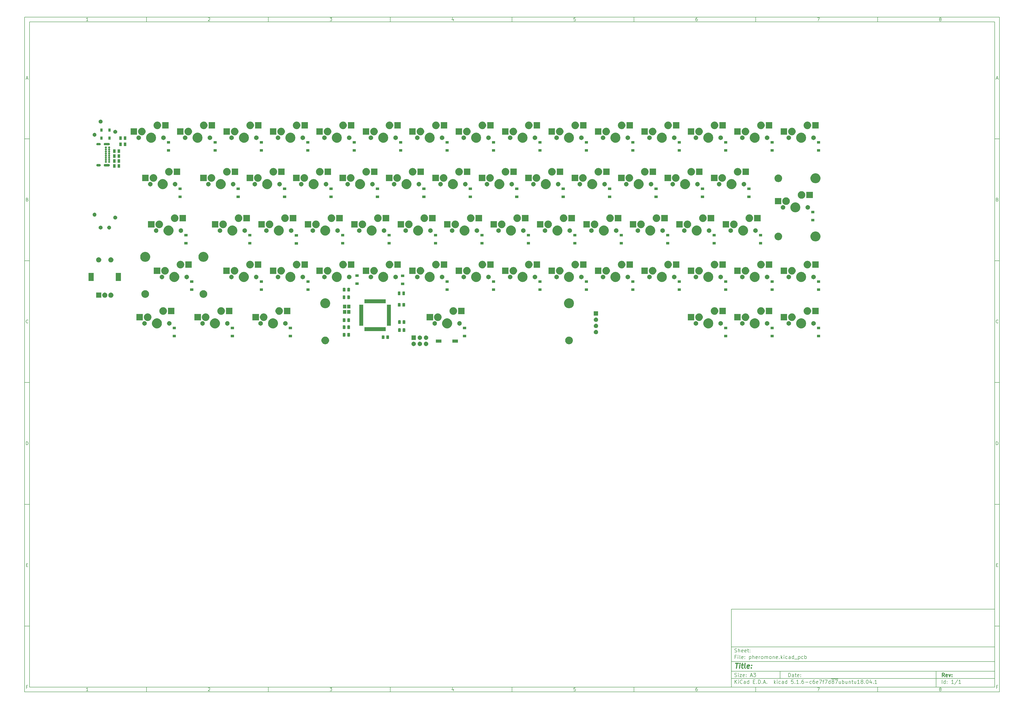
<source format=gbs>
G04 #@! TF.GenerationSoftware,KiCad,Pcbnew,5.1.6-c6e7f7d~87~ubuntu18.04.1*
G04 #@! TF.CreationDate,2020-08-29T00:17:55+02:00*
G04 #@! TF.ProjectId,pheromone,70686572-6f6d-46f6-9e65-2e6b69636164,rev?*
G04 #@! TF.SameCoordinates,Original*
G04 #@! TF.FileFunction,Soldermask,Bot*
G04 #@! TF.FilePolarity,Negative*
%FSLAX46Y46*%
G04 Gerber Fmt 4.6, Leading zero omitted, Abs format (unit mm)*
G04 Created by KiCad (PCBNEW 5.1.6-c6e7f7d~87~ubuntu18.04.1) date 2020-08-29 00:17:55*
%MOMM*%
%LPD*%
G01*
G04 APERTURE LIST*
%ADD10C,0.100000*%
%ADD11C,0.150000*%
%ADD12C,0.300000*%
%ADD13C,0.400000*%
G04 APERTURE END LIST*
D10*
D11*
X299989000Y-253002200D02*
X299989000Y-285002200D01*
X407989000Y-285002200D01*
X407989000Y-253002200D01*
X299989000Y-253002200D01*
D10*
D11*
X10000000Y-10000000D02*
X10000000Y-287002200D01*
X409989000Y-287002200D01*
X409989000Y-10000000D01*
X10000000Y-10000000D01*
D10*
D11*
X12000000Y-12000000D02*
X12000000Y-285002200D01*
X407989000Y-285002200D01*
X407989000Y-12000000D01*
X12000000Y-12000000D01*
D10*
D11*
X60000000Y-12000000D02*
X60000000Y-10000000D01*
D10*
D11*
X110000000Y-12000000D02*
X110000000Y-10000000D01*
D10*
D11*
X160000000Y-12000000D02*
X160000000Y-10000000D01*
D10*
D11*
X210000000Y-12000000D02*
X210000000Y-10000000D01*
D10*
D11*
X260000000Y-12000000D02*
X260000000Y-10000000D01*
D10*
D11*
X310000000Y-12000000D02*
X310000000Y-10000000D01*
D10*
D11*
X360000000Y-12000000D02*
X360000000Y-10000000D01*
D10*
D11*
X36065476Y-11588095D02*
X35322619Y-11588095D01*
X35694047Y-11588095D02*
X35694047Y-10288095D01*
X35570238Y-10473809D01*
X35446428Y-10597619D01*
X35322619Y-10659523D01*
D10*
D11*
X85322619Y-10411904D02*
X85384523Y-10350000D01*
X85508333Y-10288095D01*
X85817857Y-10288095D01*
X85941666Y-10350000D01*
X86003571Y-10411904D01*
X86065476Y-10535714D01*
X86065476Y-10659523D01*
X86003571Y-10845238D01*
X85260714Y-11588095D01*
X86065476Y-11588095D01*
D10*
D11*
X135260714Y-10288095D02*
X136065476Y-10288095D01*
X135632142Y-10783333D01*
X135817857Y-10783333D01*
X135941666Y-10845238D01*
X136003571Y-10907142D01*
X136065476Y-11030952D01*
X136065476Y-11340476D01*
X136003571Y-11464285D01*
X135941666Y-11526190D01*
X135817857Y-11588095D01*
X135446428Y-11588095D01*
X135322619Y-11526190D01*
X135260714Y-11464285D01*
D10*
D11*
X185941666Y-10721428D02*
X185941666Y-11588095D01*
X185632142Y-10226190D02*
X185322619Y-11154761D01*
X186127380Y-11154761D01*
D10*
D11*
X236003571Y-10288095D02*
X235384523Y-10288095D01*
X235322619Y-10907142D01*
X235384523Y-10845238D01*
X235508333Y-10783333D01*
X235817857Y-10783333D01*
X235941666Y-10845238D01*
X236003571Y-10907142D01*
X236065476Y-11030952D01*
X236065476Y-11340476D01*
X236003571Y-11464285D01*
X235941666Y-11526190D01*
X235817857Y-11588095D01*
X235508333Y-11588095D01*
X235384523Y-11526190D01*
X235322619Y-11464285D01*
D10*
D11*
X285941666Y-10288095D02*
X285694047Y-10288095D01*
X285570238Y-10350000D01*
X285508333Y-10411904D01*
X285384523Y-10597619D01*
X285322619Y-10845238D01*
X285322619Y-11340476D01*
X285384523Y-11464285D01*
X285446428Y-11526190D01*
X285570238Y-11588095D01*
X285817857Y-11588095D01*
X285941666Y-11526190D01*
X286003571Y-11464285D01*
X286065476Y-11340476D01*
X286065476Y-11030952D01*
X286003571Y-10907142D01*
X285941666Y-10845238D01*
X285817857Y-10783333D01*
X285570238Y-10783333D01*
X285446428Y-10845238D01*
X285384523Y-10907142D01*
X285322619Y-11030952D01*
D10*
D11*
X335260714Y-10288095D02*
X336127380Y-10288095D01*
X335570238Y-11588095D01*
D10*
D11*
X385570238Y-10845238D02*
X385446428Y-10783333D01*
X385384523Y-10721428D01*
X385322619Y-10597619D01*
X385322619Y-10535714D01*
X385384523Y-10411904D01*
X385446428Y-10350000D01*
X385570238Y-10288095D01*
X385817857Y-10288095D01*
X385941666Y-10350000D01*
X386003571Y-10411904D01*
X386065476Y-10535714D01*
X386065476Y-10597619D01*
X386003571Y-10721428D01*
X385941666Y-10783333D01*
X385817857Y-10845238D01*
X385570238Y-10845238D01*
X385446428Y-10907142D01*
X385384523Y-10969047D01*
X385322619Y-11092857D01*
X385322619Y-11340476D01*
X385384523Y-11464285D01*
X385446428Y-11526190D01*
X385570238Y-11588095D01*
X385817857Y-11588095D01*
X385941666Y-11526190D01*
X386003571Y-11464285D01*
X386065476Y-11340476D01*
X386065476Y-11092857D01*
X386003571Y-10969047D01*
X385941666Y-10907142D01*
X385817857Y-10845238D01*
D10*
D11*
X60000000Y-285002200D02*
X60000000Y-287002200D01*
D10*
D11*
X110000000Y-285002200D02*
X110000000Y-287002200D01*
D10*
D11*
X160000000Y-285002200D02*
X160000000Y-287002200D01*
D10*
D11*
X210000000Y-285002200D02*
X210000000Y-287002200D01*
D10*
D11*
X260000000Y-285002200D02*
X260000000Y-287002200D01*
D10*
D11*
X310000000Y-285002200D02*
X310000000Y-287002200D01*
D10*
D11*
X360000000Y-285002200D02*
X360000000Y-287002200D01*
D10*
D11*
X36065476Y-286590295D02*
X35322619Y-286590295D01*
X35694047Y-286590295D02*
X35694047Y-285290295D01*
X35570238Y-285476009D01*
X35446428Y-285599819D01*
X35322619Y-285661723D01*
D10*
D11*
X85322619Y-285414104D02*
X85384523Y-285352200D01*
X85508333Y-285290295D01*
X85817857Y-285290295D01*
X85941666Y-285352200D01*
X86003571Y-285414104D01*
X86065476Y-285537914D01*
X86065476Y-285661723D01*
X86003571Y-285847438D01*
X85260714Y-286590295D01*
X86065476Y-286590295D01*
D10*
D11*
X135260714Y-285290295D02*
X136065476Y-285290295D01*
X135632142Y-285785533D01*
X135817857Y-285785533D01*
X135941666Y-285847438D01*
X136003571Y-285909342D01*
X136065476Y-286033152D01*
X136065476Y-286342676D01*
X136003571Y-286466485D01*
X135941666Y-286528390D01*
X135817857Y-286590295D01*
X135446428Y-286590295D01*
X135322619Y-286528390D01*
X135260714Y-286466485D01*
D10*
D11*
X185941666Y-285723628D02*
X185941666Y-286590295D01*
X185632142Y-285228390D02*
X185322619Y-286156961D01*
X186127380Y-286156961D01*
D10*
D11*
X236003571Y-285290295D02*
X235384523Y-285290295D01*
X235322619Y-285909342D01*
X235384523Y-285847438D01*
X235508333Y-285785533D01*
X235817857Y-285785533D01*
X235941666Y-285847438D01*
X236003571Y-285909342D01*
X236065476Y-286033152D01*
X236065476Y-286342676D01*
X236003571Y-286466485D01*
X235941666Y-286528390D01*
X235817857Y-286590295D01*
X235508333Y-286590295D01*
X235384523Y-286528390D01*
X235322619Y-286466485D01*
D10*
D11*
X285941666Y-285290295D02*
X285694047Y-285290295D01*
X285570238Y-285352200D01*
X285508333Y-285414104D01*
X285384523Y-285599819D01*
X285322619Y-285847438D01*
X285322619Y-286342676D01*
X285384523Y-286466485D01*
X285446428Y-286528390D01*
X285570238Y-286590295D01*
X285817857Y-286590295D01*
X285941666Y-286528390D01*
X286003571Y-286466485D01*
X286065476Y-286342676D01*
X286065476Y-286033152D01*
X286003571Y-285909342D01*
X285941666Y-285847438D01*
X285817857Y-285785533D01*
X285570238Y-285785533D01*
X285446428Y-285847438D01*
X285384523Y-285909342D01*
X285322619Y-286033152D01*
D10*
D11*
X335260714Y-285290295D02*
X336127380Y-285290295D01*
X335570238Y-286590295D01*
D10*
D11*
X385570238Y-285847438D02*
X385446428Y-285785533D01*
X385384523Y-285723628D01*
X385322619Y-285599819D01*
X385322619Y-285537914D01*
X385384523Y-285414104D01*
X385446428Y-285352200D01*
X385570238Y-285290295D01*
X385817857Y-285290295D01*
X385941666Y-285352200D01*
X386003571Y-285414104D01*
X386065476Y-285537914D01*
X386065476Y-285599819D01*
X386003571Y-285723628D01*
X385941666Y-285785533D01*
X385817857Y-285847438D01*
X385570238Y-285847438D01*
X385446428Y-285909342D01*
X385384523Y-285971247D01*
X385322619Y-286095057D01*
X385322619Y-286342676D01*
X385384523Y-286466485D01*
X385446428Y-286528390D01*
X385570238Y-286590295D01*
X385817857Y-286590295D01*
X385941666Y-286528390D01*
X386003571Y-286466485D01*
X386065476Y-286342676D01*
X386065476Y-286095057D01*
X386003571Y-285971247D01*
X385941666Y-285909342D01*
X385817857Y-285847438D01*
D10*
D11*
X10000000Y-60000000D02*
X12000000Y-60000000D01*
D10*
D11*
X10000000Y-110000000D02*
X12000000Y-110000000D01*
D10*
D11*
X10000000Y-160000000D02*
X12000000Y-160000000D01*
D10*
D11*
X10000000Y-210000000D02*
X12000000Y-210000000D01*
D10*
D11*
X10000000Y-260000000D02*
X12000000Y-260000000D01*
D10*
D11*
X10690476Y-35216666D02*
X11309523Y-35216666D01*
X10566666Y-35588095D02*
X11000000Y-34288095D01*
X11433333Y-35588095D01*
D10*
D11*
X11092857Y-84907142D02*
X11278571Y-84969047D01*
X11340476Y-85030952D01*
X11402380Y-85154761D01*
X11402380Y-85340476D01*
X11340476Y-85464285D01*
X11278571Y-85526190D01*
X11154761Y-85588095D01*
X10659523Y-85588095D01*
X10659523Y-84288095D01*
X11092857Y-84288095D01*
X11216666Y-84350000D01*
X11278571Y-84411904D01*
X11340476Y-84535714D01*
X11340476Y-84659523D01*
X11278571Y-84783333D01*
X11216666Y-84845238D01*
X11092857Y-84907142D01*
X10659523Y-84907142D01*
D10*
D11*
X11402380Y-135464285D02*
X11340476Y-135526190D01*
X11154761Y-135588095D01*
X11030952Y-135588095D01*
X10845238Y-135526190D01*
X10721428Y-135402380D01*
X10659523Y-135278571D01*
X10597619Y-135030952D01*
X10597619Y-134845238D01*
X10659523Y-134597619D01*
X10721428Y-134473809D01*
X10845238Y-134350000D01*
X11030952Y-134288095D01*
X11154761Y-134288095D01*
X11340476Y-134350000D01*
X11402380Y-134411904D01*
D10*
D11*
X10659523Y-185588095D02*
X10659523Y-184288095D01*
X10969047Y-184288095D01*
X11154761Y-184350000D01*
X11278571Y-184473809D01*
X11340476Y-184597619D01*
X11402380Y-184845238D01*
X11402380Y-185030952D01*
X11340476Y-185278571D01*
X11278571Y-185402380D01*
X11154761Y-185526190D01*
X10969047Y-185588095D01*
X10659523Y-185588095D01*
D10*
D11*
X10721428Y-234907142D02*
X11154761Y-234907142D01*
X11340476Y-235588095D02*
X10721428Y-235588095D01*
X10721428Y-234288095D01*
X11340476Y-234288095D01*
D10*
D11*
X11185714Y-284907142D02*
X10752380Y-284907142D01*
X10752380Y-285588095D02*
X10752380Y-284288095D01*
X11371428Y-284288095D01*
D10*
D11*
X409989000Y-60000000D02*
X407989000Y-60000000D01*
D10*
D11*
X409989000Y-110000000D02*
X407989000Y-110000000D01*
D10*
D11*
X409989000Y-160000000D02*
X407989000Y-160000000D01*
D10*
D11*
X409989000Y-210000000D02*
X407989000Y-210000000D01*
D10*
D11*
X409989000Y-260000000D02*
X407989000Y-260000000D01*
D10*
D11*
X408679476Y-35216666D02*
X409298523Y-35216666D01*
X408555666Y-35588095D02*
X408989000Y-34288095D01*
X409422333Y-35588095D01*
D10*
D11*
X409081857Y-84907142D02*
X409267571Y-84969047D01*
X409329476Y-85030952D01*
X409391380Y-85154761D01*
X409391380Y-85340476D01*
X409329476Y-85464285D01*
X409267571Y-85526190D01*
X409143761Y-85588095D01*
X408648523Y-85588095D01*
X408648523Y-84288095D01*
X409081857Y-84288095D01*
X409205666Y-84350000D01*
X409267571Y-84411904D01*
X409329476Y-84535714D01*
X409329476Y-84659523D01*
X409267571Y-84783333D01*
X409205666Y-84845238D01*
X409081857Y-84907142D01*
X408648523Y-84907142D01*
D10*
D11*
X409391380Y-135464285D02*
X409329476Y-135526190D01*
X409143761Y-135588095D01*
X409019952Y-135588095D01*
X408834238Y-135526190D01*
X408710428Y-135402380D01*
X408648523Y-135278571D01*
X408586619Y-135030952D01*
X408586619Y-134845238D01*
X408648523Y-134597619D01*
X408710428Y-134473809D01*
X408834238Y-134350000D01*
X409019952Y-134288095D01*
X409143761Y-134288095D01*
X409329476Y-134350000D01*
X409391380Y-134411904D01*
D10*
D11*
X408648523Y-185588095D02*
X408648523Y-184288095D01*
X408958047Y-184288095D01*
X409143761Y-184350000D01*
X409267571Y-184473809D01*
X409329476Y-184597619D01*
X409391380Y-184845238D01*
X409391380Y-185030952D01*
X409329476Y-185278571D01*
X409267571Y-185402380D01*
X409143761Y-185526190D01*
X408958047Y-185588095D01*
X408648523Y-185588095D01*
D10*
D11*
X408710428Y-234907142D02*
X409143761Y-234907142D01*
X409329476Y-235588095D02*
X408710428Y-235588095D01*
X408710428Y-234288095D01*
X409329476Y-234288095D01*
D10*
D11*
X409174714Y-284907142D02*
X408741380Y-284907142D01*
X408741380Y-285588095D02*
X408741380Y-284288095D01*
X409360428Y-284288095D01*
D10*
D11*
X323421142Y-280780771D02*
X323421142Y-279280771D01*
X323778285Y-279280771D01*
X323992571Y-279352200D01*
X324135428Y-279495057D01*
X324206857Y-279637914D01*
X324278285Y-279923628D01*
X324278285Y-280137914D01*
X324206857Y-280423628D01*
X324135428Y-280566485D01*
X323992571Y-280709342D01*
X323778285Y-280780771D01*
X323421142Y-280780771D01*
X325564000Y-280780771D02*
X325564000Y-279995057D01*
X325492571Y-279852200D01*
X325349714Y-279780771D01*
X325064000Y-279780771D01*
X324921142Y-279852200D01*
X325564000Y-280709342D02*
X325421142Y-280780771D01*
X325064000Y-280780771D01*
X324921142Y-280709342D01*
X324849714Y-280566485D01*
X324849714Y-280423628D01*
X324921142Y-280280771D01*
X325064000Y-280209342D01*
X325421142Y-280209342D01*
X325564000Y-280137914D01*
X326064000Y-279780771D02*
X326635428Y-279780771D01*
X326278285Y-279280771D02*
X326278285Y-280566485D01*
X326349714Y-280709342D01*
X326492571Y-280780771D01*
X326635428Y-280780771D01*
X327706857Y-280709342D02*
X327564000Y-280780771D01*
X327278285Y-280780771D01*
X327135428Y-280709342D01*
X327064000Y-280566485D01*
X327064000Y-279995057D01*
X327135428Y-279852200D01*
X327278285Y-279780771D01*
X327564000Y-279780771D01*
X327706857Y-279852200D01*
X327778285Y-279995057D01*
X327778285Y-280137914D01*
X327064000Y-280280771D01*
X328421142Y-280637914D02*
X328492571Y-280709342D01*
X328421142Y-280780771D01*
X328349714Y-280709342D01*
X328421142Y-280637914D01*
X328421142Y-280780771D01*
X328421142Y-279852200D02*
X328492571Y-279923628D01*
X328421142Y-279995057D01*
X328349714Y-279923628D01*
X328421142Y-279852200D01*
X328421142Y-279995057D01*
D10*
D11*
X299989000Y-281502200D02*
X407989000Y-281502200D01*
D10*
D11*
X301421142Y-283580771D02*
X301421142Y-282080771D01*
X302278285Y-283580771D02*
X301635428Y-282723628D01*
X302278285Y-282080771D02*
X301421142Y-282937914D01*
X302921142Y-283580771D02*
X302921142Y-282580771D01*
X302921142Y-282080771D02*
X302849714Y-282152200D01*
X302921142Y-282223628D01*
X302992571Y-282152200D01*
X302921142Y-282080771D01*
X302921142Y-282223628D01*
X304492571Y-283437914D02*
X304421142Y-283509342D01*
X304206857Y-283580771D01*
X304064000Y-283580771D01*
X303849714Y-283509342D01*
X303706857Y-283366485D01*
X303635428Y-283223628D01*
X303564000Y-282937914D01*
X303564000Y-282723628D01*
X303635428Y-282437914D01*
X303706857Y-282295057D01*
X303849714Y-282152200D01*
X304064000Y-282080771D01*
X304206857Y-282080771D01*
X304421142Y-282152200D01*
X304492571Y-282223628D01*
X305778285Y-283580771D02*
X305778285Y-282795057D01*
X305706857Y-282652200D01*
X305564000Y-282580771D01*
X305278285Y-282580771D01*
X305135428Y-282652200D01*
X305778285Y-283509342D02*
X305635428Y-283580771D01*
X305278285Y-283580771D01*
X305135428Y-283509342D01*
X305064000Y-283366485D01*
X305064000Y-283223628D01*
X305135428Y-283080771D01*
X305278285Y-283009342D01*
X305635428Y-283009342D01*
X305778285Y-282937914D01*
X307135428Y-283580771D02*
X307135428Y-282080771D01*
X307135428Y-283509342D02*
X306992571Y-283580771D01*
X306706857Y-283580771D01*
X306564000Y-283509342D01*
X306492571Y-283437914D01*
X306421142Y-283295057D01*
X306421142Y-282866485D01*
X306492571Y-282723628D01*
X306564000Y-282652200D01*
X306706857Y-282580771D01*
X306992571Y-282580771D01*
X307135428Y-282652200D01*
X308992571Y-282795057D02*
X309492571Y-282795057D01*
X309706857Y-283580771D02*
X308992571Y-283580771D01*
X308992571Y-282080771D01*
X309706857Y-282080771D01*
X310349714Y-283437914D02*
X310421142Y-283509342D01*
X310349714Y-283580771D01*
X310278285Y-283509342D01*
X310349714Y-283437914D01*
X310349714Y-283580771D01*
X311064000Y-283580771D02*
X311064000Y-282080771D01*
X311421142Y-282080771D01*
X311635428Y-282152200D01*
X311778285Y-282295057D01*
X311849714Y-282437914D01*
X311921142Y-282723628D01*
X311921142Y-282937914D01*
X311849714Y-283223628D01*
X311778285Y-283366485D01*
X311635428Y-283509342D01*
X311421142Y-283580771D01*
X311064000Y-283580771D01*
X312564000Y-283437914D02*
X312635428Y-283509342D01*
X312564000Y-283580771D01*
X312492571Y-283509342D01*
X312564000Y-283437914D01*
X312564000Y-283580771D01*
X313206857Y-283152200D02*
X313921142Y-283152200D01*
X313064000Y-283580771D02*
X313564000Y-282080771D01*
X314064000Y-283580771D01*
X314564000Y-283437914D02*
X314635428Y-283509342D01*
X314564000Y-283580771D01*
X314492571Y-283509342D01*
X314564000Y-283437914D01*
X314564000Y-283580771D01*
X317564000Y-283580771D02*
X317564000Y-282080771D01*
X317706857Y-283009342D02*
X318135428Y-283580771D01*
X318135428Y-282580771D02*
X317564000Y-283152200D01*
X318778285Y-283580771D02*
X318778285Y-282580771D01*
X318778285Y-282080771D02*
X318706857Y-282152200D01*
X318778285Y-282223628D01*
X318849714Y-282152200D01*
X318778285Y-282080771D01*
X318778285Y-282223628D01*
X320135428Y-283509342D02*
X319992571Y-283580771D01*
X319706857Y-283580771D01*
X319564000Y-283509342D01*
X319492571Y-283437914D01*
X319421142Y-283295057D01*
X319421142Y-282866485D01*
X319492571Y-282723628D01*
X319564000Y-282652200D01*
X319706857Y-282580771D01*
X319992571Y-282580771D01*
X320135428Y-282652200D01*
X321421142Y-283580771D02*
X321421142Y-282795057D01*
X321349714Y-282652200D01*
X321206857Y-282580771D01*
X320921142Y-282580771D01*
X320778285Y-282652200D01*
X321421142Y-283509342D02*
X321278285Y-283580771D01*
X320921142Y-283580771D01*
X320778285Y-283509342D01*
X320706857Y-283366485D01*
X320706857Y-283223628D01*
X320778285Y-283080771D01*
X320921142Y-283009342D01*
X321278285Y-283009342D01*
X321421142Y-282937914D01*
X322778285Y-283580771D02*
X322778285Y-282080771D01*
X322778285Y-283509342D02*
X322635428Y-283580771D01*
X322349714Y-283580771D01*
X322206857Y-283509342D01*
X322135428Y-283437914D01*
X322064000Y-283295057D01*
X322064000Y-282866485D01*
X322135428Y-282723628D01*
X322206857Y-282652200D01*
X322349714Y-282580771D01*
X322635428Y-282580771D01*
X322778285Y-282652200D01*
X325349714Y-282080771D02*
X324635428Y-282080771D01*
X324564000Y-282795057D01*
X324635428Y-282723628D01*
X324778285Y-282652200D01*
X325135428Y-282652200D01*
X325278285Y-282723628D01*
X325349714Y-282795057D01*
X325421142Y-282937914D01*
X325421142Y-283295057D01*
X325349714Y-283437914D01*
X325278285Y-283509342D01*
X325135428Y-283580771D01*
X324778285Y-283580771D01*
X324635428Y-283509342D01*
X324564000Y-283437914D01*
X326064000Y-283437914D02*
X326135428Y-283509342D01*
X326064000Y-283580771D01*
X325992571Y-283509342D01*
X326064000Y-283437914D01*
X326064000Y-283580771D01*
X327564000Y-283580771D02*
X326706857Y-283580771D01*
X327135428Y-283580771D02*
X327135428Y-282080771D01*
X326992571Y-282295057D01*
X326849714Y-282437914D01*
X326706857Y-282509342D01*
X328206857Y-283437914D02*
X328278285Y-283509342D01*
X328206857Y-283580771D01*
X328135428Y-283509342D01*
X328206857Y-283437914D01*
X328206857Y-283580771D01*
X329564000Y-282080771D02*
X329278285Y-282080771D01*
X329135428Y-282152200D01*
X329064000Y-282223628D01*
X328921142Y-282437914D01*
X328849714Y-282723628D01*
X328849714Y-283295057D01*
X328921142Y-283437914D01*
X328992571Y-283509342D01*
X329135428Y-283580771D01*
X329421142Y-283580771D01*
X329564000Y-283509342D01*
X329635428Y-283437914D01*
X329706857Y-283295057D01*
X329706857Y-282937914D01*
X329635428Y-282795057D01*
X329564000Y-282723628D01*
X329421142Y-282652200D01*
X329135428Y-282652200D01*
X328992571Y-282723628D01*
X328921142Y-282795057D01*
X328849714Y-282937914D01*
X330349714Y-283009342D02*
X331492571Y-283009342D01*
X332849714Y-283509342D02*
X332706857Y-283580771D01*
X332421142Y-283580771D01*
X332278285Y-283509342D01*
X332206857Y-283437914D01*
X332135428Y-283295057D01*
X332135428Y-282866485D01*
X332206857Y-282723628D01*
X332278285Y-282652200D01*
X332421142Y-282580771D01*
X332706857Y-282580771D01*
X332849714Y-282652200D01*
X334135428Y-282080771D02*
X333849714Y-282080771D01*
X333706857Y-282152200D01*
X333635428Y-282223628D01*
X333492571Y-282437914D01*
X333421142Y-282723628D01*
X333421142Y-283295057D01*
X333492571Y-283437914D01*
X333564000Y-283509342D01*
X333706857Y-283580771D01*
X333992571Y-283580771D01*
X334135428Y-283509342D01*
X334206857Y-283437914D01*
X334278285Y-283295057D01*
X334278285Y-282937914D01*
X334206857Y-282795057D01*
X334135428Y-282723628D01*
X333992571Y-282652200D01*
X333706857Y-282652200D01*
X333564000Y-282723628D01*
X333492571Y-282795057D01*
X333421142Y-282937914D01*
X335492571Y-283509342D02*
X335349714Y-283580771D01*
X335064000Y-283580771D01*
X334921142Y-283509342D01*
X334849714Y-283366485D01*
X334849714Y-282795057D01*
X334921142Y-282652200D01*
X335064000Y-282580771D01*
X335349714Y-282580771D01*
X335492571Y-282652200D01*
X335564000Y-282795057D01*
X335564000Y-282937914D01*
X334849714Y-283080771D01*
X336064000Y-282080771D02*
X337064000Y-282080771D01*
X336421142Y-283580771D01*
X337421142Y-282580771D02*
X337992571Y-282580771D01*
X337635428Y-283580771D02*
X337635428Y-282295057D01*
X337706857Y-282152200D01*
X337849714Y-282080771D01*
X337992571Y-282080771D01*
X338349714Y-282080771D02*
X339349714Y-282080771D01*
X338706857Y-283580771D01*
X340564000Y-283580771D02*
X340564000Y-282080771D01*
X340564000Y-283509342D02*
X340421142Y-283580771D01*
X340135428Y-283580771D01*
X339992571Y-283509342D01*
X339921142Y-283437914D01*
X339849714Y-283295057D01*
X339849714Y-282866485D01*
X339921142Y-282723628D01*
X339992571Y-282652200D01*
X340135428Y-282580771D01*
X340421142Y-282580771D01*
X340564000Y-282652200D01*
X340921142Y-281672200D02*
X342349714Y-281672200D01*
X341492571Y-282723628D02*
X341349714Y-282652200D01*
X341278285Y-282580771D01*
X341206857Y-282437914D01*
X341206857Y-282366485D01*
X341278285Y-282223628D01*
X341349714Y-282152200D01*
X341492571Y-282080771D01*
X341778285Y-282080771D01*
X341921142Y-282152200D01*
X341992571Y-282223628D01*
X342064000Y-282366485D01*
X342064000Y-282437914D01*
X341992571Y-282580771D01*
X341921142Y-282652200D01*
X341778285Y-282723628D01*
X341492571Y-282723628D01*
X341349714Y-282795057D01*
X341278285Y-282866485D01*
X341206857Y-283009342D01*
X341206857Y-283295057D01*
X341278285Y-283437914D01*
X341349714Y-283509342D01*
X341492571Y-283580771D01*
X341778285Y-283580771D01*
X341921142Y-283509342D01*
X341992571Y-283437914D01*
X342064000Y-283295057D01*
X342064000Y-283009342D01*
X341992571Y-282866485D01*
X341921142Y-282795057D01*
X341778285Y-282723628D01*
X342349714Y-281672200D02*
X343778285Y-281672200D01*
X342564000Y-282080771D02*
X343564000Y-282080771D01*
X342921142Y-283580771D01*
X344778285Y-282580771D02*
X344778285Y-283580771D01*
X344135428Y-282580771D02*
X344135428Y-283366485D01*
X344206857Y-283509342D01*
X344349714Y-283580771D01*
X344564000Y-283580771D01*
X344706857Y-283509342D01*
X344778285Y-283437914D01*
X345492571Y-283580771D02*
X345492571Y-282080771D01*
X345492571Y-282652200D02*
X345635428Y-282580771D01*
X345921142Y-282580771D01*
X346064000Y-282652200D01*
X346135428Y-282723628D01*
X346206857Y-282866485D01*
X346206857Y-283295057D01*
X346135428Y-283437914D01*
X346064000Y-283509342D01*
X345921142Y-283580771D01*
X345635428Y-283580771D01*
X345492571Y-283509342D01*
X347492571Y-282580771D02*
X347492571Y-283580771D01*
X346849714Y-282580771D02*
X346849714Y-283366485D01*
X346921142Y-283509342D01*
X347064000Y-283580771D01*
X347278285Y-283580771D01*
X347421142Y-283509342D01*
X347492571Y-283437914D01*
X348206857Y-282580771D02*
X348206857Y-283580771D01*
X348206857Y-282723628D02*
X348278285Y-282652200D01*
X348421142Y-282580771D01*
X348635428Y-282580771D01*
X348778285Y-282652200D01*
X348849714Y-282795057D01*
X348849714Y-283580771D01*
X349349714Y-282580771D02*
X349921142Y-282580771D01*
X349564000Y-282080771D02*
X349564000Y-283366485D01*
X349635428Y-283509342D01*
X349778285Y-283580771D01*
X349921142Y-283580771D01*
X351064000Y-282580771D02*
X351064000Y-283580771D01*
X350421142Y-282580771D02*
X350421142Y-283366485D01*
X350492571Y-283509342D01*
X350635428Y-283580771D01*
X350849714Y-283580771D01*
X350992571Y-283509342D01*
X351064000Y-283437914D01*
X352564000Y-283580771D02*
X351706857Y-283580771D01*
X352135428Y-283580771D02*
X352135428Y-282080771D01*
X351992571Y-282295057D01*
X351849714Y-282437914D01*
X351706857Y-282509342D01*
X353421142Y-282723628D02*
X353278285Y-282652200D01*
X353206857Y-282580771D01*
X353135428Y-282437914D01*
X353135428Y-282366485D01*
X353206857Y-282223628D01*
X353278285Y-282152200D01*
X353421142Y-282080771D01*
X353706857Y-282080771D01*
X353849714Y-282152200D01*
X353921142Y-282223628D01*
X353992571Y-282366485D01*
X353992571Y-282437914D01*
X353921142Y-282580771D01*
X353849714Y-282652200D01*
X353706857Y-282723628D01*
X353421142Y-282723628D01*
X353278285Y-282795057D01*
X353206857Y-282866485D01*
X353135428Y-283009342D01*
X353135428Y-283295057D01*
X353206857Y-283437914D01*
X353278285Y-283509342D01*
X353421142Y-283580771D01*
X353706857Y-283580771D01*
X353849714Y-283509342D01*
X353921142Y-283437914D01*
X353992571Y-283295057D01*
X353992571Y-283009342D01*
X353921142Y-282866485D01*
X353849714Y-282795057D01*
X353706857Y-282723628D01*
X354635428Y-283437914D02*
X354706857Y-283509342D01*
X354635428Y-283580771D01*
X354564000Y-283509342D01*
X354635428Y-283437914D01*
X354635428Y-283580771D01*
X355635428Y-282080771D02*
X355778285Y-282080771D01*
X355921142Y-282152200D01*
X355992571Y-282223628D01*
X356064000Y-282366485D01*
X356135428Y-282652200D01*
X356135428Y-283009342D01*
X356064000Y-283295057D01*
X355992571Y-283437914D01*
X355921142Y-283509342D01*
X355778285Y-283580771D01*
X355635428Y-283580771D01*
X355492571Y-283509342D01*
X355421142Y-283437914D01*
X355349714Y-283295057D01*
X355278285Y-283009342D01*
X355278285Y-282652200D01*
X355349714Y-282366485D01*
X355421142Y-282223628D01*
X355492571Y-282152200D01*
X355635428Y-282080771D01*
X357421142Y-282580771D02*
X357421142Y-283580771D01*
X357064000Y-282009342D02*
X356706857Y-283080771D01*
X357635428Y-283080771D01*
X358206857Y-283437914D02*
X358278285Y-283509342D01*
X358206857Y-283580771D01*
X358135428Y-283509342D01*
X358206857Y-283437914D01*
X358206857Y-283580771D01*
X359706857Y-283580771D02*
X358849714Y-283580771D01*
X359278285Y-283580771D02*
X359278285Y-282080771D01*
X359135428Y-282295057D01*
X358992571Y-282437914D01*
X358849714Y-282509342D01*
D10*
D11*
X299989000Y-278502200D02*
X407989000Y-278502200D01*
D10*
D12*
X387398285Y-280780771D02*
X386898285Y-280066485D01*
X386541142Y-280780771D02*
X386541142Y-279280771D01*
X387112571Y-279280771D01*
X387255428Y-279352200D01*
X387326857Y-279423628D01*
X387398285Y-279566485D01*
X387398285Y-279780771D01*
X387326857Y-279923628D01*
X387255428Y-279995057D01*
X387112571Y-280066485D01*
X386541142Y-280066485D01*
X388612571Y-280709342D02*
X388469714Y-280780771D01*
X388184000Y-280780771D01*
X388041142Y-280709342D01*
X387969714Y-280566485D01*
X387969714Y-279995057D01*
X388041142Y-279852200D01*
X388184000Y-279780771D01*
X388469714Y-279780771D01*
X388612571Y-279852200D01*
X388684000Y-279995057D01*
X388684000Y-280137914D01*
X387969714Y-280280771D01*
X389184000Y-279780771D02*
X389541142Y-280780771D01*
X389898285Y-279780771D01*
X390469714Y-280637914D02*
X390541142Y-280709342D01*
X390469714Y-280780771D01*
X390398285Y-280709342D01*
X390469714Y-280637914D01*
X390469714Y-280780771D01*
X390469714Y-279852200D02*
X390541142Y-279923628D01*
X390469714Y-279995057D01*
X390398285Y-279923628D01*
X390469714Y-279852200D01*
X390469714Y-279995057D01*
D10*
D11*
X301349714Y-280709342D02*
X301564000Y-280780771D01*
X301921142Y-280780771D01*
X302064000Y-280709342D01*
X302135428Y-280637914D01*
X302206857Y-280495057D01*
X302206857Y-280352200D01*
X302135428Y-280209342D01*
X302064000Y-280137914D01*
X301921142Y-280066485D01*
X301635428Y-279995057D01*
X301492571Y-279923628D01*
X301421142Y-279852200D01*
X301349714Y-279709342D01*
X301349714Y-279566485D01*
X301421142Y-279423628D01*
X301492571Y-279352200D01*
X301635428Y-279280771D01*
X301992571Y-279280771D01*
X302206857Y-279352200D01*
X302849714Y-280780771D02*
X302849714Y-279780771D01*
X302849714Y-279280771D02*
X302778285Y-279352200D01*
X302849714Y-279423628D01*
X302921142Y-279352200D01*
X302849714Y-279280771D01*
X302849714Y-279423628D01*
X303421142Y-279780771D02*
X304206857Y-279780771D01*
X303421142Y-280780771D01*
X304206857Y-280780771D01*
X305349714Y-280709342D02*
X305206857Y-280780771D01*
X304921142Y-280780771D01*
X304778285Y-280709342D01*
X304706857Y-280566485D01*
X304706857Y-279995057D01*
X304778285Y-279852200D01*
X304921142Y-279780771D01*
X305206857Y-279780771D01*
X305349714Y-279852200D01*
X305421142Y-279995057D01*
X305421142Y-280137914D01*
X304706857Y-280280771D01*
X306064000Y-280637914D02*
X306135428Y-280709342D01*
X306064000Y-280780771D01*
X305992571Y-280709342D01*
X306064000Y-280637914D01*
X306064000Y-280780771D01*
X306064000Y-279852200D02*
X306135428Y-279923628D01*
X306064000Y-279995057D01*
X305992571Y-279923628D01*
X306064000Y-279852200D01*
X306064000Y-279995057D01*
X307849714Y-280352200D02*
X308564000Y-280352200D01*
X307706857Y-280780771D02*
X308206857Y-279280771D01*
X308706857Y-280780771D01*
X309064000Y-279280771D02*
X309992571Y-279280771D01*
X309492571Y-279852200D01*
X309706857Y-279852200D01*
X309849714Y-279923628D01*
X309921142Y-279995057D01*
X309992571Y-280137914D01*
X309992571Y-280495057D01*
X309921142Y-280637914D01*
X309849714Y-280709342D01*
X309706857Y-280780771D01*
X309278285Y-280780771D01*
X309135428Y-280709342D01*
X309064000Y-280637914D01*
D10*
D11*
X386421142Y-283580771D02*
X386421142Y-282080771D01*
X387778285Y-283580771D02*
X387778285Y-282080771D01*
X387778285Y-283509342D02*
X387635428Y-283580771D01*
X387349714Y-283580771D01*
X387206857Y-283509342D01*
X387135428Y-283437914D01*
X387064000Y-283295057D01*
X387064000Y-282866485D01*
X387135428Y-282723628D01*
X387206857Y-282652200D01*
X387349714Y-282580771D01*
X387635428Y-282580771D01*
X387778285Y-282652200D01*
X388492571Y-283437914D02*
X388564000Y-283509342D01*
X388492571Y-283580771D01*
X388421142Y-283509342D01*
X388492571Y-283437914D01*
X388492571Y-283580771D01*
X388492571Y-282652200D02*
X388564000Y-282723628D01*
X388492571Y-282795057D01*
X388421142Y-282723628D01*
X388492571Y-282652200D01*
X388492571Y-282795057D01*
X391135428Y-283580771D02*
X390278285Y-283580771D01*
X390706857Y-283580771D02*
X390706857Y-282080771D01*
X390564000Y-282295057D01*
X390421142Y-282437914D01*
X390278285Y-282509342D01*
X392849714Y-282009342D02*
X391564000Y-283937914D01*
X394135428Y-283580771D02*
X393278285Y-283580771D01*
X393706857Y-283580771D02*
X393706857Y-282080771D01*
X393564000Y-282295057D01*
X393421142Y-282437914D01*
X393278285Y-282509342D01*
D10*
D11*
X299989000Y-274502200D02*
X407989000Y-274502200D01*
D10*
D13*
X301701380Y-275206961D02*
X302844238Y-275206961D01*
X302022809Y-277206961D02*
X302272809Y-275206961D01*
X303260904Y-277206961D02*
X303427571Y-275873628D01*
X303510904Y-275206961D02*
X303403761Y-275302200D01*
X303487095Y-275397438D01*
X303594238Y-275302200D01*
X303510904Y-275206961D01*
X303487095Y-275397438D01*
X304094238Y-275873628D02*
X304856142Y-275873628D01*
X304463285Y-275206961D02*
X304249000Y-276921247D01*
X304320428Y-277111723D01*
X304499000Y-277206961D01*
X304689476Y-277206961D01*
X305641857Y-277206961D02*
X305463285Y-277111723D01*
X305391857Y-276921247D01*
X305606142Y-275206961D01*
X307177571Y-277111723D02*
X306975190Y-277206961D01*
X306594238Y-277206961D01*
X306415666Y-277111723D01*
X306344238Y-276921247D01*
X306439476Y-276159342D01*
X306558523Y-275968866D01*
X306760904Y-275873628D01*
X307141857Y-275873628D01*
X307320428Y-275968866D01*
X307391857Y-276159342D01*
X307368047Y-276349819D01*
X306391857Y-276540295D01*
X308141857Y-277016485D02*
X308225190Y-277111723D01*
X308118047Y-277206961D01*
X308034714Y-277111723D01*
X308141857Y-277016485D01*
X308118047Y-277206961D01*
X308272809Y-275968866D02*
X308356142Y-276064104D01*
X308249000Y-276159342D01*
X308165666Y-276064104D01*
X308272809Y-275968866D01*
X308249000Y-276159342D01*
D10*
D11*
X301921142Y-272595057D02*
X301421142Y-272595057D01*
X301421142Y-273380771D02*
X301421142Y-271880771D01*
X302135428Y-271880771D01*
X302706857Y-273380771D02*
X302706857Y-272380771D01*
X302706857Y-271880771D02*
X302635428Y-271952200D01*
X302706857Y-272023628D01*
X302778285Y-271952200D01*
X302706857Y-271880771D01*
X302706857Y-272023628D01*
X303635428Y-273380771D02*
X303492571Y-273309342D01*
X303421142Y-273166485D01*
X303421142Y-271880771D01*
X304778285Y-273309342D02*
X304635428Y-273380771D01*
X304349714Y-273380771D01*
X304206857Y-273309342D01*
X304135428Y-273166485D01*
X304135428Y-272595057D01*
X304206857Y-272452200D01*
X304349714Y-272380771D01*
X304635428Y-272380771D01*
X304778285Y-272452200D01*
X304849714Y-272595057D01*
X304849714Y-272737914D01*
X304135428Y-272880771D01*
X305492571Y-273237914D02*
X305564000Y-273309342D01*
X305492571Y-273380771D01*
X305421142Y-273309342D01*
X305492571Y-273237914D01*
X305492571Y-273380771D01*
X305492571Y-272452200D02*
X305564000Y-272523628D01*
X305492571Y-272595057D01*
X305421142Y-272523628D01*
X305492571Y-272452200D01*
X305492571Y-272595057D01*
X307349714Y-272380771D02*
X307349714Y-273880771D01*
X307349714Y-272452200D02*
X307492571Y-272380771D01*
X307778285Y-272380771D01*
X307921142Y-272452200D01*
X307992571Y-272523628D01*
X308064000Y-272666485D01*
X308064000Y-273095057D01*
X307992571Y-273237914D01*
X307921142Y-273309342D01*
X307778285Y-273380771D01*
X307492571Y-273380771D01*
X307349714Y-273309342D01*
X308706857Y-273380771D02*
X308706857Y-271880771D01*
X309349714Y-273380771D02*
X309349714Y-272595057D01*
X309278285Y-272452200D01*
X309135428Y-272380771D01*
X308921142Y-272380771D01*
X308778285Y-272452200D01*
X308706857Y-272523628D01*
X310635428Y-273309342D02*
X310492571Y-273380771D01*
X310206857Y-273380771D01*
X310064000Y-273309342D01*
X309992571Y-273166485D01*
X309992571Y-272595057D01*
X310064000Y-272452200D01*
X310206857Y-272380771D01*
X310492571Y-272380771D01*
X310635428Y-272452200D01*
X310706857Y-272595057D01*
X310706857Y-272737914D01*
X309992571Y-272880771D01*
X311349714Y-273380771D02*
X311349714Y-272380771D01*
X311349714Y-272666485D02*
X311421142Y-272523628D01*
X311492571Y-272452200D01*
X311635428Y-272380771D01*
X311778285Y-272380771D01*
X312492571Y-273380771D02*
X312349714Y-273309342D01*
X312278285Y-273237914D01*
X312206857Y-273095057D01*
X312206857Y-272666485D01*
X312278285Y-272523628D01*
X312349714Y-272452200D01*
X312492571Y-272380771D01*
X312706857Y-272380771D01*
X312849714Y-272452200D01*
X312921142Y-272523628D01*
X312992571Y-272666485D01*
X312992571Y-273095057D01*
X312921142Y-273237914D01*
X312849714Y-273309342D01*
X312706857Y-273380771D01*
X312492571Y-273380771D01*
X313635428Y-273380771D02*
X313635428Y-272380771D01*
X313635428Y-272523628D02*
X313706857Y-272452200D01*
X313849714Y-272380771D01*
X314064000Y-272380771D01*
X314206857Y-272452200D01*
X314278285Y-272595057D01*
X314278285Y-273380771D01*
X314278285Y-272595057D02*
X314349714Y-272452200D01*
X314492571Y-272380771D01*
X314706857Y-272380771D01*
X314849714Y-272452200D01*
X314921142Y-272595057D01*
X314921142Y-273380771D01*
X315849714Y-273380771D02*
X315706857Y-273309342D01*
X315635428Y-273237914D01*
X315564000Y-273095057D01*
X315564000Y-272666485D01*
X315635428Y-272523628D01*
X315706857Y-272452200D01*
X315849714Y-272380771D01*
X316064000Y-272380771D01*
X316206857Y-272452200D01*
X316278285Y-272523628D01*
X316349714Y-272666485D01*
X316349714Y-273095057D01*
X316278285Y-273237914D01*
X316206857Y-273309342D01*
X316064000Y-273380771D01*
X315849714Y-273380771D01*
X316992571Y-272380771D02*
X316992571Y-273380771D01*
X316992571Y-272523628D02*
X317064000Y-272452200D01*
X317206857Y-272380771D01*
X317421142Y-272380771D01*
X317564000Y-272452200D01*
X317635428Y-272595057D01*
X317635428Y-273380771D01*
X318921142Y-273309342D02*
X318778285Y-273380771D01*
X318492571Y-273380771D01*
X318349714Y-273309342D01*
X318278285Y-273166485D01*
X318278285Y-272595057D01*
X318349714Y-272452200D01*
X318492571Y-272380771D01*
X318778285Y-272380771D01*
X318921142Y-272452200D01*
X318992571Y-272595057D01*
X318992571Y-272737914D01*
X318278285Y-272880771D01*
X319635428Y-273237914D02*
X319706857Y-273309342D01*
X319635428Y-273380771D01*
X319564000Y-273309342D01*
X319635428Y-273237914D01*
X319635428Y-273380771D01*
X320349714Y-273380771D02*
X320349714Y-271880771D01*
X320492571Y-272809342D02*
X320921142Y-273380771D01*
X320921142Y-272380771D02*
X320349714Y-272952200D01*
X321564000Y-273380771D02*
X321564000Y-272380771D01*
X321564000Y-271880771D02*
X321492571Y-271952200D01*
X321564000Y-272023628D01*
X321635428Y-271952200D01*
X321564000Y-271880771D01*
X321564000Y-272023628D01*
X322921142Y-273309342D02*
X322778285Y-273380771D01*
X322492571Y-273380771D01*
X322349714Y-273309342D01*
X322278285Y-273237914D01*
X322206857Y-273095057D01*
X322206857Y-272666485D01*
X322278285Y-272523628D01*
X322349714Y-272452200D01*
X322492571Y-272380771D01*
X322778285Y-272380771D01*
X322921142Y-272452200D01*
X324206857Y-273380771D02*
X324206857Y-272595057D01*
X324135428Y-272452200D01*
X323992571Y-272380771D01*
X323706857Y-272380771D01*
X323564000Y-272452200D01*
X324206857Y-273309342D02*
X324064000Y-273380771D01*
X323706857Y-273380771D01*
X323564000Y-273309342D01*
X323492571Y-273166485D01*
X323492571Y-273023628D01*
X323564000Y-272880771D01*
X323706857Y-272809342D01*
X324064000Y-272809342D01*
X324206857Y-272737914D01*
X325564000Y-273380771D02*
X325564000Y-271880771D01*
X325564000Y-273309342D02*
X325421142Y-273380771D01*
X325135428Y-273380771D01*
X324992571Y-273309342D01*
X324921142Y-273237914D01*
X324849714Y-273095057D01*
X324849714Y-272666485D01*
X324921142Y-272523628D01*
X324992571Y-272452200D01*
X325135428Y-272380771D01*
X325421142Y-272380771D01*
X325564000Y-272452200D01*
X325921142Y-273523628D02*
X327064000Y-273523628D01*
X327421142Y-272380771D02*
X327421142Y-273880771D01*
X327421142Y-272452200D02*
X327564000Y-272380771D01*
X327849714Y-272380771D01*
X327992571Y-272452200D01*
X328064000Y-272523628D01*
X328135428Y-272666485D01*
X328135428Y-273095057D01*
X328064000Y-273237914D01*
X327992571Y-273309342D01*
X327849714Y-273380771D01*
X327564000Y-273380771D01*
X327421142Y-273309342D01*
X329421142Y-273309342D02*
X329278285Y-273380771D01*
X328992571Y-273380771D01*
X328849714Y-273309342D01*
X328778285Y-273237914D01*
X328706857Y-273095057D01*
X328706857Y-272666485D01*
X328778285Y-272523628D01*
X328849714Y-272452200D01*
X328992571Y-272380771D01*
X329278285Y-272380771D01*
X329421142Y-272452200D01*
X330064000Y-273380771D02*
X330064000Y-271880771D01*
X330064000Y-272452200D02*
X330206857Y-272380771D01*
X330492571Y-272380771D01*
X330635428Y-272452200D01*
X330706857Y-272523628D01*
X330778285Y-272666485D01*
X330778285Y-273095057D01*
X330706857Y-273237914D01*
X330635428Y-273309342D01*
X330492571Y-273380771D01*
X330206857Y-273380771D01*
X330064000Y-273309342D01*
D10*
D11*
X299989000Y-268502200D02*
X407989000Y-268502200D01*
D10*
D11*
X301349714Y-270609342D02*
X301564000Y-270680771D01*
X301921142Y-270680771D01*
X302064000Y-270609342D01*
X302135428Y-270537914D01*
X302206857Y-270395057D01*
X302206857Y-270252200D01*
X302135428Y-270109342D01*
X302064000Y-270037914D01*
X301921142Y-269966485D01*
X301635428Y-269895057D01*
X301492571Y-269823628D01*
X301421142Y-269752200D01*
X301349714Y-269609342D01*
X301349714Y-269466485D01*
X301421142Y-269323628D01*
X301492571Y-269252200D01*
X301635428Y-269180771D01*
X301992571Y-269180771D01*
X302206857Y-269252200D01*
X302849714Y-270680771D02*
X302849714Y-269180771D01*
X303492571Y-270680771D02*
X303492571Y-269895057D01*
X303421142Y-269752200D01*
X303278285Y-269680771D01*
X303064000Y-269680771D01*
X302921142Y-269752200D01*
X302849714Y-269823628D01*
X304778285Y-270609342D02*
X304635428Y-270680771D01*
X304349714Y-270680771D01*
X304206857Y-270609342D01*
X304135428Y-270466485D01*
X304135428Y-269895057D01*
X304206857Y-269752200D01*
X304349714Y-269680771D01*
X304635428Y-269680771D01*
X304778285Y-269752200D01*
X304849714Y-269895057D01*
X304849714Y-270037914D01*
X304135428Y-270180771D01*
X306064000Y-270609342D02*
X305921142Y-270680771D01*
X305635428Y-270680771D01*
X305492571Y-270609342D01*
X305421142Y-270466485D01*
X305421142Y-269895057D01*
X305492571Y-269752200D01*
X305635428Y-269680771D01*
X305921142Y-269680771D01*
X306064000Y-269752200D01*
X306135428Y-269895057D01*
X306135428Y-270037914D01*
X305421142Y-270180771D01*
X306564000Y-269680771D02*
X307135428Y-269680771D01*
X306778285Y-269180771D02*
X306778285Y-270466485D01*
X306849714Y-270609342D01*
X306992571Y-270680771D01*
X307135428Y-270680771D01*
X307635428Y-270537914D02*
X307706857Y-270609342D01*
X307635428Y-270680771D01*
X307564000Y-270609342D01*
X307635428Y-270537914D01*
X307635428Y-270680771D01*
X307635428Y-269752200D02*
X307706857Y-269823628D01*
X307635428Y-269895057D01*
X307564000Y-269823628D01*
X307635428Y-269752200D01*
X307635428Y-269895057D01*
D10*
D11*
X319989000Y-278502200D02*
X319989000Y-281502200D01*
D10*
D11*
X383989000Y-278502200D02*
X383989000Y-285002200D01*
D10*
G36*
X169733512Y-143243927D02*
G01*
X169882812Y-143273624D01*
X170046784Y-143341544D01*
X170194354Y-143440147D01*
X170319853Y-143565646D01*
X170418456Y-143713216D01*
X170486376Y-143877188D01*
X170521000Y-144051259D01*
X170521000Y-144228741D01*
X170486376Y-144402812D01*
X170418456Y-144566784D01*
X170319853Y-144714354D01*
X170194354Y-144839853D01*
X170046784Y-144938456D01*
X169882812Y-145006376D01*
X169733512Y-145036073D01*
X169708742Y-145041000D01*
X169531258Y-145041000D01*
X169506488Y-145036073D01*
X169357188Y-145006376D01*
X169193216Y-144938456D01*
X169045646Y-144839853D01*
X168920147Y-144714354D01*
X168821544Y-144566784D01*
X168753624Y-144402812D01*
X168719000Y-144228741D01*
X168719000Y-144051259D01*
X168753624Y-143877188D01*
X168821544Y-143713216D01*
X168920147Y-143565646D01*
X169045646Y-143440147D01*
X169193216Y-143341544D01*
X169357188Y-143273624D01*
X169506488Y-143243927D01*
X169531258Y-143239000D01*
X169708742Y-143239000D01*
X169733512Y-143243927D01*
G37*
G36*
X174813512Y-143243927D02*
G01*
X174962812Y-143273624D01*
X175126784Y-143341544D01*
X175274354Y-143440147D01*
X175399853Y-143565646D01*
X175498456Y-143713216D01*
X175566376Y-143877188D01*
X175601000Y-144051259D01*
X175601000Y-144228741D01*
X175566376Y-144402812D01*
X175498456Y-144566784D01*
X175399853Y-144714354D01*
X175274354Y-144839853D01*
X175126784Y-144938456D01*
X174962812Y-145006376D01*
X174813512Y-145036073D01*
X174788742Y-145041000D01*
X174611258Y-145041000D01*
X174586488Y-145036073D01*
X174437188Y-145006376D01*
X174273216Y-144938456D01*
X174125646Y-144839853D01*
X174000147Y-144714354D01*
X173901544Y-144566784D01*
X173833624Y-144402812D01*
X173799000Y-144228741D01*
X173799000Y-144051259D01*
X173833624Y-143877188D01*
X173901544Y-143713216D01*
X174000147Y-143565646D01*
X174125646Y-143440147D01*
X174273216Y-143341544D01*
X174437188Y-143273624D01*
X174586488Y-143243927D01*
X174611258Y-143239000D01*
X174788742Y-143239000D01*
X174813512Y-143243927D01*
G37*
G36*
X172273512Y-143243927D02*
G01*
X172422812Y-143273624D01*
X172586784Y-143341544D01*
X172734354Y-143440147D01*
X172859853Y-143565646D01*
X172958456Y-143713216D01*
X173026376Y-143877188D01*
X173061000Y-144051259D01*
X173061000Y-144228741D01*
X173026376Y-144402812D01*
X172958456Y-144566784D01*
X172859853Y-144714354D01*
X172734354Y-144839853D01*
X172586784Y-144938456D01*
X172422812Y-145006376D01*
X172273512Y-145036073D01*
X172248742Y-145041000D01*
X172071258Y-145041000D01*
X172046488Y-145036073D01*
X171897188Y-145006376D01*
X171733216Y-144938456D01*
X171585646Y-144839853D01*
X171460147Y-144714354D01*
X171361544Y-144566784D01*
X171293624Y-144402812D01*
X171259000Y-144228741D01*
X171259000Y-144051259D01*
X171293624Y-143877188D01*
X171361544Y-143713216D01*
X171460147Y-143565646D01*
X171585646Y-143440147D01*
X171733216Y-143341544D01*
X171897188Y-143273624D01*
X172046488Y-143243927D01*
X172071258Y-143239000D01*
X172248742Y-143239000D01*
X172273512Y-143243927D01*
G37*
G36*
X233663417Y-141171513D02*
G01*
X233815561Y-141201776D01*
X233934287Y-141250954D01*
X234102191Y-141320502D01*
X234187789Y-141377697D01*
X234360154Y-141492867D01*
X234579533Y-141712246D01*
X234692791Y-141881750D01*
X234751898Y-141970209D01*
X234870624Y-142256840D01*
X234931150Y-142561125D01*
X234931150Y-142871375D01*
X234870624Y-143175660D01*
X234751898Y-143462291D01*
X234751897Y-143462292D01*
X234579533Y-143720254D01*
X234360154Y-143939633D01*
X234193095Y-144051258D01*
X234102191Y-144111998D01*
X233934287Y-144181546D01*
X233815561Y-144230724D01*
X233511275Y-144291250D01*
X233201025Y-144291250D01*
X232896739Y-144230724D01*
X232778013Y-144181546D01*
X232610109Y-144111998D01*
X232519205Y-144051258D01*
X232352146Y-143939633D01*
X232132767Y-143720254D01*
X231960403Y-143462292D01*
X231960402Y-143462291D01*
X231841676Y-143175660D01*
X231781150Y-142871375D01*
X231781150Y-142561125D01*
X231841676Y-142256840D01*
X231960402Y-141970209D01*
X232019509Y-141881750D01*
X232132767Y-141712246D01*
X232352146Y-141492867D01*
X232524511Y-141377697D01*
X232610109Y-141320502D01*
X232778013Y-141250954D01*
X232896739Y-141201776D01*
X233048883Y-141171513D01*
X233201025Y-141141250D01*
X233511275Y-141141250D01*
X233663417Y-141171513D01*
G37*
G36*
X133663617Y-141171513D02*
G01*
X133815761Y-141201776D01*
X133934487Y-141250954D01*
X134102391Y-141320502D01*
X134187989Y-141377697D01*
X134360354Y-141492867D01*
X134579733Y-141712246D01*
X134692991Y-141881750D01*
X134752098Y-141970209D01*
X134870824Y-142256840D01*
X134931350Y-142561125D01*
X134931350Y-142871375D01*
X134870824Y-143175660D01*
X134752098Y-143462291D01*
X134752097Y-143462292D01*
X134579733Y-143720254D01*
X134360354Y-143939633D01*
X134193295Y-144051258D01*
X134102391Y-144111998D01*
X133934487Y-144181546D01*
X133815761Y-144230724D01*
X133511475Y-144291250D01*
X133201225Y-144291250D01*
X132896939Y-144230724D01*
X132778213Y-144181546D01*
X132610309Y-144111998D01*
X132519405Y-144051258D01*
X132352346Y-143939633D01*
X132132967Y-143720254D01*
X131960603Y-143462292D01*
X131960602Y-143462291D01*
X131841876Y-143175660D01*
X131781350Y-142871375D01*
X131781350Y-142561125D01*
X131841876Y-142256840D01*
X131960602Y-141970209D01*
X132019709Y-141881750D01*
X132132967Y-141712246D01*
X132352346Y-141492867D01*
X132524711Y-141377697D01*
X132610309Y-141320502D01*
X132778213Y-141250954D01*
X132896939Y-141201776D01*
X133049083Y-141171513D01*
X133201225Y-141141250D01*
X133511475Y-141141250D01*
X133663617Y-141171513D01*
G37*
G36*
X187761000Y-143611000D02*
G01*
X185499000Y-143611000D01*
X185499000Y-142389000D01*
X187761000Y-142389000D01*
X187761000Y-143611000D01*
G37*
G36*
X181031000Y-143611000D02*
G01*
X178769000Y-143611000D01*
X178769000Y-142389000D01*
X181031000Y-142389000D01*
X181031000Y-143611000D01*
G37*
G36*
X170521000Y-142501000D02*
G01*
X168719000Y-142501000D01*
X168719000Y-140699000D01*
X170521000Y-140699000D01*
X170521000Y-142501000D01*
G37*
G36*
X174813512Y-140703927D02*
G01*
X174962812Y-140733624D01*
X175126784Y-140801544D01*
X175274354Y-140900147D01*
X175399853Y-141025646D01*
X175498456Y-141173216D01*
X175566376Y-141337188D01*
X175601000Y-141511259D01*
X175601000Y-141688741D01*
X175566376Y-141862812D01*
X175498456Y-142026784D01*
X175399853Y-142174354D01*
X175274354Y-142299853D01*
X175126784Y-142398456D01*
X174962812Y-142466376D01*
X174813512Y-142496073D01*
X174788742Y-142501000D01*
X174611258Y-142501000D01*
X174586488Y-142496073D01*
X174437188Y-142466376D01*
X174273216Y-142398456D01*
X174125646Y-142299853D01*
X174000147Y-142174354D01*
X173901544Y-142026784D01*
X173833624Y-141862812D01*
X173799000Y-141688741D01*
X173799000Y-141511259D01*
X173833624Y-141337188D01*
X173901544Y-141173216D01*
X174000147Y-141025646D01*
X174125646Y-140900147D01*
X174273216Y-140801544D01*
X174437188Y-140733624D01*
X174586488Y-140703927D01*
X174611258Y-140699000D01*
X174788742Y-140699000D01*
X174813512Y-140703927D01*
G37*
G36*
X172273512Y-140703927D02*
G01*
X172422812Y-140733624D01*
X172586784Y-140801544D01*
X172734354Y-140900147D01*
X172859853Y-141025646D01*
X172958456Y-141173216D01*
X173026376Y-141337188D01*
X173061000Y-141511259D01*
X173061000Y-141688741D01*
X173026376Y-141862812D01*
X172958456Y-142026784D01*
X172859853Y-142174354D01*
X172734354Y-142299853D01*
X172586784Y-142398456D01*
X172422812Y-142466376D01*
X172273512Y-142496073D01*
X172248742Y-142501000D01*
X172071258Y-142501000D01*
X172046488Y-142496073D01*
X171897188Y-142466376D01*
X171733216Y-142398456D01*
X171585646Y-142299853D01*
X171460147Y-142174354D01*
X171361544Y-142026784D01*
X171293624Y-141862812D01*
X171259000Y-141688741D01*
X171259000Y-141511259D01*
X171293624Y-141337188D01*
X171361544Y-141173216D01*
X171460147Y-141025646D01*
X171585646Y-140900147D01*
X171733216Y-140801544D01*
X171897188Y-140733624D01*
X172046488Y-140703927D01*
X172071258Y-140699000D01*
X172248742Y-140699000D01*
X172273512Y-140703927D01*
G37*
G36*
X159334468Y-140653565D02*
G01*
X159373138Y-140665296D01*
X159408777Y-140684346D01*
X159440017Y-140709983D01*
X159465654Y-140741223D01*
X159484704Y-140776862D01*
X159496435Y-140815532D01*
X159501000Y-140861888D01*
X159501000Y-141938112D01*
X159496435Y-141984468D01*
X159484704Y-142023138D01*
X159465654Y-142058777D01*
X159440017Y-142090017D01*
X159408777Y-142115654D01*
X159373138Y-142134704D01*
X159334468Y-142146435D01*
X159288112Y-142151000D01*
X158636888Y-142151000D01*
X158590532Y-142146435D01*
X158551862Y-142134704D01*
X158516223Y-142115654D01*
X158484983Y-142090017D01*
X158459346Y-142058777D01*
X158440296Y-142023138D01*
X158428565Y-141984468D01*
X158424000Y-141938112D01*
X158424000Y-140861888D01*
X158428565Y-140815532D01*
X158440296Y-140776862D01*
X158459346Y-140741223D01*
X158484983Y-140709983D01*
X158516223Y-140684346D01*
X158551862Y-140665296D01*
X158590532Y-140653565D01*
X158636888Y-140649000D01*
X159288112Y-140649000D01*
X159334468Y-140653565D01*
G37*
G36*
X157459468Y-140653565D02*
G01*
X157498138Y-140665296D01*
X157533777Y-140684346D01*
X157565017Y-140709983D01*
X157590654Y-140741223D01*
X157609704Y-140776862D01*
X157621435Y-140815532D01*
X157626000Y-140861888D01*
X157626000Y-141938112D01*
X157621435Y-141984468D01*
X157609704Y-142023138D01*
X157590654Y-142058777D01*
X157565017Y-142090017D01*
X157533777Y-142115654D01*
X157498138Y-142134704D01*
X157459468Y-142146435D01*
X157413112Y-142151000D01*
X156761888Y-142151000D01*
X156715532Y-142146435D01*
X156676862Y-142134704D01*
X156641223Y-142115654D01*
X156609983Y-142090017D01*
X156584346Y-142058777D01*
X156565296Y-142023138D01*
X156553565Y-141984468D01*
X156549000Y-141938112D01*
X156549000Y-140861888D01*
X156553565Y-140815532D01*
X156565296Y-140776862D01*
X156584346Y-140741223D01*
X156609983Y-140709983D01*
X156641223Y-140684346D01*
X156676862Y-140665296D01*
X156715532Y-140653565D01*
X156761888Y-140649000D01*
X157413112Y-140649000D01*
X157459468Y-140653565D01*
G37*
G36*
X336407250Y-141454125D02*
G01*
X335105250Y-141454125D01*
X335105250Y-140452125D01*
X336407250Y-140452125D01*
X336407250Y-141454125D01*
G37*
G36*
X298307250Y-141454125D02*
G01*
X297005250Y-141454125D01*
X297005250Y-140452125D01*
X298307250Y-140452125D01*
X298307250Y-141454125D01*
G37*
G36*
X191151000Y-141454125D02*
G01*
X189849000Y-141454125D01*
X189849000Y-140452125D01*
X191151000Y-140452125D01*
X191151000Y-141454125D01*
G37*
G36*
X317357250Y-141454125D02*
G01*
X316055250Y-141454125D01*
X316055250Y-140452125D01*
X317357250Y-140452125D01*
X317357250Y-141454125D01*
G37*
G36*
X72088500Y-141454125D02*
G01*
X70786500Y-141454125D01*
X70786500Y-140452125D01*
X72088500Y-140452125D01*
X72088500Y-141454125D01*
G37*
G36*
X95901000Y-141454125D02*
G01*
X94599000Y-141454125D01*
X94599000Y-140452125D01*
X95901000Y-140452125D01*
X95901000Y-141454125D01*
G37*
G36*
X119713500Y-141454125D02*
G01*
X118411500Y-141454125D01*
X118411500Y-140452125D01*
X119713500Y-140452125D01*
X119713500Y-141454125D01*
G37*
G36*
X141459468Y-139653565D02*
G01*
X141498138Y-139665296D01*
X141533777Y-139684346D01*
X141565017Y-139709983D01*
X141590654Y-139741223D01*
X141609704Y-139776862D01*
X141621435Y-139815532D01*
X141626000Y-139861888D01*
X141626000Y-140938112D01*
X141621435Y-140984468D01*
X141609704Y-141023138D01*
X141590654Y-141058777D01*
X141565017Y-141090017D01*
X141533777Y-141115654D01*
X141498138Y-141134704D01*
X141459468Y-141146435D01*
X141413112Y-141151000D01*
X140761888Y-141151000D01*
X140715532Y-141146435D01*
X140676862Y-141134704D01*
X140641223Y-141115654D01*
X140609983Y-141090017D01*
X140584346Y-141058777D01*
X140565296Y-141023138D01*
X140553565Y-140984468D01*
X140549000Y-140938112D01*
X140549000Y-139861888D01*
X140553565Y-139815532D01*
X140565296Y-139776862D01*
X140584346Y-139741223D01*
X140609983Y-139709983D01*
X140641223Y-139684346D01*
X140676862Y-139665296D01*
X140715532Y-139653565D01*
X140761888Y-139649000D01*
X141413112Y-139649000D01*
X141459468Y-139653565D01*
G37*
G36*
X143334468Y-139653565D02*
G01*
X143373138Y-139665296D01*
X143408777Y-139684346D01*
X143440017Y-139709983D01*
X143465654Y-139741223D01*
X143484704Y-139776862D01*
X143496435Y-139815532D01*
X143501000Y-139861888D01*
X143501000Y-140938112D01*
X143496435Y-140984468D01*
X143484704Y-141023138D01*
X143465654Y-141058777D01*
X143440017Y-141090017D01*
X143408777Y-141115654D01*
X143373138Y-141134704D01*
X143334468Y-141146435D01*
X143288112Y-141151000D01*
X142636888Y-141151000D01*
X142590532Y-141146435D01*
X142551862Y-141134704D01*
X142516223Y-141115654D01*
X142484983Y-141090017D01*
X142459346Y-141058777D01*
X142440296Y-141023138D01*
X142428565Y-140984468D01*
X142424000Y-140938112D01*
X142424000Y-139861888D01*
X142428565Y-139815532D01*
X142440296Y-139776862D01*
X142459346Y-139741223D01*
X142484983Y-139709983D01*
X142516223Y-139684346D01*
X142551862Y-139665296D01*
X142590532Y-139653565D01*
X142636888Y-139649000D01*
X143288112Y-139649000D01*
X143334468Y-139653565D01*
G37*
G36*
X244533512Y-138407052D02*
G01*
X244682812Y-138436749D01*
X244846784Y-138504669D01*
X244994354Y-138603272D01*
X245119853Y-138728771D01*
X245218456Y-138876341D01*
X245286376Y-139040313D01*
X245304481Y-139131337D01*
X245319258Y-139205623D01*
X245321000Y-139214384D01*
X245321000Y-139391866D01*
X245286376Y-139565937D01*
X245218456Y-139729909D01*
X245119853Y-139877479D01*
X244994354Y-140002978D01*
X244846784Y-140101581D01*
X244682812Y-140169501D01*
X244533512Y-140199198D01*
X244508742Y-140204125D01*
X244331258Y-140204125D01*
X244306488Y-140199198D01*
X244157188Y-140169501D01*
X243993216Y-140101581D01*
X243845646Y-140002978D01*
X243720147Y-139877479D01*
X243621544Y-139729909D01*
X243553624Y-139565937D01*
X243519000Y-139391866D01*
X243519000Y-139214384D01*
X243520743Y-139205623D01*
X243535519Y-139131337D01*
X243553624Y-139040313D01*
X243621544Y-138876341D01*
X243720147Y-138728771D01*
X243845646Y-138603272D01*
X243993216Y-138504669D01*
X244157188Y-138436749D01*
X244306488Y-138407052D01*
X244331258Y-138402125D01*
X244508742Y-138402125D01*
X244533512Y-138407052D01*
G37*
G36*
X164159468Y-137753565D02*
G01*
X164198138Y-137765296D01*
X164233777Y-137784346D01*
X164265017Y-137809983D01*
X164290654Y-137841223D01*
X164309704Y-137876862D01*
X164321435Y-137915532D01*
X164326000Y-137961888D01*
X164326000Y-139038112D01*
X164321435Y-139084468D01*
X164309704Y-139123138D01*
X164290654Y-139158777D01*
X164265017Y-139190017D01*
X164233777Y-139215654D01*
X164198138Y-139234704D01*
X164159468Y-139246435D01*
X164113112Y-139251000D01*
X163461888Y-139251000D01*
X163415532Y-139246435D01*
X163376862Y-139234704D01*
X163341223Y-139215654D01*
X163309983Y-139190017D01*
X163284346Y-139158777D01*
X163265296Y-139123138D01*
X163253565Y-139084468D01*
X163249000Y-139038112D01*
X163249000Y-137961888D01*
X163253565Y-137915532D01*
X163265296Y-137876862D01*
X163284346Y-137841223D01*
X163309983Y-137809983D01*
X163341223Y-137784346D01*
X163376862Y-137765296D01*
X163415532Y-137753565D01*
X163461888Y-137749000D01*
X164113112Y-137749000D01*
X164159468Y-137753565D01*
G37*
G36*
X166034468Y-137753565D02*
G01*
X166073138Y-137765296D01*
X166108777Y-137784346D01*
X166140017Y-137809983D01*
X166165654Y-137841223D01*
X166184704Y-137876862D01*
X166196435Y-137915532D01*
X166201000Y-137961888D01*
X166201000Y-139038112D01*
X166196435Y-139084468D01*
X166184704Y-139123138D01*
X166165654Y-139158777D01*
X166140017Y-139190017D01*
X166108777Y-139215654D01*
X166073138Y-139234704D01*
X166034468Y-139246435D01*
X165988112Y-139251000D01*
X165336888Y-139251000D01*
X165290532Y-139246435D01*
X165251862Y-139234704D01*
X165216223Y-139215654D01*
X165184983Y-139190017D01*
X165159346Y-139158777D01*
X165140296Y-139123138D01*
X165128565Y-139084468D01*
X165124000Y-139038112D01*
X165124000Y-137961888D01*
X165128565Y-137915532D01*
X165140296Y-137876862D01*
X165159346Y-137841223D01*
X165184983Y-137809983D01*
X165216223Y-137784346D01*
X165251862Y-137765296D01*
X165290532Y-137753565D01*
X165336888Y-137749000D01*
X165988112Y-137749000D01*
X166034468Y-137753565D01*
G37*
G36*
X158126000Y-138901000D02*
G01*
X149474000Y-138901000D01*
X149474000Y-137299000D01*
X158126000Y-137299000D01*
X158126000Y-138901000D01*
G37*
G36*
X336407250Y-138154125D02*
G01*
X335105250Y-138154125D01*
X335105250Y-137152125D01*
X336407250Y-137152125D01*
X336407250Y-138154125D01*
G37*
G36*
X317357250Y-138154125D02*
G01*
X316055250Y-138154125D01*
X316055250Y-137152125D01*
X317357250Y-137152125D01*
X317357250Y-138154125D01*
G37*
G36*
X298307250Y-138154125D02*
G01*
X297005250Y-138154125D01*
X297005250Y-137152125D01*
X298307250Y-137152125D01*
X298307250Y-138154125D01*
G37*
G36*
X191151000Y-138154125D02*
G01*
X189849000Y-138154125D01*
X189849000Y-137152125D01*
X191151000Y-137152125D01*
X191151000Y-138154125D01*
G37*
G36*
X72088500Y-138154125D02*
G01*
X70786500Y-138154125D01*
X70786500Y-137152125D01*
X72088500Y-137152125D01*
X72088500Y-138154125D01*
G37*
G36*
X95901000Y-138154125D02*
G01*
X94599000Y-138154125D01*
X94599000Y-137152125D01*
X95901000Y-137152125D01*
X95901000Y-138154125D01*
G37*
G36*
X119713500Y-138154125D02*
G01*
X118411500Y-138154125D01*
X118411500Y-137152125D01*
X119713500Y-137152125D01*
X119713500Y-138154125D01*
G37*
G36*
X141459468Y-136553565D02*
G01*
X141498138Y-136565296D01*
X141533777Y-136584346D01*
X141565017Y-136609983D01*
X141590654Y-136641223D01*
X141609704Y-136676862D01*
X141621435Y-136715532D01*
X141626000Y-136761888D01*
X141626000Y-137838112D01*
X141621435Y-137884468D01*
X141609704Y-137923138D01*
X141590654Y-137958777D01*
X141565017Y-137990017D01*
X141533777Y-138015654D01*
X141498138Y-138034704D01*
X141459468Y-138046435D01*
X141413112Y-138051000D01*
X140761888Y-138051000D01*
X140715532Y-138046435D01*
X140676862Y-138034704D01*
X140641223Y-138015654D01*
X140609983Y-137990017D01*
X140584346Y-137958777D01*
X140565296Y-137923138D01*
X140553565Y-137884468D01*
X140549000Y-137838112D01*
X140549000Y-136761888D01*
X140553565Y-136715532D01*
X140565296Y-136676862D01*
X140584346Y-136641223D01*
X140609983Y-136609983D01*
X140641223Y-136584346D01*
X140676862Y-136565296D01*
X140715532Y-136553565D01*
X140761888Y-136549000D01*
X141413112Y-136549000D01*
X141459468Y-136553565D01*
G37*
G36*
X143334468Y-136553565D02*
G01*
X143373138Y-136565296D01*
X143408777Y-136584346D01*
X143440017Y-136609983D01*
X143465654Y-136641223D01*
X143484704Y-136676862D01*
X143496435Y-136715532D01*
X143501000Y-136761888D01*
X143501000Y-137838112D01*
X143496435Y-137884468D01*
X143484704Y-137923138D01*
X143465654Y-137958777D01*
X143440017Y-137990017D01*
X143408777Y-138015654D01*
X143373138Y-138034704D01*
X143334468Y-138046435D01*
X143288112Y-138051000D01*
X142636888Y-138051000D01*
X142590532Y-138046435D01*
X142551862Y-138034704D01*
X142516223Y-138015654D01*
X142484983Y-137990017D01*
X142459346Y-137958777D01*
X142440296Y-137923138D01*
X142428565Y-137884468D01*
X142424000Y-137838112D01*
X142424000Y-136761888D01*
X142428565Y-136715532D01*
X142440296Y-136676862D01*
X142459346Y-136641223D01*
X142484983Y-136609983D01*
X142516223Y-136584346D01*
X142551862Y-136565296D01*
X142590532Y-136553565D01*
X142636888Y-136549000D01*
X143288112Y-136549000D01*
X143334468Y-136553565D01*
G37*
G36*
X329208974Y-133764934D02*
G01*
X329331128Y-133815532D01*
X329581123Y-133919083D01*
X329916048Y-134142873D01*
X330200877Y-134427702D01*
X330424667Y-134762627D01*
X330457062Y-134840836D01*
X330578816Y-135134776D01*
X330657400Y-135529844D01*
X330657400Y-135932656D01*
X330578816Y-136327724D01*
X330527951Y-136450522D01*
X330424667Y-136699873D01*
X330200877Y-137034798D01*
X329916048Y-137319627D01*
X329581123Y-137543417D01*
X329426974Y-137607267D01*
X329208974Y-137697566D01*
X328813906Y-137776150D01*
X328411094Y-137776150D01*
X328016026Y-137697566D01*
X327798026Y-137607267D01*
X327643877Y-137543417D01*
X327308952Y-137319627D01*
X327024123Y-137034798D01*
X326800333Y-136699873D01*
X326697049Y-136450522D01*
X326646184Y-136327724D01*
X326567600Y-135932656D01*
X326567600Y-135529844D01*
X326646184Y-135134776D01*
X326767938Y-134840836D01*
X326800333Y-134762627D01*
X327024123Y-134427702D01*
X327308952Y-134142873D01*
X327643877Y-133919083D01*
X327893872Y-133815532D01*
X328016026Y-133764934D01*
X328411094Y-133686350D01*
X328813906Y-133686350D01*
X329208974Y-133764934D01*
G37*
G36*
X88702724Y-133764934D02*
G01*
X88824878Y-133815532D01*
X89074873Y-133919083D01*
X89409798Y-134142873D01*
X89694627Y-134427702D01*
X89918417Y-134762627D01*
X89950812Y-134840836D01*
X90072566Y-135134776D01*
X90151150Y-135529844D01*
X90151150Y-135932656D01*
X90072566Y-136327724D01*
X90021701Y-136450522D01*
X89918417Y-136699873D01*
X89694627Y-137034798D01*
X89409798Y-137319627D01*
X89074873Y-137543417D01*
X88920724Y-137607267D01*
X88702724Y-137697566D01*
X88307656Y-137776150D01*
X87904844Y-137776150D01*
X87509776Y-137697566D01*
X87291776Y-137607267D01*
X87137627Y-137543417D01*
X86802702Y-137319627D01*
X86517873Y-137034798D01*
X86294083Y-136699873D01*
X86190799Y-136450522D01*
X86139934Y-136327724D01*
X86061350Y-135932656D01*
X86061350Y-135529844D01*
X86139934Y-135134776D01*
X86261688Y-134840836D01*
X86294083Y-134762627D01*
X86517873Y-134427702D01*
X86802702Y-134142873D01*
X87137627Y-133919083D01*
X87387622Y-133815532D01*
X87509776Y-133764934D01*
X87904844Y-133686350D01*
X88307656Y-133686350D01*
X88702724Y-133764934D01*
G37*
G36*
X112515224Y-133764934D02*
G01*
X112637378Y-133815532D01*
X112887373Y-133919083D01*
X113222298Y-134142873D01*
X113507127Y-134427702D01*
X113730917Y-134762627D01*
X113763312Y-134840836D01*
X113885066Y-135134776D01*
X113963650Y-135529844D01*
X113963650Y-135932656D01*
X113885066Y-136327724D01*
X113834201Y-136450522D01*
X113730917Y-136699873D01*
X113507127Y-137034798D01*
X113222298Y-137319627D01*
X112887373Y-137543417D01*
X112733224Y-137607267D01*
X112515224Y-137697566D01*
X112120156Y-137776150D01*
X111717344Y-137776150D01*
X111322276Y-137697566D01*
X111104276Y-137607267D01*
X110950127Y-137543417D01*
X110615202Y-137319627D01*
X110330373Y-137034798D01*
X110106583Y-136699873D01*
X110003299Y-136450522D01*
X109952434Y-136327724D01*
X109873850Y-135932656D01*
X109873850Y-135529844D01*
X109952434Y-135134776D01*
X110074188Y-134840836D01*
X110106583Y-134762627D01*
X110330373Y-134427702D01*
X110615202Y-134142873D01*
X110950127Y-133919083D01*
X111200122Y-133815532D01*
X111322276Y-133764934D01*
X111717344Y-133686350D01*
X112120156Y-133686350D01*
X112515224Y-133764934D01*
G37*
G36*
X291108974Y-133764934D02*
G01*
X291231128Y-133815532D01*
X291481123Y-133919083D01*
X291816048Y-134142873D01*
X292100877Y-134427702D01*
X292324667Y-134762627D01*
X292357062Y-134840836D01*
X292478816Y-135134776D01*
X292557400Y-135529844D01*
X292557400Y-135932656D01*
X292478816Y-136327724D01*
X292427951Y-136450522D01*
X292324667Y-136699873D01*
X292100877Y-137034798D01*
X291816048Y-137319627D01*
X291481123Y-137543417D01*
X291326974Y-137607267D01*
X291108974Y-137697566D01*
X290713906Y-137776150D01*
X290311094Y-137776150D01*
X289916026Y-137697566D01*
X289698026Y-137607267D01*
X289543877Y-137543417D01*
X289208952Y-137319627D01*
X288924123Y-137034798D01*
X288700333Y-136699873D01*
X288597049Y-136450522D01*
X288546184Y-136327724D01*
X288467600Y-135932656D01*
X288467600Y-135529844D01*
X288546184Y-135134776D01*
X288667938Y-134840836D01*
X288700333Y-134762627D01*
X288924123Y-134427702D01*
X289208952Y-134142873D01*
X289543877Y-133919083D01*
X289793872Y-133815532D01*
X289916026Y-133764934D01*
X290311094Y-133686350D01*
X290713906Y-133686350D01*
X291108974Y-133764934D01*
G37*
G36*
X183952724Y-133764934D02*
G01*
X184074878Y-133815532D01*
X184324873Y-133919083D01*
X184659798Y-134142873D01*
X184944627Y-134427702D01*
X185168417Y-134762627D01*
X185200812Y-134840836D01*
X185322566Y-135134776D01*
X185401150Y-135529844D01*
X185401150Y-135932656D01*
X185322566Y-136327724D01*
X185271701Y-136450522D01*
X185168417Y-136699873D01*
X184944627Y-137034798D01*
X184659798Y-137319627D01*
X184324873Y-137543417D01*
X184170724Y-137607267D01*
X183952724Y-137697566D01*
X183557656Y-137776150D01*
X183154844Y-137776150D01*
X182759776Y-137697566D01*
X182541776Y-137607267D01*
X182387627Y-137543417D01*
X182052702Y-137319627D01*
X181767873Y-137034798D01*
X181544083Y-136699873D01*
X181440799Y-136450522D01*
X181389934Y-136327724D01*
X181311350Y-135932656D01*
X181311350Y-135529844D01*
X181389934Y-135134776D01*
X181511688Y-134840836D01*
X181544083Y-134762627D01*
X181767873Y-134427702D01*
X182052702Y-134142873D01*
X182387627Y-133919083D01*
X182637622Y-133815532D01*
X182759776Y-133764934D01*
X183154844Y-133686350D01*
X183557656Y-133686350D01*
X183952724Y-133764934D01*
G37*
G36*
X64890224Y-133764934D02*
G01*
X65012378Y-133815532D01*
X65262373Y-133919083D01*
X65597298Y-134142873D01*
X65882127Y-134427702D01*
X66105917Y-134762627D01*
X66138312Y-134840836D01*
X66260066Y-135134776D01*
X66338650Y-135529844D01*
X66338650Y-135932656D01*
X66260066Y-136327724D01*
X66209201Y-136450522D01*
X66105917Y-136699873D01*
X65882127Y-137034798D01*
X65597298Y-137319627D01*
X65262373Y-137543417D01*
X65108224Y-137607267D01*
X64890224Y-137697566D01*
X64495156Y-137776150D01*
X64092344Y-137776150D01*
X63697276Y-137697566D01*
X63479276Y-137607267D01*
X63325127Y-137543417D01*
X62990202Y-137319627D01*
X62705373Y-137034798D01*
X62481583Y-136699873D01*
X62378299Y-136450522D01*
X62327434Y-136327724D01*
X62248850Y-135932656D01*
X62248850Y-135529844D01*
X62327434Y-135134776D01*
X62449188Y-134840836D01*
X62481583Y-134762627D01*
X62705373Y-134427702D01*
X62990202Y-134142873D01*
X63325127Y-133919083D01*
X63575122Y-133815532D01*
X63697276Y-133764934D01*
X64092344Y-133686350D01*
X64495156Y-133686350D01*
X64890224Y-133764934D01*
G37*
G36*
X310158974Y-133764934D02*
G01*
X310281128Y-133815532D01*
X310531123Y-133919083D01*
X310866048Y-134142873D01*
X311150877Y-134427702D01*
X311374667Y-134762627D01*
X311407062Y-134840836D01*
X311528816Y-135134776D01*
X311607400Y-135529844D01*
X311607400Y-135932656D01*
X311528816Y-136327724D01*
X311477951Y-136450522D01*
X311374667Y-136699873D01*
X311150877Y-137034798D01*
X310866048Y-137319627D01*
X310531123Y-137543417D01*
X310376974Y-137607267D01*
X310158974Y-137697566D01*
X309763906Y-137776150D01*
X309361094Y-137776150D01*
X308966026Y-137697566D01*
X308748026Y-137607267D01*
X308593877Y-137543417D01*
X308258952Y-137319627D01*
X307974123Y-137034798D01*
X307750333Y-136699873D01*
X307647049Y-136450522D01*
X307596184Y-136327724D01*
X307517600Y-135932656D01*
X307517600Y-135529844D01*
X307596184Y-135134776D01*
X307717938Y-134840836D01*
X307750333Y-134762627D01*
X307974123Y-134427702D01*
X308258952Y-134142873D01*
X308593877Y-133919083D01*
X308843872Y-133815532D01*
X308966026Y-133764934D01*
X309361094Y-133686350D01*
X309763906Y-133686350D01*
X310158974Y-133764934D01*
G37*
G36*
X244533512Y-135867052D02*
G01*
X244682812Y-135896749D01*
X244846784Y-135964669D01*
X244994354Y-136063272D01*
X245119853Y-136188771D01*
X245218456Y-136336341D01*
X245286376Y-136500313D01*
X245321000Y-136674384D01*
X245321000Y-136851866D01*
X245286376Y-137025937D01*
X245218456Y-137189909D01*
X245119853Y-137337479D01*
X244994354Y-137462978D01*
X244846784Y-137561581D01*
X244682812Y-137629501D01*
X244533512Y-137659198D01*
X244508742Y-137664125D01*
X244331258Y-137664125D01*
X244306488Y-137659198D01*
X244157188Y-137629501D01*
X243993216Y-137561581D01*
X243845646Y-137462978D01*
X243720147Y-137337479D01*
X243621544Y-137189909D01*
X243553624Y-137025937D01*
X243519000Y-136851866D01*
X243519000Y-136674384D01*
X243553624Y-136500313D01*
X243621544Y-136336341D01*
X243720147Y-136188771D01*
X243845646Y-136063272D01*
X243993216Y-135964669D01*
X244157188Y-135896749D01*
X244306488Y-135867052D01*
X244331258Y-135862125D01*
X244508742Y-135862125D01*
X244533512Y-135867052D01*
G37*
G36*
X160301000Y-136726000D02*
G01*
X158699000Y-136726000D01*
X158699000Y-128074000D01*
X160301000Y-128074000D01*
X160301000Y-136726000D01*
G37*
G36*
X148901000Y-136726000D02*
G01*
X147299000Y-136726000D01*
X147299000Y-128074000D01*
X148901000Y-128074000D01*
X148901000Y-136726000D01*
G37*
G36*
X83296354Y-134840835D02*
G01*
X83464876Y-134910639D01*
X83616541Y-135011978D01*
X83745522Y-135140959D01*
X83846861Y-135292624D01*
X83916665Y-135461146D01*
X83952250Y-135640047D01*
X83952250Y-135822453D01*
X83916665Y-136001354D01*
X83846861Y-136169876D01*
X83745522Y-136321541D01*
X83616541Y-136450522D01*
X83464876Y-136551861D01*
X83296354Y-136621665D01*
X83117453Y-136657250D01*
X82935047Y-136657250D01*
X82756146Y-136621665D01*
X82587624Y-136551861D01*
X82435959Y-136450522D01*
X82306978Y-136321541D01*
X82205639Y-136169876D01*
X82135835Y-136001354D01*
X82100250Y-135822453D01*
X82100250Y-135640047D01*
X82135835Y-135461146D01*
X82205639Y-135292624D01*
X82306978Y-135140959D01*
X82435959Y-135011978D01*
X82587624Y-134910639D01*
X82756146Y-134840835D01*
X82935047Y-134805250D01*
X83117453Y-134805250D01*
X83296354Y-134840835D01*
G37*
G36*
X314912604Y-134840835D02*
G01*
X315081126Y-134910639D01*
X315232791Y-135011978D01*
X315361772Y-135140959D01*
X315463111Y-135292624D01*
X315532915Y-135461146D01*
X315568500Y-135640047D01*
X315568500Y-135822453D01*
X315532915Y-136001354D01*
X315463111Y-136169876D01*
X315361772Y-136321541D01*
X315232791Y-136450522D01*
X315081126Y-136551861D01*
X314912604Y-136621665D01*
X314733703Y-136657250D01*
X314551297Y-136657250D01*
X314372396Y-136621665D01*
X314203874Y-136551861D01*
X314052209Y-136450522D01*
X313923228Y-136321541D01*
X313821889Y-136169876D01*
X313752085Y-136001354D01*
X313716500Y-135822453D01*
X313716500Y-135640047D01*
X313752085Y-135461146D01*
X313821889Y-135292624D01*
X313923228Y-135140959D01*
X314052209Y-135011978D01*
X314203874Y-134910639D01*
X314372396Y-134840835D01*
X314551297Y-134805250D01*
X314733703Y-134805250D01*
X314912604Y-134840835D01*
G37*
G36*
X304752604Y-134840835D02*
G01*
X304921126Y-134910639D01*
X305072791Y-135011978D01*
X305201772Y-135140959D01*
X305303111Y-135292624D01*
X305372915Y-135461146D01*
X305408500Y-135640047D01*
X305408500Y-135822453D01*
X305372915Y-136001354D01*
X305303111Y-136169876D01*
X305201772Y-136321541D01*
X305072791Y-136450522D01*
X304921126Y-136551861D01*
X304752604Y-136621665D01*
X304573703Y-136657250D01*
X304391297Y-136657250D01*
X304212396Y-136621665D01*
X304043874Y-136551861D01*
X303892209Y-136450522D01*
X303763228Y-136321541D01*
X303661889Y-136169876D01*
X303592085Y-136001354D01*
X303556500Y-135822453D01*
X303556500Y-135640047D01*
X303592085Y-135461146D01*
X303661889Y-135292624D01*
X303763228Y-135140959D01*
X303892209Y-135011978D01*
X304043874Y-134910639D01*
X304212396Y-134840835D01*
X304391297Y-134805250D01*
X304573703Y-134805250D01*
X304752604Y-134840835D01*
G37*
G36*
X333962604Y-134840835D02*
G01*
X334131126Y-134910639D01*
X334282791Y-135011978D01*
X334411772Y-135140959D01*
X334513111Y-135292624D01*
X334582915Y-135461146D01*
X334618500Y-135640047D01*
X334618500Y-135822453D01*
X334582915Y-136001354D01*
X334513111Y-136169876D01*
X334411772Y-136321541D01*
X334282791Y-136450522D01*
X334131126Y-136551861D01*
X333962604Y-136621665D01*
X333783703Y-136657250D01*
X333601297Y-136657250D01*
X333422396Y-136621665D01*
X333253874Y-136551861D01*
X333102209Y-136450522D01*
X332973228Y-136321541D01*
X332871889Y-136169876D01*
X332802085Y-136001354D01*
X332766500Y-135822453D01*
X332766500Y-135640047D01*
X332802085Y-135461146D01*
X332871889Y-135292624D01*
X332973228Y-135140959D01*
X333102209Y-135011978D01*
X333253874Y-134910639D01*
X333422396Y-134840835D01*
X333601297Y-134805250D01*
X333783703Y-134805250D01*
X333962604Y-134840835D01*
G37*
G36*
X295862604Y-134840835D02*
G01*
X296031126Y-134910639D01*
X296182791Y-135011978D01*
X296311772Y-135140959D01*
X296413111Y-135292624D01*
X296482915Y-135461146D01*
X296518500Y-135640047D01*
X296518500Y-135822453D01*
X296482915Y-136001354D01*
X296413111Y-136169876D01*
X296311772Y-136321541D01*
X296182791Y-136450522D01*
X296031126Y-136551861D01*
X295862604Y-136621665D01*
X295683703Y-136657250D01*
X295501297Y-136657250D01*
X295322396Y-136621665D01*
X295153874Y-136551861D01*
X295002209Y-136450522D01*
X294873228Y-136321541D01*
X294771889Y-136169876D01*
X294702085Y-136001354D01*
X294666500Y-135822453D01*
X294666500Y-135640047D01*
X294702085Y-135461146D01*
X294771889Y-135292624D01*
X294873228Y-135140959D01*
X295002209Y-135011978D01*
X295153874Y-134910639D01*
X295322396Y-134840835D01*
X295501297Y-134805250D01*
X295683703Y-134805250D01*
X295862604Y-134840835D01*
G37*
G36*
X323802604Y-134840835D02*
G01*
X323971126Y-134910639D01*
X324122791Y-135011978D01*
X324251772Y-135140959D01*
X324353111Y-135292624D01*
X324422915Y-135461146D01*
X324458500Y-135640047D01*
X324458500Y-135822453D01*
X324422915Y-136001354D01*
X324353111Y-136169876D01*
X324251772Y-136321541D01*
X324122791Y-136450522D01*
X323971126Y-136551861D01*
X323802604Y-136621665D01*
X323623703Y-136657250D01*
X323441297Y-136657250D01*
X323262396Y-136621665D01*
X323093874Y-136551861D01*
X322942209Y-136450522D01*
X322813228Y-136321541D01*
X322711889Y-136169876D01*
X322642085Y-136001354D01*
X322606500Y-135822453D01*
X322606500Y-135640047D01*
X322642085Y-135461146D01*
X322711889Y-135292624D01*
X322813228Y-135140959D01*
X322942209Y-135011978D01*
X323093874Y-134910639D01*
X323262396Y-134840835D01*
X323441297Y-134805250D01*
X323623703Y-134805250D01*
X323802604Y-134840835D01*
G37*
G36*
X285702604Y-134840835D02*
G01*
X285871126Y-134910639D01*
X286022791Y-135011978D01*
X286151772Y-135140959D01*
X286253111Y-135292624D01*
X286322915Y-135461146D01*
X286358500Y-135640047D01*
X286358500Y-135822453D01*
X286322915Y-136001354D01*
X286253111Y-136169876D01*
X286151772Y-136321541D01*
X286022791Y-136450522D01*
X285871126Y-136551861D01*
X285702604Y-136621665D01*
X285523703Y-136657250D01*
X285341297Y-136657250D01*
X285162396Y-136621665D01*
X284993874Y-136551861D01*
X284842209Y-136450522D01*
X284713228Y-136321541D01*
X284611889Y-136169876D01*
X284542085Y-136001354D01*
X284506500Y-135822453D01*
X284506500Y-135640047D01*
X284542085Y-135461146D01*
X284611889Y-135292624D01*
X284713228Y-135140959D01*
X284842209Y-135011978D01*
X284993874Y-134910639D01*
X285162396Y-134840835D01*
X285341297Y-134805250D01*
X285523703Y-134805250D01*
X285702604Y-134840835D01*
G37*
G36*
X117268854Y-134840835D02*
G01*
X117437376Y-134910639D01*
X117589041Y-135011978D01*
X117718022Y-135140959D01*
X117819361Y-135292624D01*
X117889165Y-135461146D01*
X117924750Y-135640047D01*
X117924750Y-135822453D01*
X117889165Y-136001354D01*
X117819361Y-136169876D01*
X117718022Y-136321541D01*
X117589041Y-136450522D01*
X117437376Y-136551861D01*
X117268854Y-136621665D01*
X117089953Y-136657250D01*
X116907547Y-136657250D01*
X116728646Y-136621665D01*
X116560124Y-136551861D01*
X116408459Y-136450522D01*
X116279478Y-136321541D01*
X116178139Y-136169876D01*
X116108335Y-136001354D01*
X116072750Y-135822453D01*
X116072750Y-135640047D01*
X116108335Y-135461146D01*
X116178139Y-135292624D01*
X116279478Y-135140959D01*
X116408459Y-135011978D01*
X116560124Y-134910639D01*
X116728646Y-134840835D01*
X116907547Y-134805250D01*
X117089953Y-134805250D01*
X117268854Y-134840835D01*
G37*
G36*
X93456354Y-134840835D02*
G01*
X93624876Y-134910639D01*
X93776541Y-135011978D01*
X93905522Y-135140959D01*
X94006861Y-135292624D01*
X94076665Y-135461146D01*
X94112250Y-135640047D01*
X94112250Y-135822453D01*
X94076665Y-136001354D01*
X94006861Y-136169876D01*
X93905522Y-136321541D01*
X93776541Y-136450522D01*
X93624876Y-136551861D01*
X93456354Y-136621665D01*
X93277453Y-136657250D01*
X93095047Y-136657250D01*
X92916146Y-136621665D01*
X92747624Y-136551861D01*
X92595959Y-136450522D01*
X92466978Y-136321541D01*
X92365639Y-136169876D01*
X92295835Y-136001354D01*
X92260250Y-135822453D01*
X92260250Y-135640047D01*
X92295835Y-135461146D01*
X92365639Y-135292624D01*
X92466978Y-135140959D01*
X92595959Y-135011978D01*
X92747624Y-134910639D01*
X92916146Y-134840835D01*
X93095047Y-134805250D01*
X93277453Y-134805250D01*
X93456354Y-134840835D01*
G37*
G36*
X188706354Y-134840835D02*
G01*
X188874876Y-134910639D01*
X189026541Y-135011978D01*
X189155522Y-135140959D01*
X189256861Y-135292624D01*
X189326665Y-135461146D01*
X189362250Y-135640047D01*
X189362250Y-135822453D01*
X189326665Y-136001354D01*
X189256861Y-136169876D01*
X189155522Y-136321541D01*
X189026541Y-136450522D01*
X188874876Y-136551861D01*
X188706354Y-136621665D01*
X188527453Y-136657250D01*
X188345047Y-136657250D01*
X188166146Y-136621665D01*
X187997624Y-136551861D01*
X187845959Y-136450522D01*
X187716978Y-136321541D01*
X187615639Y-136169876D01*
X187545835Y-136001354D01*
X187510250Y-135822453D01*
X187510250Y-135640047D01*
X187545835Y-135461146D01*
X187615639Y-135292624D01*
X187716978Y-135140959D01*
X187845959Y-135011978D01*
X187997624Y-134910639D01*
X188166146Y-134840835D01*
X188345047Y-134805250D01*
X188527453Y-134805250D01*
X188706354Y-134840835D01*
G37*
G36*
X69643854Y-134840835D02*
G01*
X69812376Y-134910639D01*
X69964041Y-135011978D01*
X70093022Y-135140959D01*
X70194361Y-135292624D01*
X70264165Y-135461146D01*
X70299750Y-135640047D01*
X70299750Y-135822453D01*
X70264165Y-136001354D01*
X70194361Y-136169876D01*
X70093022Y-136321541D01*
X69964041Y-136450522D01*
X69812376Y-136551861D01*
X69643854Y-136621665D01*
X69464953Y-136657250D01*
X69282547Y-136657250D01*
X69103646Y-136621665D01*
X68935124Y-136551861D01*
X68783459Y-136450522D01*
X68654478Y-136321541D01*
X68553139Y-136169876D01*
X68483335Y-136001354D01*
X68447750Y-135822453D01*
X68447750Y-135640047D01*
X68483335Y-135461146D01*
X68553139Y-135292624D01*
X68654478Y-135140959D01*
X68783459Y-135011978D01*
X68935124Y-134910639D01*
X69103646Y-134840835D01*
X69282547Y-134805250D01*
X69464953Y-134805250D01*
X69643854Y-134840835D01*
G37*
G36*
X59483854Y-134840835D02*
G01*
X59652376Y-134910639D01*
X59804041Y-135011978D01*
X59933022Y-135140959D01*
X60034361Y-135292624D01*
X60104165Y-135461146D01*
X60139750Y-135640047D01*
X60139750Y-135822453D01*
X60104165Y-136001354D01*
X60034361Y-136169876D01*
X59933022Y-136321541D01*
X59804041Y-136450522D01*
X59652376Y-136551861D01*
X59483854Y-136621665D01*
X59304953Y-136657250D01*
X59122547Y-136657250D01*
X58943646Y-136621665D01*
X58775124Y-136551861D01*
X58623459Y-136450522D01*
X58494478Y-136321541D01*
X58393139Y-136169876D01*
X58323335Y-136001354D01*
X58287750Y-135822453D01*
X58287750Y-135640047D01*
X58323335Y-135461146D01*
X58393139Y-135292624D01*
X58494478Y-135140959D01*
X58623459Y-135011978D01*
X58775124Y-134910639D01*
X58943646Y-134840835D01*
X59122547Y-134805250D01*
X59304953Y-134805250D01*
X59483854Y-134840835D01*
G37*
G36*
X178546354Y-134840835D02*
G01*
X178714876Y-134910639D01*
X178866541Y-135011978D01*
X178995522Y-135140959D01*
X179096861Y-135292624D01*
X179166665Y-135461146D01*
X179202250Y-135640047D01*
X179202250Y-135822453D01*
X179166665Y-136001354D01*
X179096861Y-136169876D01*
X178995522Y-136321541D01*
X178866541Y-136450522D01*
X178714876Y-136551861D01*
X178546354Y-136621665D01*
X178367453Y-136657250D01*
X178185047Y-136657250D01*
X178006146Y-136621665D01*
X177837624Y-136551861D01*
X177685959Y-136450522D01*
X177556978Y-136321541D01*
X177455639Y-136169876D01*
X177385835Y-136001354D01*
X177350250Y-135822453D01*
X177350250Y-135640047D01*
X177385835Y-135461146D01*
X177455639Y-135292624D01*
X177556978Y-135140959D01*
X177685959Y-135011978D01*
X177837624Y-134910639D01*
X178006146Y-134840835D01*
X178185047Y-134805250D01*
X178367453Y-134805250D01*
X178546354Y-134840835D01*
G37*
G36*
X107108854Y-134840835D02*
G01*
X107277376Y-134910639D01*
X107429041Y-135011978D01*
X107558022Y-135140959D01*
X107659361Y-135292624D01*
X107729165Y-135461146D01*
X107764750Y-135640047D01*
X107764750Y-135822453D01*
X107729165Y-136001354D01*
X107659361Y-136169876D01*
X107558022Y-136321541D01*
X107429041Y-136450522D01*
X107277376Y-136551861D01*
X107108854Y-136621665D01*
X106929953Y-136657250D01*
X106747547Y-136657250D01*
X106568646Y-136621665D01*
X106400124Y-136551861D01*
X106248459Y-136450522D01*
X106119478Y-136321541D01*
X106018139Y-136169876D01*
X105948335Y-136001354D01*
X105912750Y-135822453D01*
X105912750Y-135640047D01*
X105948335Y-135461146D01*
X106018139Y-135292624D01*
X106119478Y-135140959D01*
X106248459Y-135011978D01*
X106400124Y-134910639D01*
X106568646Y-134840835D01*
X106747547Y-134805250D01*
X106929953Y-134805250D01*
X107108854Y-134840835D01*
G37*
G36*
X166034468Y-134453565D02*
G01*
X166073138Y-134465296D01*
X166108777Y-134484346D01*
X166140017Y-134509983D01*
X166165654Y-134541223D01*
X166184704Y-134576862D01*
X166196435Y-134615532D01*
X166201000Y-134661888D01*
X166201000Y-135738112D01*
X166196435Y-135784468D01*
X166184704Y-135823138D01*
X166165654Y-135858777D01*
X166140017Y-135890017D01*
X166108777Y-135915654D01*
X166073138Y-135934704D01*
X166034468Y-135946435D01*
X165988112Y-135951000D01*
X165336888Y-135951000D01*
X165290532Y-135946435D01*
X165251862Y-135934704D01*
X165216223Y-135915654D01*
X165184983Y-135890017D01*
X165159346Y-135858777D01*
X165140296Y-135823138D01*
X165128565Y-135784468D01*
X165124000Y-135738112D01*
X165124000Y-134661888D01*
X165128565Y-134615532D01*
X165140296Y-134576862D01*
X165159346Y-134541223D01*
X165184983Y-134509983D01*
X165216223Y-134484346D01*
X165251862Y-134465296D01*
X165290532Y-134453565D01*
X165336888Y-134449000D01*
X165988112Y-134449000D01*
X166034468Y-134453565D01*
G37*
G36*
X164159468Y-134453565D02*
G01*
X164198138Y-134465296D01*
X164233777Y-134484346D01*
X164265017Y-134509983D01*
X164290654Y-134541223D01*
X164309704Y-134576862D01*
X164321435Y-134615532D01*
X164326000Y-134661888D01*
X164326000Y-135738112D01*
X164321435Y-135784468D01*
X164309704Y-135823138D01*
X164290654Y-135858777D01*
X164265017Y-135890017D01*
X164233777Y-135915654D01*
X164198138Y-135934704D01*
X164159468Y-135946435D01*
X164113112Y-135951000D01*
X163461888Y-135951000D01*
X163415532Y-135946435D01*
X163376862Y-135934704D01*
X163341223Y-135915654D01*
X163309983Y-135890017D01*
X163284346Y-135858777D01*
X163265296Y-135823138D01*
X163253565Y-135784468D01*
X163249000Y-135738112D01*
X163249000Y-134661888D01*
X163253565Y-134615532D01*
X163265296Y-134576862D01*
X163284346Y-134541223D01*
X163309983Y-134509983D01*
X163341223Y-134484346D01*
X163376862Y-134465296D01*
X163415532Y-134453565D01*
X163461888Y-134449000D01*
X164113112Y-134449000D01*
X164159468Y-134453565D01*
G37*
G36*
X143334468Y-133653565D02*
G01*
X143373138Y-133665296D01*
X143408777Y-133684346D01*
X143440017Y-133709983D01*
X143465654Y-133741223D01*
X143484704Y-133776862D01*
X143496435Y-133815532D01*
X143501000Y-133861888D01*
X143501000Y-134938112D01*
X143496435Y-134984468D01*
X143484704Y-135023138D01*
X143465654Y-135058777D01*
X143440017Y-135090017D01*
X143408777Y-135115654D01*
X143373138Y-135134704D01*
X143334468Y-135146435D01*
X143288112Y-135151000D01*
X142636888Y-135151000D01*
X142590532Y-135146435D01*
X142551862Y-135134704D01*
X142516223Y-135115654D01*
X142484983Y-135090017D01*
X142459346Y-135058777D01*
X142440296Y-135023138D01*
X142428565Y-134984468D01*
X142424000Y-134938112D01*
X142424000Y-133861888D01*
X142428565Y-133815532D01*
X142440296Y-133776862D01*
X142459346Y-133741223D01*
X142484983Y-133709983D01*
X142516223Y-133684346D01*
X142551862Y-133665296D01*
X142590532Y-133653565D01*
X142636888Y-133649000D01*
X143288112Y-133649000D01*
X143334468Y-133653565D01*
G37*
G36*
X141459468Y-133653565D02*
G01*
X141498138Y-133665296D01*
X141533777Y-133684346D01*
X141565017Y-133709983D01*
X141590654Y-133741223D01*
X141609704Y-133776862D01*
X141621435Y-133815532D01*
X141626000Y-133861888D01*
X141626000Y-134938112D01*
X141621435Y-134984468D01*
X141609704Y-135023138D01*
X141590654Y-135058777D01*
X141565017Y-135090017D01*
X141533777Y-135115654D01*
X141498138Y-135134704D01*
X141459468Y-135146435D01*
X141413112Y-135151000D01*
X140761888Y-135151000D01*
X140715532Y-135146435D01*
X140676862Y-135134704D01*
X140641223Y-135115654D01*
X140609983Y-135090017D01*
X140584346Y-135058777D01*
X140565296Y-135023138D01*
X140553565Y-134984468D01*
X140549000Y-134938112D01*
X140549000Y-133861888D01*
X140553565Y-133815532D01*
X140565296Y-133776862D01*
X140584346Y-133741223D01*
X140609983Y-133709983D01*
X140641223Y-133684346D01*
X140676862Y-133665296D01*
X140715532Y-133653565D01*
X140761888Y-133649000D01*
X141413112Y-133649000D01*
X141459468Y-133653565D01*
G37*
G36*
X244533512Y-133327052D02*
G01*
X244682812Y-133356749D01*
X244846784Y-133424669D01*
X244994354Y-133523272D01*
X245119853Y-133648771D01*
X245218456Y-133796341D01*
X245286376Y-133960313D01*
X245321000Y-134134384D01*
X245321000Y-134311866D01*
X245286376Y-134485937D01*
X245218456Y-134649909D01*
X245119853Y-134797479D01*
X244994354Y-134922978D01*
X244846784Y-135021581D01*
X244682812Y-135089501D01*
X244533512Y-135119198D01*
X244508742Y-135124125D01*
X244331258Y-135124125D01*
X244306488Y-135119198D01*
X244157188Y-135089501D01*
X243993216Y-135021581D01*
X243845646Y-134922978D01*
X243720147Y-134797479D01*
X243621544Y-134649909D01*
X243553624Y-134485937D01*
X243519000Y-134311866D01*
X243519000Y-134134384D01*
X243553624Y-133960313D01*
X243621544Y-133796341D01*
X243720147Y-133648771D01*
X243845646Y-133523272D01*
X243993216Y-133424669D01*
X244157188Y-133356749D01*
X244306488Y-133327052D01*
X244331258Y-133322125D01*
X244508742Y-133322125D01*
X244533512Y-133327052D01*
G37*
G36*
X179848835Y-131670052D02*
G01*
X179998660Y-131699854D01*
X180280924Y-131816771D01*
X180534955Y-131986509D01*
X180750991Y-132202545D01*
X180920729Y-132456576D01*
X181037646Y-132738840D01*
X181097250Y-133038490D01*
X181097250Y-133344010D01*
X181037646Y-133643660D01*
X180920729Y-133925924D01*
X180750991Y-134179955D01*
X180534955Y-134395991D01*
X180280924Y-134565729D01*
X179998660Y-134682646D01*
X179848835Y-134712448D01*
X179699011Y-134742250D01*
X179393489Y-134742250D01*
X179243665Y-134712448D01*
X179093840Y-134682646D01*
X178811576Y-134565729D01*
X178557545Y-134395991D01*
X178341509Y-134179955D01*
X178171771Y-133925924D01*
X178054854Y-133643660D01*
X177995250Y-133344010D01*
X177995250Y-133038490D01*
X178054854Y-132738840D01*
X178171771Y-132456576D01*
X178341509Y-132202545D01*
X178557545Y-131986509D01*
X178811576Y-131816771D01*
X179093840Y-131699854D01*
X179243665Y-131670052D01*
X179393489Y-131640250D01*
X179699011Y-131640250D01*
X179848835Y-131670052D01*
G37*
G36*
X287005085Y-131670052D02*
G01*
X287154910Y-131699854D01*
X287437174Y-131816771D01*
X287691205Y-131986509D01*
X287907241Y-132202545D01*
X288076979Y-132456576D01*
X288193896Y-132738840D01*
X288253500Y-133038490D01*
X288253500Y-133344010D01*
X288193896Y-133643660D01*
X288076979Y-133925924D01*
X287907241Y-134179955D01*
X287691205Y-134395991D01*
X287437174Y-134565729D01*
X287154910Y-134682646D01*
X287005085Y-134712448D01*
X286855261Y-134742250D01*
X286549739Y-134742250D01*
X286399915Y-134712448D01*
X286250090Y-134682646D01*
X285967826Y-134565729D01*
X285713795Y-134395991D01*
X285497759Y-134179955D01*
X285328021Y-133925924D01*
X285211104Y-133643660D01*
X285151500Y-133344010D01*
X285151500Y-133038490D01*
X285211104Y-132738840D01*
X285328021Y-132456576D01*
X285497759Y-132202545D01*
X285713795Y-131986509D01*
X285967826Y-131816771D01*
X286250090Y-131699854D01*
X286399915Y-131670052D01*
X286549739Y-131640250D01*
X286855261Y-131640250D01*
X287005085Y-131670052D01*
G37*
G36*
X108411335Y-131670052D02*
G01*
X108561160Y-131699854D01*
X108843424Y-131816771D01*
X109097455Y-131986509D01*
X109313491Y-132202545D01*
X109483229Y-132456576D01*
X109600146Y-132738840D01*
X109659750Y-133038490D01*
X109659750Y-133344010D01*
X109600146Y-133643660D01*
X109483229Y-133925924D01*
X109313491Y-134179955D01*
X109097455Y-134395991D01*
X108843424Y-134565729D01*
X108561160Y-134682646D01*
X108411335Y-134712448D01*
X108261511Y-134742250D01*
X107955989Y-134742250D01*
X107806165Y-134712448D01*
X107656340Y-134682646D01*
X107374076Y-134565729D01*
X107120045Y-134395991D01*
X106904009Y-134179955D01*
X106734271Y-133925924D01*
X106617354Y-133643660D01*
X106557750Y-133344010D01*
X106557750Y-133038490D01*
X106617354Y-132738840D01*
X106734271Y-132456576D01*
X106904009Y-132202545D01*
X107120045Y-131986509D01*
X107374076Y-131816771D01*
X107656340Y-131699854D01*
X107806165Y-131670052D01*
X107955989Y-131640250D01*
X108261511Y-131640250D01*
X108411335Y-131670052D01*
G37*
G36*
X306055085Y-131670052D02*
G01*
X306204910Y-131699854D01*
X306487174Y-131816771D01*
X306741205Y-131986509D01*
X306957241Y-132202545D01*
X307126979Y-132456576D01*
X307243896Y-132738840D01*
X307303500Y-133038490D01*
X307303500Y-133344010D01*
X307243896Y-133643660D01*
X307126979Y-133925924D01*
X306957241Y-134179955D01*
X306741205Y-134395991D01*
X306487174Y-134565729D01*
X306204910Y-134682646D01*
X306055085Y-134712448D01*
X305905261Y-134742250D01*
X305599739Y-134742250D01*
X305449915Y-134712448D01*
X305300090Y-134682646D01*
X305017826Y-134565729D01*
X304763795Y-134395991D01*
X304547759Y-134179955D01*
X304378021Y-133925924D01*
X304261104Y-133643660D01*
X304201500Y-133344010D01*
X304201500Y-133038490D01*
X304261104Y-132738840D01*
X304378021Y-132456576D01*
X304547759Y-132202545D01*
X304763795Y-131986509D01*
X305017826Y-131816771D01*
X305300090Y-131699854D01*
X305449915Y-131670052D01*
X305599739Y-131640250D01*
X305905261Y-131640250D01*
X306055085Y-131670052D01*
G37*
G36*
X325105085Y-131670052D02*
G01*
X325254910Y-131699854D01*
X325537174Y-131816771D01*
X325791205Y-131986509D01*
X326007241Y-132202545D01*
X326176979Y-132456576D01*
X326293896Y-132738840D01*
X326353500Y-133038490D01*
X326353500Y-133344010D01*
X326293896Y-133643660D01*
X326176979Y-133925924D01*
X326007241Y-134179955D01*
X325791205Y-134395991D01*
X325537174Y-134565729D01*
X325254910Y-134682646D01*
X325105085Y-134712448D01*
X324955261Y-134742250D01*
X324649739Y-134742250D01*
X324499915Y-134712448D01*
X324350090Y-134682646D01*
X324067826Y-134565729D01*
X323813795Y-134395991D01*
X323597759Y-134179955D01*
X323428021Y-133925924D01*
X323311104Y-133643660D01*
X323251500Y-133344010D01*
X323251500Y-133038490D01*
X323311104Y-132738840D01*
X323428021Y-132456576D01*
X323597759Y-132202545D01*
X323813795Y-131986509D01*
X324067826Y-131816771D01*
X324350090Y-131699854D01*
X324499915Y-131670052D01*
X324649739Y-131640250D01*
X324955261Y-131640250D01*
X325105085Y-131670052D01*
G37*
G36*
X84598835Y-131670052D02*
G01*
X84748660Y-131699854D01*
X85030924Y-131816771D01*
X85284955Y-131986509D01*
X85500991Y-132202545D01*
X85670729Y-132456576D01*
X85787646Y-132738840D01*
X85847250Y-133038490D01*
X85847250Y-133344010D01*
X85787646Y-133643660D01*
X85670729Y-133925924D01*
X85500991Y-134179955D01*
X85284955Y-134395991D01*
X85030924Y-134565729D01*
X84748660Y-134682646D01*
X84598835Y-134712448D01*
X84449011Y-134742250D01*
X84143489Y-134742250D01*
X83993665Y-134712448D01*
X83843840Y-134682646D01*
X83561576Y-134565729D01*
X83307545Y-134395991D01*
X83091509Y-134179955D01*
X82921771Y-133925924D01*
X82804854Y-133643660D01*
X82745250Y-133344010D01*
X82745250Y-133038490D01*
X82804854Y-132738840D01*
X82921771Y-132456576D01*
X83091509Y-132202545D01*
X83307545Y-131986509D01*
X83561576Y-131816771D01*
X83843840Y-131699854D01*
X83993665Y-131670052D01*
X84143489Y-131640250D01*
X84449011Y-131640250D01*
X84598835Y-131670052D01*
G37*
G36*
X60786335Y-131670052D02*
G01*
X60936160Y-131699854D01*
X61218424Y-131816771D01*
X61472455Y-131986509D01*
X61688491Y-132202545D01*
X61858229Y-132456576D01*
X61975146Y-132738840D01*
X62034750Y-133038490D01*
X62034750Y-133344010D01*
X61975146Y-133643660D01*
X61858229Y-133925924D01*
X61688491Y-134179955D01*
X61472455Y-134395991D01*
X61218424Y-134565729D01*
X60936160Y-134682646D01*
X60786335Y-134712448D01*
X60636511Y-134742250D01*
X60330989Y-134742250D01*
X60181165Y-134712448D01*
X60031340Y-134682646D01*
X59749076Y-134565729D01*
X59495045Y-134395991D01*
X59279009Y-134179955D01*
X59109271Y-133925924D01*
X58992354Y-133643660D01*
X58932750Y-133344010D01*
X58932750Y-133038490D01*
X58992354Y-132738840D01*
X59109271Y-132456576D01*
X59279009Y-132202545D01*
X59495045Y-131986509D01*
X59749076Y-131816771D01*
X60031340Y-131699854D01*
X60181165Y-131670052D01*
X60330989Y-131640250D01*
X60636511Y-131640250D01*
X60786335Y-131670052D01*
G37*
G36*
X106159750Y-134492250D02*
G01*
X103507750Y-134492250D01*
X103507750Y-131890250D01*
X106159750Y-131890250D01*
X106159750Y-134492250D01*
G37*
G36*
X322853500Y-134492250D02*
G01*
X320201500Y-134492250D01*
X320201500Y-131890250D01*
X322853500Y-131890250D01*
X322853500Y-134492250D01*
G37*
G36*
X303803500Y-134492250D02*
G01*
X301151500Y-134492250D01*
X301151500Y-131890250D01*
X303803500Y-131890250D01*
X303803500Y-134492250D01*
G37*
G36*
X284753500Y-134492250D02*
G01*
X282101500Y-134492250D01*
X282101500Y-131890250D01*
X284753500Y-131890250D01*
X284753500Y-134492250D01*
G37*
G36*
X177597250Y-134492250D02*
G01*
X174945250Y-134492250D01*
X174945250Y-131890250D01*
X177597250Y-131890250D01*
X177597250Y-134492250D01*
G37*
G36*
X82347250Y-134492250D02*
G01*
X79695250Y-134492250D01*
X79695250Y-131890250D01*
X82347250Y-131890250D01*
X82347250Y-134492250D01*
G37*
G36*
X58534750Y-134492250D02*
G01*
X55882750Y-134492250D01*
X55882750Y-131890250D01*
X58534750Y-131890250D01*
X58534750Y-134492250D01*
G37*
G36*
X245321000Y-132584125D02*
G01*
X243519000Y-132584125D01*
X243519000Y-130782125D01*
X245321000Y-130782125D01*
X245321000Y-132584125D01*
G37*
G36*
X186198835Y-129130052D02*
G01*
X186348660Y-129159854D01*
X186630924Y-129276771D01*
X186884955Y-129446509D01*
X187100991Y-129662545D01*
X187270729Y-129916576D01*
X187387646Y-130198840D01*
X187447250Y-130498490D01*
X187447250Y-130804010D01*
X187387646Y-131103660D01*
X187270729Y-131385924D01*
X187100991Y-131639955D01*
X186884955Y-131855991D01*
X186630924Y-132025729D01*
X186348660Y-132142646D01*
X186198835Y-132172448D01*
X186049011Y-132202250D01*
X185743489Y-132202250D01*
X185593665Y-132172448D01*
X185443840Y-132142646D01*
X185161576Y-132025729D01*
X184907545Y-131855991D01*
X184691509Y-131639955D01*
X184521771Y-131385924D01*
X184404854Y-131103660D01*
X184345250Y-130804010D01*
X184345250Y-130498490D01*
X184404854Y-130198840D01*
X184521771Y-129916576D01*
X184691509Y-129662545D01*
X184907545Y-129446509D01*
X185161576Y-129276771D01*
X185443840Y-129159854D01*
X185593665Y-129130052D01*
X185743489Y-129100250D01*
X186049011Y-129100250D01*
X186198835Y-129130052D01*
G37*
G36*
X331455085Y-129130052D02*
G01*
X331604910Y-129159854D01*
X331887174Y-129276771D01*
X332141205Y-129446509D01*
X332357241Y-129662545D01*
X332526979Y-129916576D01*
X332643896Y-130198840D01*
X332703500Y-130498490D01*
X332703500Y-130804010D01*
X332643896Y-131103660D01*
X332526979Y-131385924D01*
X332357241Y-131639955D01*
X332141205Y-131855991D01*
X331887174Y-132025729D01*
X331604910Y-132142646D01*
X331455085Y-132172448D01*
X331305261Y-132202250D01*
X330999739Y-132202250D01*
X330849915Y-132172448D01*
X330700090Y-132142646D01*
X330417826Y-132025729D01*
X330163795Y-131855991D01*
X329947759Y-131639955D01*
X329778021Y-131385924D01*
X329661104Y-131103660D01*
X329601500Y-130804010D01*
X329601500Y-130498490D01*
X329661104Y-130198840D01*
X329778021Y-129916576D01*
X329947759Y-129662545D01*
X330163795Y-129446509D01*
X330417826Y-129276771D01*
X330700090Y-129159854D01*
X330849915Y-129130052D01*
X330999739Y-129100250D01*
X331305261Y-129100250D01*
X331455085Y-129130052D01*
G37*
G36*
X114761335Y-129130052D02*
G01*
X114911160Y-129159854D01*
X115193424Y-129276771D01*
X115447455Y-129446509D01*
X115663491Y-129662545D01*
X115833229Y-129916576D01*
X115950146Y-130198840D01*
X116009750Y-130498490D01*
X116009750Y-130804010D01*
X115950146Y-131103660D01*
X115833229Y-131385924D01*
X115663491Y-131639955D01*
X115447455Y-131855991D01*
X115193424Y-132025729D01*
X114911160Y-132142646D01*
X114761335Y-132172448D01*
X114611511Y-132202250D01*
X114305989Y-132202250D01*
X114156165Y-132172448D01*
X114006340Y-132142646D01*
X113724076Y-132025729D01*
X113470045Y-131855991D01*
X113254009Y-131639955D01*
X113084271Y-131385924D01*
X112967354Y-131103660D01*
X112907750Y-130804010D01*
X112907750Y-130498490D01*
X112967354Y-130198840D01*
X113084271Y-129916576D01*
X113254009Y-129662545D01*
X113470045Y-129446509D01*
X113724076Y-129276771D01*
X114006340Y-129159854D01*
X114156165Y-129130052D01*
X114305989Y-129100250D01*
X114611511Y-129100250D01*
X114761335Y-129130052D01*
G37*
G36*
X67136335Y-129130052D02*
G01*
X67286160Y-129159854D01*
X67568424Y-129276771D01*
X67822455Y-129446509D01*
X68038491Y-129662545D01*
X68208229Y-129916576D01*
X68325146Y-130198840D01*
X68384750Y-130498490D01*
X68384750Y-130804010D01*
X68325146Y-131103660D01*
X68208229Y-131385924D01*
X68038491Y-131639955D01*
X67822455Y-131855991D01*
X67568424Y-132025729D01*
X67286160Y-132142646D01*
X67136335Y-132172448D01*
X66986511Y-132202250D01*
X66680989Y-132202250D01*
X66531165Y-132172448D01*
X66381340Y-132142646D01*
X66099076Y-132025729D01*
X65845045Y-131855991D01*
X65629009Y-131639955D01*
X65459271Y-131385924D01*
X65342354Y-131103660D01*
X65282750Y-130804010D01*
X65282750Y-130498490D01*
X65342354Y-130198840D01*
X65459271Y-129916576D01*
X65629009Y-129662545D01*
X65845045Y-129446509D01*
X66099076Y-129276771D01*
X66381340Y-129159854D01*
X66531165Y-129130052D01*
X66680989Y-129100250D01*
X66986511Y-129100250D01*
X67136335Y-129130052D01*
G37*
G36*
X90948835Y-129130052D02*
G01*
X91098660Y-129159854D01*
X91380924Y-129276771D01*
X91634955Y-129446509D01*
X91850991Y-129662545D01*
X92020729Y-129916576D01*
X92137646Y-130198840D01*
X92197250Y-130498490D01*
X92197250Y-130804010D01*
X92137646Y-131103660D01*
X92020729Y-131385924D01*
X91850991Y-131639955D01*
X91634955Y-131855991D01*
X91380924Y-132025729D01*
X91098660Y-132142646D01*
X90948835Y-132172448D01*
X90799011Y-132202250D01*
X90493489Y-132202250D01*
X90343665Y-132172448D01*
X90193840Y-132142646D01*
X89911576Y-132025729D01*
X89657545Y-131855991D01*
X89441509Y-131639955D01*
X89271771Y-131385924D01*
X89154854Y-131103660D01*
X89095250Y-130804010D01*
X89095250Y-130498490D01*
X89154854Y-130198840D01*
X89271771Y-129916576D01*
X89441509Y-129662545D01*
X89657545Y-129446509D01*
X89911576Y-129276771D01*
X90193840Y-129159854D01*
X90343665Y-129130052D01*
X90493489Y-129100250D01*
X90799011Y-129100250D01*
X90948835Y-129130052D01*
G37*
G36*
X312405085Y-129130052D02*
G01*
X312554910Y-129159854D01*
X312837174Y-129276771D01*
X313091205Y-129446509D01*
X313307241Y-129662545D01*
X313476979Y-129916576D01*
X313593896Y-130198840D01*
X313653500Y-130498490D01*
X313653500Y-130804010D01*
X313593896Y-131103660D01*
X313476979Y-131385924D01*
X313307241Y-131639955D01*
X313091205Y-131855991D01*
X312837174Y-132025729D01*
X312554910Y-132142646D01*
X312405085Y-132172448D01*
X312255261Y-132202250D01*
X311949739Y-132202250D01*
X311799915Y-132172448D01*
X311650090Y-132142646D01*
X311367826Y-132025729D01*
X311113795Y-131855991D01*
X310897759Y-131639955D01*
X310728021Y-131385924D01*
X310611104Y-131103660D01*
X310551500Y-130804010D01*
X310551500Y-130498490D01*
X310611104Y-130198840D01*
X310728021Y-129916576D01*
X310897759Y-129662545D01*
X311113795Y-129446509D01*
X311367826Y-129276771D01*
X311650090Y-129159854D01*
X311799915Y-129130052D01*
X311949739Y-129100250D01*
X312255261Y-129100250D01*
X312405085Y-129130052D01*
G37*
G36*
X293355085Y-129130052D02*
G01*
X293504910Y-129159854D01*
X293787174Y-129276771D01*
X294041205Y-129446509D01*
X294257241Y-129662545D01*
X294426979Y-129916576D01*
X294543896Y-130198840D01*
X294603500Y-130498490D01*
X294603500Y-130804010D01*
X294543896Y-131103660D01*
X294426979Y-131385924D01*
X294257241Y-131639955D01*
X294041205Y-131855991D01*
X293787174Y-132025729D01*
X293504910Y-132142646D01*
X293355085Y-132172448D01*
X293205261Y-132202250D01*
X292899739Y-132202250D01*
X292749915Y-132172448D01*
X292600090Y-132142646D01*
X292317826Y-132025729D01*
X292063795Y-131855991D01*
X291847759Y-131639955D01*
X291678021Y-131385924D01*
X291561104Y-131103660D01*
X291501500Y-130804010D01*
X291501500Y-130498490D01*
X291561104Y-130198840D01*
X291678021Y-129916576D01*
X291847759Y-129662545D01*
X292063795Y-129446509D01*
X292317826Y-129276771D01*
X292600090Y-129159854D01*
X292749915Y-129130052D01*
X292899739Y-129100250D01*
X293205261Y-129100250D01*
X293355085Y-129130052D01*
G37*
G36*
X297680500Y-131952250D02*
G01*
X295028500Y-131952250D01*
X295028500Y-129350250D01*
X297680500Y-129350250D01*
X297680500Y-131952250D01*
G37*
G36*
X335780500Y-131952250D02*
G01*
X333128500Y-131952250D01*
X333128500Y-129350250D01*
X335780500Y-129350250D01*
X335780500Y-131952250D01*
G37*
G36*
X316730500Y-131952250D02*
G01*
X314078500Y-131952250D01*
X314078500Y-129350250D01*
X316730500Y-129350250D01*
X316730500Y-131952250D01*
G37*
G36*
X190524250Y-131952250D02*
G01*
X187872250Y-131952250D01*
X187872250Y-129350250D01*
X190524250Y-129350250D01*
X190524250Y-131952250D01*
G37*
G36*
X119086750Y-131952250D02*
G01*
X116434750Y-131952250D01*
X116434750Y-129350250D01*
X119086750Y-129350250D01*
X119086750Y-131952250D01*
G37*
G36*
X95274250Y-131952250D02*
G01*
X92622250Y-131952250D01*
X92622250Y-129350250D01*
X95274250Y-129350250D01*
X95274250Y-131952250D01*
G37*
G36*
X71461750Y-131952250D02*
G01*
X68809750Y-131952250D01*
X68809750Y-129350250D01*
X71461750Y-129350250D01*
X71461750Y-131952250D01*
G37*
G36*
X141951000Y-131751000D02*
G01*
X140649000Y-131751000D01*
X140649000Y-130249000D01*
X141951000Y-130249000D01*
X141951000Y-131751000D01*
G37*
G36*
X143651000Y-131751000D02*
G01*
X142349000Y-131751000D01*
X142349000Y-130249000D01*
X143651000Y-130249000D01*
X143651000Y-131751000D01*
G37*
G36*
X143651000Y-129551000D02*
G01*
X142349000Y-129551000D01*
X142349000Y-128049000D01*
X143651000Y-128049000D01*
X143651000Y-129551000D01*
G37*
G36*
X141951000Y-129551000D02*
G01*
X140649000Y-129551000D01*
X140649000Y-128049000D01*
X141951000Y-128049000D01*
X141951000Y-129551000D01*
G37*
G36*
X133952824Y-125509934D02*
G01*
X134133537Y-125584788D01*
X134324973Y-125664083D01*
X134659898Y-125887873D01*
X134944727Y-126172702D01*
X135168517Y-126507627D01*
X135168517Y-126507628D01*
X135322666Y-126879776D01*
X135401250Y-127274844D01*
X135401250Y-127677656D01*
X135322666Y-128072724D01*
X135322137Y-128074000D01*
X135168517Y-128444873D01*
X134944727Y-128779798D01*
X134659898Y-129064627D01*
X134324973Y-129288417D01*
X134175694Y-129350250D01*
X133952824Y-129442566D01*
X133557756Y-129521150D01*
X133154944Y-129521150D01*
X132759876Y-129442566D01*
X132537006Y-129350250D01*
X132387727Y-129288417D01*
X132052802Y-129064627D01*
X131767973Y-128779798D01*
X131544183Y-128444873D01*
X131390563Y-128074000D01*
X131390034Y-128072724D01*
X131311450Y-127677656D01*
X131311450Y-127274844D01*
X131390034Y-126879776D01*
X131544183Y-126507628D01*
X131544183Y-126507627D01*
X131767973Y-126172702D01*
X132052802Y-125887873D01*
X132387727Y-125664083D01*
X132579163Y-125584788D01*
X132759876Y-125509934D01*
X133154944Y-125431350D01*
X133557756Y-125431350D01*
X133952824Y-125509934D01*
G37*
G36*
X233952624Y-125509934D02*
G01*
X234133337Y-125584788D01*
X234324773Y-125664083D01*
X234659698Y-125887873D01*
X234944527Y-126172702D01*
X235168317Y-126507627D01*
X235168317Y-126507628D01*
X235322466Y-126879776D01*
X235401050Y-127274844D01*
X235401050Y-127677656D01*
X235322466Y-128072724D01*
X235321937Y-128074000D01*
X235168317Y-128444873D01*
X234944527Y-128779798D01*
X234659698Y-129064627D01*
X234324773Y-129288417D01*
X234175494Y-129350250D01*
X233952624Y-129442566D01*
X233557556Y-129521150D01*
X233154744Y-129521150D01*
X232759676Y-129442566D01*
X232536806Y-129350250D01*
X232387527Y-129288417D01*
X232052602Y-129064627D01*
X231767773Y-128779798D01*
X231543983Y-128444873D01*
X231390363Y-128074000D01*
X231389834Y-128072724D01*
X231311250Y-127677656D01*
X231311250Y-127274844D01*
X231389834Y-126879776D01*
X231543983Y-126507628D01*
X231543983Y-126507627D01*
X231767773Y-126172702D01*
X232052602Y-125887873D01*
X232387527Y-125664083D01*
X232578963Y-125584788D01*
X232759676Y-125509934D01*
X233154744Y-125431350D01*
X233557556Y-125431350D01*
X233952624Y-125509934D01*
G37*
G36*
X164059468Y-127353565D02*
G01*
X164098138Y-127365296D01*
X164133777Y-127384346D01*
X164165017Y-127409983D01*
X164190654Y-127441223D01*
X164209704Y-127476862D01*
X164221435Y-127515532D01*
X164226000Y-127561888D01*
X164226000Y-128638112D01*
X164221435Y-128684468D01*
X164209704Y-128723138D01*
X164190654Y-128758777D01*
X164165017Y-128790017D01*
X164133777Y-128815654D01*
X164098138Y-128834704D01*
X164059468Y-128846435D01*
X164013112Y-128851000D01*
X163361888Y-128851000D01*
X163315532Y-128846435D01*
X163276862Y-128834704D01*
X163241223Y-128815654D01*
X163209983Y-128790017D01*
X163184346Y-128758777D01*
X163165296Y-128723138D01*
X163153565Y-128684468D01*
X163149000Y-128638112D01*
X163149000Y-127561888D01*
X163153565Y-127515532D01*
X163165296Y-127476862D01*
X163184346Y-127441223D01*
X163209983Y-127409983D01*
X163241223Y-127384346D01*
X163276862Y-127365296D01*
X163315532Y-127353565D01*
X163361888Y-127349000D01*
X164013112Y-127349000D01*
X164059468Y-127353565D01*
G37*
G36*
X165934468Y-127353565D02*
G01*
X165973138Y-127365296D01*
X166008777Y-127384346D01*
X166040017Y-127409983D01*
X166065654Y-127441223D01*
X166084704Y-127476862D01*
X166096435Y-127515532D01*
X166101000Y-127561888D01*
X166101000Y-128638112D01*
X166096435Y-128684468D01*
X166084704Y-128723138D01*
X166065654Y-128758777D01*
X166040017Y-128790017D01*
X166008777Y-128815654D01*
X165973138Y-128834704D01*
X165934468Y-128846435D01*
X165888112Y-128851000D01*
X165236888Y-128851000D01*
X165190532Y-128846435D01*
X165151862Y-128834704D01*
X165116223Y-128815654D01*
X165084983Y-128790017D01*
X165059346Y-128758777D01*
X165040296Y-128723138D01*
X165028565Y-128684468D01*
X165024000Y-128638112D01*
X165024000Y-127561888D01*
X165028565Y-127515532D01*
X165040296Y-127476862D01*
X165059346Y-127441223D01*
X165084983Y-127409983D01*
X165116223Y-127384346D01*
X165151862Y-127365296D01*
X165190532Y-127353565D01*
X165236888Y-127349000D01*
X165888112Y-127349000D01*
X165934468Y-127353565D01*
G37*
G36*
X158126000Y-127501000D02*
G01*
X149474000Y-127501000D01*
X149474000Y-125899000D01*
X158126000Y-125899000D01*
X158126000Y-127501000D01*
G37*
G36*
X141434468Y-124253565D02*
G01*
X141473138Y-124265296D01*
X141508777Y-124284346D01*
X141540017Y-124309983D01*
X141565654Y-124341223D01*
X141584704Y-124376862D01*
X141596435Y-124415532D01*
X141601000Y-124461888D01*
X141601000Y-125538112D01*
X141596435Y-125584468D01*
X141584704Y-125623138D01*
X141565654Y-125658777D01*
X141540017Y-125690017D01*
X141508777Y-125715654D01*
X141473138Y-125734704D01*
X141434468Y-125746435D01*
X141388112Y-125751000D01*
X140736888Y-125751000D01*
X140690532Y-125746435D01*
X140651862Y-125734704D01*
X140616223Y-125715654D01*
X140584983Y-125690017D01*
X140559346Y-125658777D01*
X140540296Y-125623138D01*
X140528565Y-125584468D01*
X140524000Y-125538112D01*
X140524000Y-124461888D01*
X140528565Y-124415532D01*
X140540296Y-124376862D01*
X140559346Y-124341223D01*
X140584983Y-124309983D01*
X140616223Y-124284346D01*
X140651862Y-124265296D01*
X140690532Y-124253565D01*
X140736888Y-124249000D01*
X141388112Y-124249000D01*
X141434468Y-124253565D01*
G37*
G36*
X143309468Y-124253565D02*
G01*
X143348138Y-124265296D01*
X143383777Y-124284346D01*
X143415017Y-124309983D01*
X143440654Y-124341223D01*
X143459704Y-124376862D01*
X143471435Y-124415532D01*
X143476000Y-124461888D01*
X143476000Y-125538112D01*
X143471435Y-125584468D01*
X143459704Y-125623138D01*
X143440654Y-125658777D01*
X143415017Y-125690017D01*
X143383777Y-125715654D01*
X143348138Y-125734704D01*
X143309468Y-125746435D01*
X143263112Y-125751000D01*
X142611888Y-125751000D01*
X142565532Y-125746435D01*
X142526862Y-125734704D01*
X142491223Y-125715654D01*
X142459983Y-125690017D01*
X142434346Y-125658777D01*
X142415296Y-125623138D01*
X142403565Y-125584468D01*
X142399000Y-125538112D01*
X142399000Y-124461888D01*
X142403565Y-124415532D01*
X142415296Y-124376862D01*
X142434346Y-124341223D01*
X142459983Y-124309983D01*
X142491223Y-124284346D01*
X142526862Y-124265296D01*
X142565532Y-124253565D01*
X142611888Y-124249000D01*
X143263112Y-124249000D01*
X143309468Y-124253565D01*
G37*
G36*
X59958911Y-122151776D02*
G01*
X60077637Y-122200954D01*
X60245541Y-122270502D01*
X60245542Y-122270503D01*
X60503504Y-122442867D01*
X60722883Y-122662246D01*
X60825091Y-122815212D01*
X60895248Y-122920209D01*
X60964796Y-123088113D01*
X61013974Y-123206839D01*
X61074500Y-123511126D01*
X61074500Y-123821374D01*
X61013974Y-124125661D01*
X61010228Y-124134704D01*
X60895248Y-124412291D01*
X60895247Y-124412292D01*
X60722883Y-124670254D01*
X60503504Y-124889633D01*
X60388666Y-124966365D01*
X60245541Y-125061998D01*
X60077637Y-125131546D01*
X59958911Y-125180724D01*
X59856976Y-125201000D01*
X59654625Y-125241250D01*
X59344375Y-125241250D01*
X59142024Y-125201000D01*
X59040089Y-125180724D01*
X58921363Y-125131546D01*
X58753459Y-125061998D01*
X58610334Y-124966365D01*
X58495496Y-124889633D01*
X58276117Y-124670254D01*
X58103753Y-124412292D01*
X58103752Y-124412291D01*
X57988772Y-124134704D01*
X57985026Y-124125661D01*
X57924500Y-123821374D01*
X57924500Y-123511126D01*
X57985026Y-123206839D01*
X58034204Y-123088113D01*
X58103752Y-122920209D01*
X58173909Y-122815212D01*
X58276117Y-122662246D01*
X58495496Y-122442867D01*
X58753458Y-122270503D01*
X58753459Y-122270502D01*
X58921363Y-122200954D01*
X59040089Y-122151776D01*
X59344375Y-122091250D01*
X59654625Y-122091250D01*
X59958911Y-122151776D01*
G37*
G36*
X83834911Y-122151776D02*
G01*
X83953637Y-122200954D01*
X84121541Y-122270502D01*
X84121542Y-122270503D01*
X84379504Y-122442867D01*
X84598883Y-122662246D01*
X84701091Y-122815212D01*
X84771248Y-122920209D01*
X84840796Y-123088113D01*
X84889974Y-123206839D01*
X84950500Y-123511126D01*
X84950500Y-123821374D01*
X84889974Y-124125661D01*
X84886228Y-124134704D01*
X84771248Y-124412291D01*
X84771247Y-124412292D01*
X84598883Y-124670254D01*
X84379504Y-124889633D01*
X84264666Y-124966365D01*
X84121541Y-125061998D01*
X83953637Y-125131546D01*
X83834911Y-125180724D01*
X83732976Y-125201000D01*
X83530625Y-125241250D01*
X83220375Y-125241250D01*
X83018024Y-125201000D01*
X82916089Y-125180724D01*
X82797363Y-125131546D01*
X82629459Y-125061998D01*
X82486334Y-124966365D01*
X82371496Y-124889633D01*
X82152117Y-124670254D01*
X81979753Y-124412292D01*
X81979752Y-124412291D01*
X81864772Y-124134704D01*
X81861026Y-124125661D01*
X81800500Y-123821374D01*
X81800500Y-123511126D01*
X81861026Y-123206839D01*
X81910204Y-123088113D01*
X81979752Y-122920209D01*
X82049909Y-122815212D01*
X82152117Y-122662246D01*
X82371496Y-122442867D01*
X82629458Y-122270503D01*
X82629459Y-122270502D01*
X82797363Y-122200954D01*
X82916089Y-122151776D01*
X83220375Y-122091250D01*
X83530625Y-122091250D01*
X83834911Y-122151776D01*
G37*
G36*
X45707814Y-123139389D02*
G01*
X45899083Y-123218615D01*
X45899085Y-123218616D01*
X46071223Y-123333635D01*
X46217615Y-123480027D01*
X46332635Y-123652167D01*
X46411861Y-123843436D01*
X46452250Y-124046484D01*
X46452250Y-124253516D01*
X46411861Y-124456564D01*
X46332635Y-124647833D01*
X46332634Y-124647835D01*
X46217615Y-124819973D01*
X46071223Y-124966365D01*
X45899085Y-125081384D01*
X45899084Y-125081385D01*
X45899083Y-125081385D01*
X45707814Y-125160611D01*
X45504766Y-125201000D01*
X45297734Y-125201000D01*
X45094686Y-125160611D01*
X44903417Y-125081385D01*
X44903416Y-125081385D01*
X44903415Y-125081384D01*
X44731277Y-124966365D01*
X44584885Y-124819973D01*
X44469866Y-124647835D01*
X44469865Y-124647833D01*
X44390639Y-124456564D01*
X44350250Y-124253516D01*
X44350250Y-124046484D01*
X44390639Y-123843436D01*
X44469865Y-123652167D01*
X44584885Y-123480027D01*
X44731277Y-123333635D01*
X44903415Y-123218616D01*
X44903417Y-123218615D01*
X45094686Y-123139389D01*
X45297734Y-123099000D01*
X45504766Y-123099000D01*
X45707814Y-123139389D01*
G37*
G36*
X43207814Y-123139389D02*
G01*
X43399083Y-123218615D01*
X43399085Y-123218616D01*
X43571223Y-123333635D01*
X43717615Y-123480027D01*
X43832635Y-123652167D01*
X43911861Y-123843436D01*
X43952250Y-124046484D01*
X43952250Y-124253516D01*
X43911861Y-124456564D01*
X43832635Y-124647833D01*
X43832634Y-124647835D01*
X43717615Y-124819973D01*
X43571223Y-124966365D01*
X43399085Y-125081384D01*
X43399084Y-125081385D01*
X43399083Y-125081385D01*
X43207814Y-125160611D01*
X43004766Y-125201000D01*
X42797734Y-125201000D01*
X42594686Y-125160611D01*
X42403417Y-125081385D01*
X42403416Y-125081385D01*
X42403415Y-125081384D01*
X42231277Y-124966365D01*
X42084885Y-124819973D01*
X41969866Y-124647835D01*
X41969865Y-124647833D01*
X41890639Y-124456564D01*
X41850250Y-124253516D01*
X41850250Y-124046484D01*
X41890639Y-123843436D01*
X41969865Y-123652167D01*
X42084885Y-123480027D01*
X42231277Y-123333635D01*
X42403415Y-123218616D01*
X42403417Y-123218615D01*
X42594686Y-123139389D01*
X42797734Y-123099000D01*
X43004766Y-123099000D01*
X43207814Y-123139389D01*
G37*
G36*
X41452250Y-125201000D02*
G01*
X39350250Y-125201000D01*
X39350250Y-123099000D01*
X41452250Y-123099000D01*
X41452250Y-125201000D01*
G37*
G36*
X165909468Y-122653565D02*
G01*
X165948138Y-122665296D01*
X165983777Y-122684346D01*
X166015017Y-122709983D01*
X166040654Y-122741223D01*
X166059704Y-122776862D01*
X166071435Y-122815532D01*
X166076000Y-122861888D01*
X166076000Y-123938112D01*
X166071435Y-123984468D01*
X166059704Y-124023138D01*
X166040654Y-124058777D01*
X166015017Y-124090017D01*
X165983777Y-124115654D01*
X165948138Y-124134704D01*
X165909468Y-124146435D01*
X165863112Y-124151000D01*
X165211888Y-124151000D01*
X165165532Y-124146435D01*
X165126862Y-124134704D01*
X165091223Y-124115654D01*
X165059983Y-124090017D01*
X165034346Y-124058777D01*
X165015296Y-124023138D01*
X165003565Y-123984468D01*
X164999000Y-123938112D01*
X164999000Y-122861888D01*
X165003565Y-122815532D01*
X165015296Y-122776862D01*
X165034346Y-122741223D01*
X165059983Y-122709983D01*
X165091223Y-122684346D01*
X165126862Y-122665296D01*
X165165532Y-122653565D01*
X165211888Y-122649000D01*
X165863112Y-122649000D01*
X165909468Y-122653565D01*
G37*
G36*
X164034468Y-122653565D02*
G01*
X164073138Y-122665296D01*
X164108777Y-122684346D01*
X164140017Y-122709983D01*
X164165654Y-122741223D01*
X164184704Y-122776862D01*
X164196435Y-122815532D01*
X164201000Y-122861888D01*
X164201000Y-123938112D01*
X164196435Y-123984468D01*
X164184704Y-124023138D01*
X164165654Y-124058777D01*
X164140017Y-124090017D01*
X164108777Y-124115654D01*
X164073138Y-124134704D01*
X164034468Y-124146435D01*
X163988112Y-124151000D01*
X163336888Y-124151000D01*
X163290532Y-124146435D01*
X163251862Y-124134704D01*
X163216223Y-124115654D01*
X163184983Y-124090017D01*
X163159346Y-124058777D01*
X163140296Y-124023138D01*
X163128565Y-123984468D01*
X163124000Y-123938112D01*
X163124000Y-122861888D01*
X163128565Y-122815532D01*
X163140296Y-122776862D01*
X163159346Y-122741223D01*
X163184983Y-122709983D01*
X163216223Y-122684346D01*
X163251862Y-122665296D01*
X163290532Y-122653565D01*
X163336888Y-122649000D01*
X163988112Y-122649000D01*
X164034468Y-122653565D01*
G37*
G36*
X141459468Y-121153565D02*
G01*
X141498138Y-121165296D01*
X141533777Y-121184346D01*
X141565017Y-121209983D01*
X141590654Y-121241223D01*
X141609704Y-121276862D01*
X141621435Y-121315532D01*
X141626000Y-121361888D01*
X141626000Y-122438112D01*
X141621435Y-122484468D01*
X141609704Y-122523138D01*
X141590654Y-122558777D01*
X141565017Y-122590017D01*
X141533777Y-122615654D01*
X141498138Y-122634704D01*
X141459468Y-122646435D01*
X141413112Y-122651000D01*
X140761888Y-122651000D01*
X140715532Y-122646435D01*
X140676862Y-122634704D01*
X140641223Y-122615654D01*
X140609983Y-122590017D01*
X140584346Y-122558777D01*
X140565296Y-122523138D01*
X140553565Y-122484468D01*
X140549000Y-122438112D01*
X140549000Y-121361888D01*
X140553565Y-121315532D01*
X140565296Y-121276862D01*
X140584346Y-121241223D01*
X140609983Y-121209983D01*
X140641223Y-121184346D01*
X140676862Y-121165296D01*
X140715532Y-121153565D01*
X140761888Y-121149000D01*
X141413112Y-121149000D01*
X141459468Y-121153565D01*
G37*
G36*
X143334468Y-121153565D02*
G01*
X143373138Y-121165296D01*
X143408777Y-121184346D01*
X143440017Y-121209983D01*
X143465654Y-121241223D01*
X143484704Y-121276862D01*
X143496435Y-121315532D01*
X143501000Y-121361888D01*
X143501000Y-122438112D01*
X143496435Y-122484468D01*
X143484704Y-122523138D01*
X143465654Y-122558777D01*
X143440017Y-122590017D01*
X143408777Y-122615654D01*
X143373138Y-122634704D01*
X143334468Y-122646435D01*
X143288112Y-122651000D01*
X142636888Y-122651000D01*
X142590532Y-122646435D01*
X142551862Y-122634704D01*
X142516223Y-122615654D01*
X142484983Y-122590017D01*
X142459346Y-122558777D01*
X142440296Y-122523138D01*
X142428565Y-122484468D01*
X142424000Y-122438112D01*
X142424000Y-121361888D01*
X142428565Y-121315532D01*
X142440296Y-121276862D01*
X142459346Y-121241223D01*
X142484983Y-121209983D01*
X142516223Y-121184346D01*
X142551862Y-121165296D01*
X142590532Y-121153565D01*
X142636888Y-121149000D01*
X143288112Y-121149000D01*
X143334468Y-121153565D01*
G37*
G36*
X317357250Y-122404125D02*
G01*
X316055250Y-122404125D01*
X316055250Y-121402125D01*
X317357250Y-121402125D01*
X317357250Y-122404125D01*
G37*
G36*
X184007250Y-122404125D02*
G01*
X182705250Y-122404125D01*
X182705250Y-121402125D01*
X184007250Y-121402125D01*
X184007250Y-122404125D01*
G37*
G36*
X79232250Y-122404125D02*
G01*
X77930250Y-122404125D01*
X77930250Y-121402125D01*
X79232250Y-121402125D01*
X79232250Y-122404125D01*
G37*
G36*
X203057250Y-122404125D02*
G01*
X201755250Y-122404125D01*
X201755250Y-121402125D01*
X203057250Y-121402125D01*
X203057250Y-122404125D01*
G37*
G36*
X222107250Y-122404125D02*
G01*
X220805250Y-122404125D01*
X220805250Y-121402125D01*
X222107250Y-121402125D01*
X222107250Y-122404125D01*
G37*
G36*
X241157250Y-122404125D02*
G01*
X239855250Y-122404125D01*
X239855250Y-121402125D01*
X241157250Y-121402125D01*
X241157250Y-122404125D01*
G37*
G36*
X279257250Y-122404125D02*
G01*
X277955250Y-122404125D01*
X277955250Y-121402125D01*
X279257250Y-121402125D01*
X279257250Y-122404125D01*
G37*
G36*
X298307250Y-122404125D02*
G01*
X297005250Y-122404125D01*
X297005250Y-121402125D01*
X298307250Y-121402125D01*
X298307250Y-122404125D01*
G37*
G36*
X336407250Y-122404125D02*
G01*
X335105250Y-122404125D01*
X335105250Y-121402125D01*
X336407250Y-121402125D01*
X336407250Y-122404125D01*
G37*
G36*
X107807250Y-122404125D02*
G01*
X106505250Y-122404125D01*
X106505250Y-121402125D01*
X107807250Y-121402125D01*
X107807250Y-122404125D01*
G37*
G36*
X260207250Y-122404125D02*
G01*
X258905250Y-122404125D01*
X258905250Y-121402125D01*
X260207250Y-121402125D01*
X260207250Y-122404125D01*
G37*
G36*
X126951000Y-122401000D02*
G01*
X125649000Y-122401000D01*
X125649000Y-121399000D01*
X126951000Y-121399000D01*
X126951000Y-122401000D01*
G37*
G36*
X165757250Y-120004125D02*
G01*
X164455250Y-120004125D01*
X164455250Y-119002125D01*
X165757250Y-119002125D01*
X165757250Y-120004125D01*
G37*
G36*
X147051000Y-119951000D02*
G01*
X145749000Y-119951000D01*
X145749000Y-118949000D01*
X147051000Y-118949000D01*
X147051000Y-119951000D01*
G37*
G36*
X260207250Y-119104125D02*
G01*
X258905250Y-119104125D01*
X258905250Y-118102125D01*
X260207250Y-118102125D01*
X260207250Y-119104125D01*
G37*
G36*
X241157250Y-119104125D02*
G01*
X239855250Y-119104125D01*
X239855250Y-118102125D01*
X241157250Y-118102125D01*
X241157250Y-119104125D01*
G37*
G36*
X222107250Y-119104125D02*
G01*
X220805250Y-119104125D01*
X220805250Y-118102125D01*
X222107250Y-118102125D01*
X222107250Y-119104125D01*
G37*
G36*
X203057250Y-119104125D02*
G01*
X201755250Y-119104125D01*
X201755250Y-118102125D01*
X203057250Y-118102125D01*
X203057250Y-119104125D01*
G37*
G36*
X184007250Y-119104125D02*
G01*
X182705250Y-119104125D01*
X182705250Y-118102125D01*
X184007250Y-118102125D01*
X184007250Y-119104125D01*
G37*
G36*
X107807250Y-119104125D02*
G01*
X106505250Y-119104125D01*
X106505250Y-118102125D01*
X107807250Y-118102125D01*
X107807250Y-119104125D01*
G37*
G36*
X79232250Y-119104125D02*
G01*
X77930250Y-119104125D01*
X77930250Y-118102125D01*
X79232250Y-118102125D01*
X79232250Y-119104125D01*
G37*
G36*
X336407250Y-119104125D02*
G01*
X335105250Y-119104125D01*
X335105250Y-118102125D01*
X336407250Y-118102125D01*
X336407250Y-119104125D01*
G37*
G36*
X317357250Y-119104125D02*
G01*
X316055250Y-119104125D01*
X316055250Y-118102125D01*
X317357250Y-118102125D01*
X317357250Y-119104125D01*
G37*
G36*
X298307250Y-119104125D02*
G01*
X297005250Y-119104125D01*
X297005250Y-118102125D01*
X298307250Y-118102125D01*
X298307250Y-119104125D01*
G37*
G36*
X279257250Y-119104125D02*
G01*
X277955250Y-119104125D01*
X277955250Y-118102125D01*
X279257250Y-118102125D01*
X279257250Y-119104125D01*
G37*
G36*
X126951000Y-119101000D02*
G01*
X125649000Y-119101000D01*
X125649000Y-118099000D01*
X126951000Y-118099000D01*
X126951000Y-119101000D01*
G37*
G36*
X72033974Y-114714934D02*
G01*
X72251974Y-114805233D01*
X72406123Y-114869083D01*
X72741048Y-115092873D01*
X73025877Y-115377702D01*
X73249667Y-115712627D01*
X73282062Y-115790836D01*
X73403816Y-116084776D01*
X73482400Y-116479844D01*
X73482400Y-116882656D01*
X73403816Y-117277724D01*
X73352951Y-117400522D01*
X73249667Y-117649873D01*
X73025877Y-117984798D01*
X72741048Y-118269627D01*
X72406123Y-118493417D01*
X72251974Y-118557267D01*
X72033974Y-118647566D01*
X71638906Y-118726150D01*
X71236094Y-118726150D01*
X70841026Y-118647566D01*
X70623026Y-118557267D01*
X70468877Y-118493417D01*
X70133952Y-118269627D01*
X69849123Y-117984798D01*
X69625333Y-117649873D01*
X69522049Y-117400522D01*
X69471184Y-117277724D01*
X69392600Y-116882656D01*
X69392600Y-116479844D01*
X69471184Y-116084776D01*
X69592938Y-115790836D01*
X69625333Y-115712627D01*
X69849123Y-115377702D01*
X70133952Y-115092873D01*
X70468877Y-114869083D01*
X70623026Y-114805233D01*
X70841026Y-114714934D01*
X71236094Y-114636350D01*
X71638906Y-114636350D01*
X72033974Y-114714934D01*
G37*
G36*
X329208974Y-114714934D02*
G01*
X329426974Y-114805233D01*
X329581123Y-114869083D01*
X329916048Y-115092873D01*
X330200877Y-115377702D01*
X330424667Y-115712627D01*
X330457062Y-115790836D01*
X330578816Y-116084776D01*
X330657400Y-116479844D01*
X330657400Y-116882656D01*
X330578816Y-117277724D01*
X330527951Y-117400522D01*
X330424667Y-117649873D01*
X330200877Y-117984798D01*
X329916048Y-118269627D01*
X329581123Y-118493417D01*
X329426974Y-118557267D01*
X329208974Y-118647566D01*
X328813906Y-118726150D01*
X328411094Y-118726150D01*
X328016026Y-118647566D01*
X327798026Y-118557267D01*
X327643877Y-118493417D01*
X327308952Y-118269627D01*
X327024123Y-117984798D01*
X326800333Y-117649873D01*
X326697049Y-117400522D01*
X326646184Y-117277724D01*
X326567600Y-116882656D01*
X326567600Y-116479844D01*
X326646184Y-116084776D01*
X326767938Y-115790836D01*
X326800333Y-115712627D01*
X327024123Y-115377702D01*
X327308952Y-115092873D01*
X327643877Y-114869083D01*
X327798026Y-114805233D01*
X328016026Y-114714934D01*
X328411094Y-114636350D01*
X328813906Y-114636350D01*
X329208974Y-114714934D01*
G37*
G36*
X138708974Y-114714934D02*
G01*
X138926974Y-114805233D01*
X139081123Y-114869083D01*
X139416048Y-115092873D01*
X139700877Y-115377702D01*
X139924667Y-115712627D01*
X139957062Y-115790836D01*
X140078816Y-116084776D01*
X140157400Y-116479844D01*
X140157400Y-116882656D01*
X140078816Y-117277724D01*
X140027951Y-117400522D01*
X139924667Y-117649873D01*
X139700877Y-117984798D01*
X139416048Y-118269627D01*
X139081123Y-118493417D01*
X138926974Y-118557267D01*
X138708974Y-118647566D01*
X138313906Y-118726150D01*
X137911094Y-118726150D01*
X137516026Y-118647566D01*
X137298026Y-118557267D01*
X137143877Y-118493417D01*
X136808952Y-118269627D01*
X136524123Y-117984798D01*
X136300333Y-117649873D01*
X136197049Y-117400522D01*
X136146184Y-117277724D01*
X136067600Y-116882656D01*
X136067600Y-116479844D01*
X136146184Y-116084776D01*
X136267938Y-115790836D01*
X136300333Y-115712627D01*
X136524123Y-115377702D01*
X136808952Y-115092873D01*
X137143877Y-114869083D01*
X137298026Y-114805233D01*
X137516026Y-114714934D01*
X137911094Y-114636350D01*
X138313906Y-114636350D01*
X138708974Y-114714934D01*
G37*
G36*
X310158974Y-114714934D02*
G01*
X310376974Y-114805233D01*
X310531123Y-114869083D01*
X310866048Y-115092873D01*
X311150877Y-115377702D01*
X311374667Y-115712627D01*
X311407062Y-115790836D01*
X311528816Y-116084776D01*
X311607400Y-116479844D01*
X311607400Y-116882656D01*
X311528816Y-117277724D01*
X311477951Y-117400522D01*
X311374667Y-117649873D01*
X311150877Y-117984798D01*
X310866048Y-118269627D01*
X310531123Y-118493417D01*
X310376974Y-118557267D01*
X310158974Y-118647566D01*
X309763906Y-118726150D01*
X309361094Y-118726150D01*
X308966026Y-118647566D01*
X308748026Y-118557267D01*
X308593877Y-118493417D01*
X308258952Y-118269627D01*
X307974123Y-117984798D01*
X307750333Y-117649873D01*
X307647049Y-117400522D01*
X307596184Y-117277724D01*
X307517600Y-116882656D01*
X307517600Y-116479844D01*
X307596184Y-116084776D01*
X307717938Y-115790836D01*
X307750333Y-115712627D01*
X307974123Y-115377702D01*
X308258952Y-115092873D01*
X308593877Y-114869083D01*
X308748026Y-114805233D01*
X308966026Y-114714934D01*
X309361094Y-114636350D01*
X309763906Y-114636350D01*
X310158974Y-114714934D01*
G37*
G36*
X291108974Y-114714934D02*
G01*
X291326974Y-114805233D01*
X291481123Y-114869083D01*
X291816048Y-115092873D01*
X292100877Y-115377702D01*
X292324667Y-115712627D01*
X292357062Y-115790836D01*
X292478816Y-116084776D01*
X292557400Y-116479844D01*
X292557400Y-116882656D01*
X292478816Y-117277724D01*
X292427951Y-117400522D01*
X292324667Y-117649873D01*
X292100877Y-117984798D01*
X291816048Y-118269627D01*
X291481123Y-118493417D01*
X291326974Y-118557267D01*
X291108974Y-118647566D01*
X290713906Y-118726150D01*
X290311094Y-118726150D01*
X289916026Y-118647566D01*
X289698026Y-118557267D01*
X289543877Y-118493417D01*
X289208952Y-118269627D01*
X288924123Y-117984798D01*
X288700333Y-117649873D01*
X288597049Y-117400522D01*
X288546184Y-117277724D01*
X288467600Y-116882656D01*
X288467600Y-116479844D01*
X288546184Y-116084776D01*
X288667938Y-115790836D01*
X288700333Y-115712627D01*
X288924123Y-115377702D01*
X289208952Y-115092873D01*
X289543877Y-114869083D01*
X289698026Y-114805233D01*
X289916026Y-114714934D01*
X290311094Y-114636350D01*
X290713906Y-114636350D01*
X291108974Y-114714934D01*
G37*
G36*
X272058974Y-114714934D02*
G01*
X272276974Y-114805233D01*
X272431123Y-114869083D01*
X272766048Y-115092873D01*
X273050877Y-115377702D01*
X273274667Y-115712627D01*
X273307062Y-115790836D01*
X273428816Y-116084776D01*
X273507400Y-116479844D01*
X273507400Y-116882656D01*
X273428816Y-117277724D01*
X273377951Y-117400522D01*
X273274667Y-117649873D01*
X273050877Y-117984798D01*
X272766048Y-118269627D01*
X272431123Y-118493417D01*
X272276974Y-118557267D01*
X272058974Y-118647566D01*
X271663906Y-118726150D01*
X271261094Y-118726150D01*
X270866026Y-118647566D01*
X270648026Y-118557267D01*
X270493877Y-118493417D01*
X270158952Y-118269627D01*
X269874123Y-117984798D01*
X269650333Y-117649873D01*
X269547049Y-117400522D01*
X269496184Y-117277724D01*
X269417600Y-116882656D01*
X269417600Y-116479844D01*
X269496184Y-116084776D01*
X269617938Y-115790836D01*
X269650333Y-115712627D01*
X269874123Y-115377702D01*
X270158952Y-115092873D01*
X270493877Y-114869083D01*
X270648026Y-114805233D01*
X270866026Y-114714934D01*
X271261094Y-114636350D01*
X271663906Y-114636350D01*
X272058974Y-114714934D01*
G37*
G36*
X253008974Y-114714934D02*
G01*
X253226974Y-114805233D01*
X253381123Y-114869083D01*
X253716048Y-115092873D01*
X254000877Y-115377702D01*
X254224667Y-115712627D01*
X254257062Y-115790836D01*
X254378816Y-116084776D01*
X254457400Y-116479844D01*
X254457400Y-116882656D01*
X254378816Y-117277724D01*
X254327951Y-117400522D01*
X254224667Y-117649873D01*
X254000877Y-117984798D01*
X253716048Y-118269627D01*
X253381123Y-118493417D01*
X253226974Y-118557267D01*
X253008974Y-118647566D01*
X252613906Y-118726150D01*
X252211094Y-118726150D01*
X251816026Y-118647566D01*
X251598026Y-118557267D01*
X251443877Y-118493417D01*
X251108952Y-118269627D01*
X250824123Y-117984798D01*
X250600333Y-117649873D01*
X250497049Y-117400522D01*
X250446184Y-117277724D01*
X250367600Y-116882656D01*
X250367600Y-116479844D01*
X250446184Y-116084776D01*
X250567938Y-115790836D01*
X250600333Y-115712627D01*
X250824123Y-115377702D01*
X251108952Y-115092873D01*
X251443877Y-114869083D01*
X251598026Y-114805233D01*
X251816026Y-114714934D01*
X252211094Y-114636350D01*
X252613906Y-114636350D01*
X253008974Y-114714934D01*
G37*
G36*
X214908974Y-114714934D02*
G01*
X215126974Y-114805233D01*
X215281123Y-114869083D01*
X215616048Y-115092873D01*
X215900877Y-115377702D01*
X216124667Y-115712627D01*
X216157062Y-115790836D01*
X216278816Y-116084776D01*
X216357400Y-116479844D01*
X216357400Y-116882656D01*
X216278816Y-117277724D01*
X216227951Y-117400522D01*
X216124667Y-117649873D01*
X215900877Y-117984798D01*
X215616048Y-118269627D01*
X215281123Y-118493417D01*
X215126974Y-118557267D01*
X214908974Y-118647566D01*
X214513906Y-118726150D01*
X214111094Y-118726150D01*
X213716026Y-118647566D01*
X213498026Y-118557267D01*
X213343877Y-118493417D01*
X213008952Y-118269627D01*
X212724123Y-117984798D01*
X212500333Y-117649873D01*
X212397049Y-117400522D01*
X212346184Y-117277724D01*
X212267600Y-116882656D01*
X212267600Y-116479844D01*
X212346184Y-116084776D01*
X212467938Y-115790836D01*
X212500333Y-115712627D01*
X212724123Y-115377702D01*
X213008952Y-115092873D01*
X213343877Y-114869083D01*
X213498026Y-114805233D01*
X213716026Y-114714934D01*
X214111094Y-114636350D01*
X214513906Y-114636350D01*
X214908974Y-114714934D01*
G37*
G36*
X195858974Y-114714934D02*
G01*
X196076974Y-114805233D01*
X196231123Y-114869083D01*
X196566048Y-115092873D01*
X196850877Y-115377702D01*
X197074667Y-115712627D01*
X197107062Y-115790836D01*
X197228816Y-116084776D01*
X197307400Y-116479844D01*
X197307400Y-116882656D01*
X197228816Y-117277724D01*
X197177951Y-117400522D01*
X197074667Y-117649873D01*
X196850877Y-117984798D01*
X196566048Y-118269627D01*
X196231123Y-118493417D01*
X196076974Y-118557267D01*
X195858974Y-118647566D01*
X195463906Y-118726150D01*
X195061094Y-118726150D01*
X194666026Y-118647566D01*
X194448026Y-118557267D01*
X194293877Y-118493417D01*
X193958952Y-118269627D01*
X193674123Y-117984798D01*
X193450333Y-117649873D01*
X193347049Y-117400522D01*
X193296184Y-117277724D01*
X193217600Y-116882656D01*
X193217600Y-116479844D01*
X193296184Y-116084776D01*
X193417938Y-115790836D01*
X193450333Y-115712627D01*
X193674123Y-115377702D01*
X193958952Y-115092873D01*
X194293877Y-114869083D01*
X194448026Y-114805233D01*
X194666026Y-114714934D01*
X195061094Y-114636350D01*
X195463906Y-114636350D01*
X195858974Y-114714934D01*
G37*
G36*
X157758974Y-114714934D02*
G01*
X157976974Y-114805233D01*
X158131123Y-114869083D01*
X158466048Y-115092873D01*
X158750877Y-115377702D01*
X158974667Y-115712627D01*
X159007062Y-115790836D01*
X159128816Y-116084776D01*
X159207400Y-116479844D01*
X159207400Y-116882656D01*
X159128816Y-117277724D01*
X159077951Y-117400522D01*
X158974667Y-117649873D01*
X158750877Y-117984798D01*
X158466048Y-118269627D01*
X158131123Y-118493417D01*
X157976974Y-118557267D01*
X157758974Y-118647566D01*
X157363906Y-118726150D01*
X156961094Y-118726150D01*
X156566026Y-118647566D01*
X156348026Y-118557267D01*
X156193877Y-118493417D01*
X155858952Y-118269627D01*
X155574123Y-117984798D01*
X155350333Y-117649873D01*
X155247049Y-117400522D01*
X155196184Y-117277724D01*
X155117600Y-116882656D01*
X155117600Y-116479844D01*
X155196184Y-116084776D01*
X155317938Y-115790836D01*
X155350333Y-115712627D01*
X155574123Y-115377702D01*
X155858952Y-115092873D01*
X156193877Y-114869083D01*
X156348026Y-114805233D01*
X156566026Y-114714934D01*
X156961094Y-114636350D01*
X157363906Y-114636350D01*
X157758974Y-114714934D01*
G37*
G36*
X100550224Y-114714934D02*
G01*
X100768224Y-114805233D01*
X100922373Y-114869083D01*
X101257298Y-115092873D01*
X101542127Y-115377702D01*
X101765917Y-115712627D01*
X101798312Y-115790836D01*
X101920066Y-116084776D01*
X101998650Y-116479844D01*
X101998650Y-116882656D01*
X101920066Y-117277724D01*
X101869201Y-117400522D01*
X101765917Y-117649873D01*
X101542127Y-117984798D01*
X101257298Y-118269627D01*
X100922373Y-118493417D01*
X100768224Y-118557267D01*
X100550224Y-118647566D01*
X100155156Y-118726150D01*
X99752344Y-118726150D01*
X99357276Y-118647566D01*
X99139276Y-118557267D01*
X98985127Y-118493417D01*
X98650202Y-118269627D01*
X98365373Y-117984798D01*
X98141583Y-117649873D01*
X98038299Y-117400522D01*
X97987434Y-117277724D01*
X97908850Y-116882656D01*
X97908850Y-116479844D01*
X97987434Y-116084776D01*
X98109188Y-115790836D01*
X98141583Y-115712627D01*
X98365373Y-115377702D01*
X98650202Y-115092873D01*
X98985127Y-114869083D01*
X99139276Y-114805233D01*
X99357276Y-114714934D01*
X99752344Y-114636350D01*
X100155156Y-114636350D01*
X100550224Y-114714934D01*
G37*
G36*
X119658974Y-114714934D02*
G01*
X119876974Y-114805233D01*
X120031123Y-114869083D01*
X120366048Y-115092873D01*
X120650877Y-115377702D01*
X120874667Y-115712627D01*
X120907062Y-115790836D01*
X121028816Y-116084776D01*
X121107400Y-116479844D01*
X121107400Y-116882656D01*
X121028816Y-117277724D01*
X120977951Y-117400522D01*
X120874667Y-117649873D01*
X120650877Y-117984798D01*
X120366048Y-118269627D01*
X120031123Y-118493417D01*
X119876974Y-118557267D01*
X119658974Y-118647566D01*
X119263906Y-118726150D01*
X118861094Y-118726150D01*
X118466026Y-118647566D01*
X118248026Y-118557267D01*
X118093877Y-118493417D01*
X117758952Y-118269627D01*
X117474123Y-117984798D01*
X117250333Y-117649873D01*
X117147049Y-117400522D01*
X117096184Y-117277724D01*
X117017600Y-116882656D01*
X117017600Y-116479844D01*
X117096184Y-116084776D01*
X117217938Y-115790836D01*
X117250333Y-115712627D01*
X117474123Y-115377702D01*
X117758952Y-115092873D01*
X118093877Y-114869083D01*
X118248026Y-114805233D01*
X118466026Y-114714934D01*
X118861094Y-114636350D01*
X119263906Y-114636350D01*
X119658974Y-114714934D01*
G37*
G36*
X176808974Y-114714934D02*
G01*
X177026974Y-114805233D01*
X177181123Y-114869083D01*
X177516048Y-115092873D01*
X177800877Y-115377702D01*
X178024667Y-115712627D01*
X178057062Y-115790836D01*
X178178816Y-116084776D01*
X178257400Y-116479844D01*
X178257400Y-116882656D01*
X178178816Y-117277724D01*
X178127951Y-117400522D01*
X178024667Y-117649873D01*
X177800877Y-117984798D01*
X177516048Y-118269627D01*
X177181123Y-118493417D01*
X177026974Y-118557267D01*
X176808974Y-118647566D01*
X176413906Y-118726150D01*
X176011094Y-118726150D01*
X175616026Y-118647566D01*
X175398026Y-118557267D01*
X175243877Y-118493417D01*
X174908952Y-118269627D01*
X174624123Y-117984798D01*
X174400333Y-117649873D01*
X174297049Y-117400522D01*
X174246184Y-117277724D01*
X174167600Y-116882656D01*
X174167600Y-116479844D01*
X174246184Y-116084776D01*
X174367938Y-115790836D01*
X174400333Y-115712627D01*
X174624123Y-115377702D01*
X174908952Y-115092873D01*
X175243877Y-114869083D01*
X175398026Y-114805233D01*
X175616026Y-114714934D01*
X176011094Y-114636350D01*
X176413906Y-114636350D01*
X176808974Y-114714934D01*
G37*
G36*
X233958974Y-114714934D02*
G01*
X234176974Y-114805233D01*
X234331123Y-114869083D01*
X234666048Y-115092873D01*
X234950877Y-115377702D01*
X235174667Y-115712627D01*
X235207062Y-115790836D01*
X235328816Y-116084776D01*
X235407400Y-116479844D01*
X235407400Y-116882656D01*
X235328816Y-117277724D01*
X235277951Y-117400522D01*
X235174667Y-117649873D01*
X234950877Y-117984798D01*
X234666048Y-118269627D01*
X234331123Y-118493417D01*
X234176974Y-118557267D01*
X233958974Y-118647566D01*
X233563906Y-118726150D01*
X233161094Y-118726150D01*
X232766026Y-118647566D01*
X232548026Y-118557267D01*
X232393877Y-118493417D01*
X232058952Y-118269627D01*
X231774123Y-117984798D01*
X231550333Y-117649873D01*
X231447049Y-117400522D01*
X231396184Y-117277724D01*
X231317600Y-116882656D01*
X231317600Y-116479844D01*
X231396184Y-116084776D01*
X231517938Y-115790836D01*
X231550333Y-115712627D01*
X231774123Y-115377702D01*
X232058952Y-115092873D01*
X232393877Y-114869083D01*
X232548026Y-114805233D01*
X232766026Y-114714934D01*
X233161094Y-114636350D01*
X233563906Y-114636350D01*
X233958974Y-114714934D01*
G37*
G36*
X38352250Y-118301000D02*
G01*
X36250250Y-118301000D01*
X36250250Y-114999000D01*
X38352250Y-114999000D01*
X38352250Y-118301000D01*
G37*
G36*
X49552250Y-118301000D02*
G01*
X47450250Y-118301000D01*
X47450250Y-114999000D01*
X49552250Y-114999000D01*
X49552250Y-118301000D01*
G37*
G36*
X124412604Y-115790835D02*
G01*
X124581126Y-115860639D01*
X124732791Y-115961978D01*
X124861772Y-116090959D01*
X124963111Y-116242624D01*
X125032915Y-116411146D01*
X125068500Y-116590047D01*
X125068500Y-116772453D01*
X125032915Y-116951354D01*
X124963111Y-117119876D01*
X124861772Y-117271541D01*
X124732791Y-117400522D01*
X124581126Y-117501861D01*
X124412604Y-117571665D01*
X124233703Y-117607250D01*
X124051297Y-117607250D01*
X123872396Y-117571665D01*
X123703874Y-117501861D01*
X123552209Y-117400522D01*
X123423228Y-117271541D01*
X123321889Y-117119876D01*
X123252085Y-116951354D01*
X123216500Y-116772453D01*
X123216500Y-116590047D01*
X123252085Y-116411146D01*
X123321889Y-116242624D01*
X123423228Y-116090959D01*
X123552209Y-115961978D01*
X123703874Y-115860639D01*
X123872396Y-115790835D01*
X124051297Y-115755250D01*
X124233703Y-115755250D01*
X124412604Y-115790835D01*
G37*
G36*
X114252604Y-115790835D02*
G01*
X114421126Y-115860639D01*
X114572791Y-115961978D01*
X114701772Y-116090959D01*
X114803111Y-116242624D01*
X114872915Y-116411146D01*
X114908500Y-116590047D01*
X114908500Y-116772453D01*
X114872915Y-116951354D01*
X114803111Y-117119876D01*
X114701772Y-117271541D01*
X114572791Y-117400522D01*
X114421126Y-117501861D01*
X114252604Y-117571665D01*
X114073703Y-117607250D01*
X113891297Y-117607250D01*
X113712396Y-117571665D01*
X113543874Y-117501861D01*
X113392209Y-117400522D01*
X113263228Y-117271541D01*
X113161889Y-117119876D01*
X113092085Y-116951354D01*
X113056500Y-116772453D01*
X113056500Y-116590047D01*
X113092085Y-116411146D01*
X113161889Y-116242624D01*
X113263228Y-116090959D01*
X113392209Y-115961978D01*
X113543874Y-115860639D01*
X113712396Y-115790835D01*
X113891297Y-115755250D01*
X114073703Y-115755250D01*
X114252604Y-115790835D01*
G37*
G36*
X143462604Y-115790835D02*
G01*
X143631126Y-115860639D01*
X143782791Y-115961978D01*
X143911772Y-116090959D01*
X144013111Y-116242624D01*
X144082915Y-116411146D01*
X144118500Y-116590047D01*
X144118500Y-116772453D01*
X144082915Y-116951354D01*
X144013111Y-117119876D01*
X143911772Y-117271541D01*
X143782791Y-117400522D01*
X143631126Y-117501861D01*
X143462604Y-117571665D01*
X143283703Y-117607250D01*
X143101297Y-117607250D01*
X142922396Y-117571665D01*
X142753874Y-117501861D01*
X142602209Y-117400522D01*
X142473228Y-117271541D01*
X142371889Y-117119876D01*
X142302085Y-116951354D01*
X142266500Y-116772453D01*
X142266500Y-116590047D01*
X142302085Y-116411146D01*
X142371889Y-116242624D01*
X142473228Y-116090959D01*
X142602209Y-115961978D01*
X142753874Y-115860639D01*
X142922396Y-115790835D01*
X143101297Y-115755250D01*
X143283703Y-115755250D01*
X143462604Y-115790835D01*
G37*
G36*
X133302604Y-115790835D02*
G01*
X133471126Y-115860639D01*
X133622791Y-115961978D01*
X133751772Y-116090959D01*
X133853111Y-116242624D01*
X133922915Y-116411146D01*
X133958500Y-116590047D01*
X133958500Y-116772453D01*
X133922915Y-116951354D01*
X133853111Y-117119876D01*
X133751772Y-117271541D01*
X133622791Y-117400522D01*
X133471126Y-117501861D01*
X133302604Y-117571665D01*
X133123703Y-117607250D01*
X132941297Y-117607250D01*
X132762396Y-117571665D01*
X132593874Y-117501861D01*
X132442209Y-117400522D01*
X132313228Y-117271541D01*
X132211889Y-117119876D01*
X132142085Y-116951354D01*
X132106500Y-116772453D01*
X132106500Y-116590047D01*
X132142085Y-116411146D01*
X132211889Y-116242624D01*
X132313228Y-116090959D01*
X132442209Y-115961978D01*
X132593874Y-115860639D01*
X132762396Y-115790835D01*
X132941297Y-115755250D01*
X133123703Y-115755250D01*
X133302604Y-115790835D01*
G37*
G36*
X209502604Y-115790835D02*
G01*
X209671126Y-115860639D01*
X209822791Y-115961978D01*
X209951772Y-116090959D01*
X210053111Y-116242624D01*
X210122915Y-116411146D01*
X210158500Y-116590047D01*
X210158500Y-116772453D01*
X210122915Y-116951354D01*
X210053111Y-117119876D01*
X209951772Y-117271541D01*
X209822791Y-117400522D01*
X209671126Y-117501861D01*
X209502604Y-117571665D01*
X209323703Y-117607250D01*
X209141297Y-117607250D01*
X208962396Y-117571665D01*
X208793874Y-117501861D01*
X208642209Y-117400522D01*
X208513228Y-117271541D01*
X208411889Y-117119876D01*
X208342085Y-116951354D01*
X208306500Y-116772453D01*
X208306500Y-116590047D01*
X208342085Y-116411146D01*
X208411889Y-116242624D01*
X208513228Y-116090959D01*
X208642209Y-115961978D01*
X208793874Y-115860639D01*
X208962396Y-115790835D01*
X209141297Y-115755250D01*
X209323703Y-115755250D01*
X209502604Y-115790835D01*
G37*
G36*
X219662604Y-115790835D02*
G01*
X219831126Y-115860639D01*
X219982791Y-115961978D01*
X220111772Y-116090959D01*
X220213111Y-116242624D01*
X220282915Y-116411146D01*
X220318500Y-116590047D01*
X220318500Y-116772453D01*
X220282915Y-116951354D01*
X220213111Y-117119876D01*
X220111772Y-117271541D01*
X219982791Y-117400522D01*
X219831126Y-117501861D01*
X219662604Y-117571665D01*
X219483703Y-117607250D01*
X219301297Y-117607250D01*
X219122396Y-117571665D01*
X218953874Y-117501861D01*
X218802209Y-117400522D01*
X218673228Y-117271541D01*
X218571889Y-117119876D01*
X218502085Y-116951354D01*
X218466500Y-116772453D01*
X218466500Y-116590047D01*
X218502085Y-116411146D01*
X218571889Y-116242624D01*
X218673228Y-116090959D01*
X218802209Y-115961978D01*
X218953874Y-115860639D01*
X219122396Y-115790835D01*
X219301297Y-115755250D01*
X219483703Y-115755250D01*
X219662604Y-115790835D01*
G37*
G36*
X162512604Y-115790835D02*
G01*
X162681126Y-115860639D01*
X162832791Y-115961978D01*
X162961772Y-116090959D01*
X163063111Y-116242624D01*
X163132915Y-116411146D01*
X163168500Y-116590047D01*
X163168500Y-116772453D01*
X163132915Y-116951354D01*
X163063111Y-117119876D01*
X162961772Y-117271541D01*
X162832791Y-117400522D01*
X162681126Y-117501861D01*
X162512604Y-117571665D01*
X162333703Y-117607250D01*
X162151297Y-117607250D01*
X161972396Y-117571665D01*
X161803874Y-117501861D01*
X161652209Y-117400522D01*
X161523228Y-117271541D01*
X161421889Y-117119876D01*
X161352085Y-116951354D01*
X161316500Y-116772453D01*
X161316500Y-116590047D01*
X161352085Y-116411146D01*
X161421889Y-116242624D01*
X161523228Y-116090959D01*
X161652209Y-115961978D01*
X161803874Y-115860639D01*
X161972396Y-115790835D01*
X162151297Y-115755250D01*
X162333703Y-115755250D01*
X162512604Y-115790835D01*
G37*
G36*
X152352604Y-115790835D02*
G01*
X152521126Y-115860639D01*
X152672791Y-115961978D01*
X152801772Y-116090959D01*
X152903111Y-116242624D01*
X152972915Y-116411146D01*
X153008500Y-116590047D01*
X153008500Y-116772453D01*
X152972915Y-116951354D01*
X152903111Y-117119876D01*
X152801772Y-117271541D01*
X152672791Y-117400522D01*
X152521126Y-117501861D01*
X152352604Y-117571665D01*
X152173703Y-117607250D01*
X151991297Y-117607250D01*
X151812396Y-117571665D01*
X151643874Y-117501861D01*
X151492209Y-117400522D01*
X151363228Y-117271541D01*
X151261889Y-117119876D01*
X151192085Y-116951354D01*
X151156500Y-116772453D01*
X151156500Y-116590047D01*
X151192085Y-116411146D01*
X151261889Y-116242624D01*
X151363228Y-116090959D01*
X151492209Y-115961978D01*
X151643874Y-115860639D01*
X151812396Y-115790835D01*
X151991297Y-115755250D01*
X152173703Y-115755250D01*
X152352604Y-115790835D01*
G37*
G36*
X181562604Y-115790835D02*
G01*
X181731126Y-115860639D01*
X181882791Y-115961978D01*
X182011772Y-116090959D01*
X182113111Y-116242624D01*
X182182915Y-116411146D01*
X182218500Y-116590047D01*
X182218500Y-116772453D01*
X182182915Y-116951354D01*
X182113111Y-117119876D01*
X182011772Y-117271541D01*
X181882791Y-117400522D01*
X181731126Y-117501861D01*
X181562604Y-117571665D01*
X181383703Y-117607250D01*
X181201297Y-117607250D01*
X181022396Y-117571665D01*
X180853874Y-117501861D01*
X180702209Y-117400522D01*
X180573228Y-117271541D01*
X180471889Y-117119876D01*
X180402085Y-116951354D01*
X180366500Y-116772453D01*
X180366500Y-116590047D01*
X180402085Y-116411146D01*
X180471889Y-116242624D01*
X180573228Y-116090959D01*
X180702209Y-115961978D01*
X180853874Y-115860639D01*
X181022396Y-115790835D01*
X181201297Y-115755250D01*
X181383703Y-115755250D01*
X181562604Y-115790835D01*
G37*
G36*
X190452604Y-115790835D02*
G01*
X190621126Y-115860639D01*
X190772791Y-115961978D01*
X190901772Y-116090959D01*
X191003111Y-116242624D01*
X191072915Y-116411146D01*
X191108500Y-116590047D01*
X191108500Y-116772453D01*
X191072915Y-116951354D01*
X191003111Y-117119876D01*
X190901772Y-117271541D01*
X190772791Y-117400522D01*
X190621126Y-117501861D01*
X190452604Y-117571665D01*
X190273703Y-117607250D01*
X190091297Y-117607250D01*
X189912396Y-117571665D01*
X189743874Y-117501861D01*
X189592209Y-117400522D01*
X189463228Y-117271541D01*
X189361889Y-117119876D01*
X189292085Y-116951354D01*
X189256500Y-116772453D01*
X189256500Y-116590047D01*
X189292085Y-116411146D01*
X189361889Y-116242624D01*
X189463228Y-116090959D01*
X189592209Y-115961978D01*
X189743874Y-115860639D01*
X189912396Y-115790835D01*
X190091297Y-115755250D01*
X190273703Y-115755250D01*
X190452604Y-115790835D01*
G37*
G36*
X200612604Y-115790835D02*
G01*
X200781126Y-115860639D01*
X200932791Y-115961978D01*
X201061772Y-116090959D01*
X201163111Y-116242624D01*
X201232915Y-116411146D01*
X201268500Y-116590047D01*
X201268500Y-116772453D01*
X201232915Y-116951354D01*
X201163111Y-117119876D01*
X201061772Y-117271541D01*
X200932791Y-117400522D01*
X200781126Y-117501861D01*
X200612604Y-117571665D01*
X200433703Y-117607250D01*
X200251297Y-117607250D01*
X200072396Y-117571665D01*
X199903874Y-117501861D01*
X199752209Y-117400522D01*
X199623228Y-117271541D01*
X199521889Y-117119876D01*
X199452085Y-116951354D01*
X199416500Y-116772453D01*
X199416500Y-116590047D01*
X199452085Y-116411146D01*
X199521889Y-116242624D01*
X199623228Y-116090959D01*
X199752209Y-115961978D01*
X199903874Y-115860639D01*
X200072396Y-115790835D01*
X200251297Y-115755250D01*
X200433703Y-115755250D01*
X200612604Y-115790835D01*
G37*
G36*
X314912604Y-115790835D02*
G01*
X315081126Y-115860639D01*
X315232791Y-115961978D01*
X315361772Y-116090959D01*
X315463111Y-116242624D01*
X315532915Y-116411146D01*
X315568500Y-116590047D01*
X315568500Y-116772453D01*
X315532915Y-116951354D01*
X315463111Y-117119876D01*
X315361772Y-117271541D01*
X315232791Y-117400522D01*
X315081126Y-117501861D01*
X314912604Y-117571665D01*
X314733703Y-117607250D01*
X314551297Y-117607250D01*
X314372396Y-117571665D01*
X314203874Y-117501861D01*
X314052209Y-117400522D01*
X313923228Y-117271541D01*
X313821889Y-117119876D01*
X313752085Y-116951354D01*
X313716500Y-116772453D01*
X313716500Y-116590047D01*
X313752085Y-116411146D01*
X313821889Y-116242624D01*
X313923228Y-116090959D01*
X314052209Y-115961978D01*
X314203874Y-115860639D01*
X314372396Y-115790835D01*
X314551297Y-115755250D01*
X314733703Y-115755250D01*
X314912604Y-115790835D01*
G37*
G36*
X304752604Y-115790835D02*
G01*
X304921126Y-115860639D01*
X305072791Y-115961978D01*
X305201772Y-116090959D01*
X305303111Y-116242624D01*
X305372915Y-116411146D01*
X305408500Y-116590047D01*
X305408500Y-116772453D01*
X305372915Y-116951354D01*
X305303111Y-117119876D01*
X305201772Y-117271541D01*
X305072791Y-117400522D01*
X304921126Y-117501861D01*
X304752604Y-117571665D01*
X304573703Y-117607250D01*
X304391297Y-117607250D01*
X304212396Y-117571665D01*
X304043874Y-117501861D01*
X303892209Y-117400522D01*
X303763228Y-117271541D01*
X303661889Y-117119876D01*
X303592085Y-116951354D01*
X303556500Y-116772453D01*
X303556500Y-116590047D01*
X303592085Y-116411146D01*
X303661889Y-116242624D01*
X303763228Y-116090959D01*
X303892209Y-115961978D01*
X304043874Y-115860639D01*
X304212396Y-115790835D01*
X304391297Y-115755250D01*
X304573703Y-115755250D01*
X304752604Y-115790835D01*
G37*
G36*
X95143854Y-115790835D02*
G01*
X95312376Y-115860639D01*
X95464041Y-115961978D01*
X95593022Y-116090959D01*
X95694361Y-116242624D01*
X95764165Y-116411146D01*
X95799750Y-116590047D01*
X95799750Y-116772453D01*
X95764165Y-116951354D01*
X95694361Y-117119876D01*
X95593022Y-117271541D01*
X95464041Y-117400522D01*
X95312376Y-117501861D01*
X95143854Y-117571665D01*
X94964953Y-117607250D01*
X94782547Y-117607250D01*
X94603646Y-117571665D01*
X94435124Y-117501861D01*
X94283459Y-117400522D01*
X94154478Y-117271541D01*
X94053139Y-117119876D01*
X93983335Y-116951354D01*
X93947750Y-116772453D01*
X93947750Y-116590047D01*
X93983335Y-116411146D01*
X94053139Y-116242624D01*
X94154478Y-116090959D01*
X94283459Y-115961978D01*
X94435124Y-115860639D01*
X94603646Y-115790835D01*
X94782547Y-115755250D01*
X94964953Y-115755250D01*
X95143854Y-115790835D01*
G37*
G36*
X228552604Y-115790835D02*
G01*
X228721126Y-115860639D01*
X228872791Y-115961978D01*
X229001772Y-116090959D01*
X229103111Y-116242624D01*
X229172915Y-116411146D01*
X229208500Y-116590047D01*
X229208500Y-116772453D01*
X229172915Y-116951354D01*
X229103111Y-117119876D01*
X229001772Y-117271541D01*
X228872791Y-117400522D01*
X228721126Y-117501861D01*
X228552604Y-117571665D01*
X228373703Y-117607250D01*
X228191297Y-117607250D01*
X228012396Y-117571665D01*
X227843874Y-117501861D01*
X227692209Y-117400522D01*
X227563228Y-117271541D01*
X227461889Y-117119876D01*
X227392085Y-116951354D01*
X227356500Y-116772453D01*
X227356500Y-116590047D01*
X227392085Y-116411146D01*
X227461889Y-116242624D01*
X227563228Y-116090959D01*
X227692209Y-115961978D01*
X227843874Y-115860639D01*
X228012396Y-115790835D01*
X228191297Y-115755250D01*
X228373703Y-115755250D01*
X228552604Y-115790835D01*
G37*
G36*
X238712604Y-115790835D02*
G01*
X238881126Y-115860639D01*
X239032791Y-115961978D01*
X239161772Y-116090959D01*
X239263111Y-116242624D01*
X239332915Y-116411146D01*
X239368500Y-116590047D01*
X239368500Y-116772453D01*
X239332915Y-116951354D01*
X239263111Y-117119876D01*
X239161772Y-117271541D01*
X239032791Y-117400522D01*
X238881126Y-117501861D01*
X238712604Y-117571665D01*
X238533703Y-117607250D01*
X238351297Y-117607250D01*
X238172396Y-117571665D01*
X238003874Y-117501861D01*
X237852209Y-117400522D01*
X237723228Y-117271541D01*
X237621889Y-117119876D01*
X237552085Y-116951354D01*
X237516500Y-116772453D01*
X237516500Y-116590047D01*
X237552085Y-116411146D01*
X237621889Y-116242624D01*
X237723228Y-116090959D01*
X237852209Y-115961978D01*
X238003874Y-115860639D01*
X238172396Y-115790835D01*
X238351297Y-115755250D01*
X238533703Y-115755250D01*
X238712604Y-115790835D01*
G37*
G36*
X333962604Y-115790835D02*
G01*
X334131126Y-115860639D01*
X334282791Y-115961978D01*
X334411772Y-116090959D01*
X334513111Y-116242624D01*
X334582915Y-116411146D01*
X334618500Y-116590047D01*
X334618500Y-116772453D01*
X334582915Y-116951354D01*
X334513111Y-117119876D01*
X334411772Y-117271541D01*
X334282791Y-117400522D01*
X334131126Y-117501861D01*
X333962604Y-117571665D01*
X333783703Y-117607250D01*
X333601297Y-117607250D01*
X333422396Y-117571665D01*
X333253874Y-117501861D01*
X333102209Y-117400522D01*
X332973228Y-117271541D01*
X332871889Y-117119876D01*
X332802085Y-116951354D01*
X332766500Y-116772453D01*
X332766500Y-116590047D01*
X332802085Y-116411146D01*
X332871889Y-116242624D01*
X332973228Y-116090959D01*
X333102209Y-115961978D01*
X333253874Y-115860639D01*
X333422396Y-115790835D01*
X333601297Y-115755250D01*
X333783703Y-115755250D01*
X333962604Y-115790835D01*
G37*
G36*
X285702604Y-115790835D02*
G01*
X285871126Y-115860639D01*
X286022791Y-115961978D01*
X286151772Y-116090959D01*
X286253111Y-116242624D01*
X286322915Y-116411146D01*
X286358500Y-116590047D01*
X286358500Y-116772453D01*
X286322915Y-116951354D01*
X286253111Y-117119876D01*
X286151772Y-117271541D01*
X286022791Y-117400522D01*
X285871126Y-117501861D01*
X285702604Y-117571665D01*
X285523703Y-117607250D01*
X285341297Y-117607250D01*
X285162396Y-117571665D01*
X284993874Y-117501861D01*
X284842209Y-117400522D01*
X284713228Y-117271541D01*
X284611889Y-117119876D01*
X284542085Y-116951354D01*
X284506500Y-116772453D01*
X284506500Y-116590047D01*
X284542085Y-116411146D01*
X284611889Y-116242624D01*
X284713228Y-116090959D01*
X284842209Y-115961978D01*
X284993874Y-115860639D01*
X285162396Y-115790835D01*
X285341297Y-115755250D01*
X285523703Y-115755250D01*
X285702604Y-115790835D01*
G37*
G36*
X295862604Y-115790835D02*
G01*
X296031126Y-115860639D01*
X296182791Y-115961978D01*
X296311772Y-116090959D01*
X296413111Y-116242624D01*
X296482915Y-116411146D01*
X296518500Y-116590047D01*
X296518500Y-116772453D01*
X296482915Y-116951354D01*
X296413111Y-117119876D01*
X296311772Y-117271541D01*
X296182791Y-117400522D01*
X296031126Y-117501861D01*
X295862604Y-117571665D01*
X295683703Y-117607250D01*
X295501297Y-117607250D01*
X295322396Y-117571665D01*
X295153874Y-117501861D01*
X295002209Y-117400522D01*
X294873228Y-117271541D01*
X294771889Y-117119876D01*
X294702085Y-116951354D01*
X294666500Y-116772453D01*
X294666500Y-116590047D01*
X294702085Y-116411146D01*
X294771889Y-116242624D01*
X294873228Y-116090959D01*
X295002209Y-115961978D01*
X295153874Y-115860639D01*
X295322396Y-115790835D01*
X295501297Y-115755250D01*
X295683703Y-115755250D01*
X295862604Y-115790835D01*
G37*
G36*
X76787604Y-115790835D02*
G01*
X76956126Y-115860639D01*
X77107791Y-115961978D01*
X77236772Y-116090959D01*
X77338111Y-116242624D01*
X77407915Y-116411146D01*
X77443500Y-116590047D01*
X77443500Y-116772453D01*
X77407915Y-116951354D01*
X77338111Y-117119876D01*
X77236772Y-117271541D01*
X77107791Y-117400522D01*
X76956126Y-117501861D01*
X76787604Y-117571665D01*
X76608703Y-117607250D01*
X76426297Y-117607250D01*
X76247396Y-117571665D01*
X76078874Y-117501861D01*
X75927209Y-117400522D01*
X75798228Y-117271541D01*
X75696889Y-117119876D01*
X75627085Y-116951354D01*
X75591500Y-116772453D01*
X75591500Y-116590047D01*
X75627085Y-116411146D01*
X75696889Y-116242624D01*
X75798228Y-116090959D01*
X75927209Y-115961978D01*
X76078874Y-115860639D01*
X76247396Y-115790835D01*
X76426297Y-115755250D01*
X76608703Y-115755250D01*
X76787604Y-115790835D01*
G37*
G36*
X266652604Y-115790835D02*
G01*
X266821126Y-115860639D01*
X266972791Y-115961978D01*
X267101772Y-116090959D01*
X267203111Y-116242624D01*
X267272915Y-116411146D01*
X267308500Y-116590047D01*
X267308500Y-116772453D01*
X267272915Y-116951354D01*
X267203111Y-117119876D01*
X267101772Y-117271541D01*
X266972791Y-117400522D01*
X266821126Y-117501861D01*
X266652604Y-117571665D01*
X266473703Y-117607250D01*
X266291297Y-117607250D01*
X266112396Y-117571665D01*
X265943874Y-117501861D01*
X265792209Y-117400522D01*
X265663228Y-117271541D01*
X265561889Y-117119876D01*
X265492085Y-116951354D01*
X265456500Y-116772453D01*
X265456500Y-116590047D01*
X265492085Y-116411146D01*
X265561889Y-116242624D01*
X265663228Y-116090959D01*
X265792209Y-115961978D01*
X265943874Y-115860639D01*
X266112396Y-115790835D01*
X266291297Y-115755250D01*
X266473703Y-115755250D01*
X266652604Y-115790835D01*
G37*
G36*
X276812604Y-115790835D02*
G01*
X276981126Y-115860639D01*
X277132791Y-115961978D01*
X277261772Y-116090959D01*
X277363111Y-116242624D01*
X277432915Y-116411146D01*
X277468500Y-116590047D01*
X277468500Y-116772453D01*
X277432915Y-116951354D01*
X277363111Y-117119876D01*
X277261772Y-117271541D01*
X277132791Y-117400522D01*
X276981126Y-117501861D01*
X276812604Y-117571665D01*
X276633703Y-117607250D01*
X276451297Y-117607250D01*
X276272396Y-117571665D01*
X276103874Y-117501861D01*
X275952209Y-117400522D01*
X275823228Y-117271541D01*
X275721889Y-117119876D01*
X275652085Y-116951354D01*
X275616500Y-116772453D01*
X275616500Y-116590047D01*
X275652085Y-116411146D01*
X275721889Y-116242624D01*
X275823228Y-116090959D01*
X275952209Y-115961978D01*
X276103874Y-115860639D01*
X276272396Y-115790835D01*
X276451297Y-115755250D01*
X276633703Y-115755250D01*
X276812604Y-115790835D01*
G37*
G36*
X323802604Y-115790835D02*
G01*
X323971126Y-115860639D01*
X324122791Y-115961978D01*
X324251772Y-116090959D01*
X324353111Y-116242624D01*
X324422915Y-116411146D01*
X324458500Y-116590047D01*
X324458500Y-116772453D01*
X324422915Y-116951354D01*
X324353111Y-117119876D01*
X324251772Y-117271541D01*
X324122791Y-117400522D01*
X323971126Y-117501861D01*
X323802604Y-117571665D01*
X323623703Y-117607250D01*
X323441297Y-117607250D01*
X323262396Y-117571665D01*
X323093874Y-117501861D01*
X322942209Y-117400522D01*
X322813228Y-117271541D01*
X322711889Y-117119876D01*
X322642085Y-116951354D01*
X322606500Y-116772453D01*
X322606500Y-116590047D01*
X322642085Y-116411146D01*
X322711889Y-116242624D01*
X322813228Y-116090959D01*
X322942209Y-115961978D01*
X323093874Y-115860639D01*
X323262396Y-115790835D01*
X323441297Y-115755250D01*
X323623703Y-115755250D01*
X323802604Y-115790835D01*
G37*
G36*
X247602604Y-115790835D02*
G01*
X247771126Y-115860639D01*
X247922791Y-115961978D01*
X248051772Y-116090959D01*
X248153111Y-116242624D01*
X248222915Y-116411146D01*
X248258500Y-116590047D01*
X248258500Y-116772453D01*
X248222915Y-116951354D01*
X248153111Y-117119876D01*
X248051772Y-117271541D01*
X247922791Y-117400522D01*
X247771126Y-117501861D01*
X247602604Y-117571665D01*
X247423703Y-117607250D01*
X247241297Y-117607250D01*
X247062396Y-117571665D01*
X246893874Y-117501861D01*
X246742209Y-117400522D01*
X246613228Y-117271541D01*
X246511889Y-117119876D01*
X246442085Y-116951354D01*
X246406500Y-116772453D01*
X246406500Y-116590047D01*
X246442085Y-116411146D01*
X246511889Y-116242624D01*
X246613228Y-116090959D01*
X246742209Y-115961978D01*
X246893874Y-115860639D01*
X247062396Y-115790835D01*
X247241297Y-115755250D01*
X247423703Y-115755250D01*
X247602604Y-115790835D01*
G37*
G36*
X257762604Y-115790835D02*
G01*
X257931126Y-115860639D01*
X258082791Y-115961978D01*
X258211772Y-116090959D01*
X258313111Y-116242624D01*
X258382915Y-116411146D01*
X258418500Y-116590047D01*
X258418500Y-116772453D01*
X258382915Y-116951354D01*
X258313111Y-117119876D01*
X258211772Y-117271541D01*
X258082791Y-117400522D01*
X257931126Y-117501861D01*
X257762604Y-117571665D01*
X257583703Y-117607250D01*
X257401297Y-117607250D01*
X257222396Y-117571665D01*
X257053874Y-117501861D01*
X256902209Y-117400522D01*
X256773228Y-117271541D01*
X256671889Y-117119876D01*
X256602085Y-116951354D01*
X256566500Y-116772453D01*
X256566500Y-116590047D01*
X256602085Y-116411146D01*
X256671889Y-116242624D01*
X256773228Y-116090959D01*
X256902209Y-115961978D01*
X257053874Y-115860639D01*
X257222396Y-115790835D01*
X257401297Y-115755250D01*
X257583703Y-115755250D01*
X257762604Y-115790835D01*
G37*
G36*
X171402604Y-115790835D02*
G01*
X171571126Y-115860639D01*
X171722791Y-115961978D01*
X171851772Y-116090959D01*
X171953111Y-116242624D01*
X172022915Y-116411146D01*
X172058500Y-116590047D01*
X172058500Y-116772453D01*
X172022915Y-116951354D01*
X171953111Y-117119876D01*
X171851772Y-117271541D01*
X171722791Y-117400522D01*
X171571126Y-117501861D01*
X171402604Y-117571665D01*
X171223703Y-117607250D01*
X171041297Y-117607250D01*
X170862396Y-117571665D01*
X170693874Y-117501861D01*
X170542209Y-117400522D01*
X170413228Y-117271541D01*
X170311889Y-117119876D01*
X170242085Y-116951354D01*
X170206500Y-116772453D01*
X170206500Y-116590047D01*
X170242085Y-116411146D01*
X170311889Y-116242624D01*
X170413228Y-116090959D01*
X170542209Y-115961978D01*
X170693874Y-115860639D01*
X170862396Y-115790835D01*
X171041297Y-115755250D01*
X171223703Y-115755250D01*
X171402604Y-115790835D01*
G37*
G36*
X105303854Y-115790835D02*
G01*
X105472376Y-115860639D01*
X105624041Y-115961978D01*
X105753022Y-116090959D01*
X105854361Y-116242624D01*
X105924165Y-116411146D01*
X105959750Y-116590047D01*
X105959750Y-116772453D01*
X105924165Y-116951354D01*
X105854361Y-117119876D01*
X105753022Y-117271541D01*
X105624041Y-117400522D01*
X105472376Y-117501861D01*
X105303854Y-117571665D01*
X105124953Y-117607250D01*
X104942547Y-117607250D01*
X104763646Y-117571665D01*
X104595124Y-117501861D01*
X104443459Y-117400522D01*
X104314478Y-117271541D01*
X104213139Y-117119876D01*
X104143335Y-116951354D01*
X104107750Y-116772453D01*
X104107750Y-116590047D01*
X104143335Y-116411146D01*
X104213139Y-116242624D01*
X104314478Y-116090959D01*
X104443459Y-115961978D01*
X104595124Y-115860639D01*
X104763646Y-115790835D01*
X104942547Y-115755250D01*
X105124953Y-115755250D01*
X105303854Y-115790835D01*
G37*
G36*
X66627604Y-115790835D02*
G01*
X66796126Y-115860639D01*
X66947791Y-115961978D01*
X67076772Y-116090959D01*
X67178111Y-116242624D01*
X67247915Y-116411146D01*
X67283500Y-116590047D01*
X67283500Y-116772453D01*
X67247915Y-116951354D01*
X67178111Y-117119876D01*
X67076772Y-117271541D01*
X66947791Y-117400522D01*
X66796126Y-117501861D01*
X66627604Y-117571665D01*
X66448703Y-117607250D01*
X66266297Y-117607250D01*
X66087396Y-117571665D01*
X65918874Y-117501861D01*
X65767209Y-117400522D01*
X65638228Y-117271541D01*
X65536889Y-117119876D01*
X65467085Y-116951354D01*
X65431500Y-116772453D01*
X65431500Y-116590047D01*
X65467085Y-116411146D01*
X65536889Y-116242624D01*
X65638228Y-116090959D01*
X65767209Y-115961978D01*
X65918874Y-115860639D01*
X66087396Y-115790835D01*
X66266297Y-115755250D01*
X66448703Y-115755250D01*
X66627604Y-115790835D01*
G37*
G36*
X165757250Y-116704125D02*
G01*
X164455250Y-116704125D01*
X164455250Y-115702125D01*
X165757250Y-115702125D01*
X165757250Y-116704125D01*
G37*
G36*
X147051000Y-116651000D02*
G01*
X145749000Y-116651000D01*
X145749000Y-115649000D01*
X147051000Y-115649000D01*
X147051000Y-116651000D01*
G37*
G36*
X191755085Y-112620052D02*
G01*
X191904910Y-112649854D01*
X192187174Y-112766771D01*
X192441205Y-112936509D01*
X192657241Y-113152545D01*
X192826979Y-113406576D01*
X192943896Y-113688840D01*
X193003500Y-113988490D01*
X193003500Y-114294010D01*
X192943896Y-114593660D01*
X192826979Y-114875924D01*
X192657241Y-115129955D01*
X192441205Y-115345991D01*
X192187174Y-115515729D01*
X191904910Y-115632646D01*
X191755085Y-115662448D01*
X191605261Y-115692250D01*
X191299739Y-115692250D01*
X191149915Y-115662448D01*
X191000090Y-115632646D01*
X190717826Y-115515729D01*
X190463795Y-115345991D01*
X190247759Y-115129955D01*
X190078021Y-114875924D01*
X189961104Y-114593660D01*
X189901500Y-114294010D01*
X189901500Y-113988490D01*
X189961104Y-113688840D01*
X190078021Y-113406576D01*
X190247759Y-113152545D01*
X190463795Y-112936509D01*
X190717826Y-112766771D01*
X191000090Y-112649854D01*
X191149915Y-112620052D01*
X191299739Y-112590250D01*
X191605261Y-112590250D01*
X191755085Y-112620052D01*
G37*
G36*
X210805085Y-112620052D02*
G01*
X210954910Y-112649854D01*
X211237174Y-112766771D01*
X211491205Y-112936509D01*
X211707241Y-113152545D01*
X211876979Y-113406576D01*
X211993896Y-113688840D01*
X212053500Y-113988490D01*
X212053500Y-114294010D01*
X211993896Y-114593660D01*
X211876979Y-114875924D01*
X211707241Y-115129955D01*
X211491205Y-115345991D01*
X211237174Y-115515729D01*
X210954910Y-115632646D01*
X210805085Y-115662448D01*
X210655261Y-115692250D01*
X210349739Y-115692250D01*
X210199915Y-115662448D01*
X210050090Y-115632646D01*
X209767826Y-115515729D01*
X209513795Y-115345991D01*
X209297759Y-115129955D01*
X209128021Y-114875924D01*
X209011104Y-114593660D01*
X208951500Y-114294010D01*
X208951500Y-113988490D01*
X209011104Y-113688840D01*
X209128021Y-113406576D01*
X209297759Y-113152545D01*
X209513795Y-112936509D01*
X209767826Y-112766771D01*
X210050090Y-112649854D01*
X210199915Y-112620052D01*
X210349739Y-112590250D01*
X210655261Y-112590250D01*
X210805085Y-112620052D01*
G37*
G36*
X248905085Y-112620052D02*
G01*
X249054910Y-112649854D01*
X249337174Y-112766771D01*
X249591205Y-112936509D01*
X249807241Y-113152545D01*
X249976979Y-113406576D01*
X250093896Y-113688840D01*
X250153500Y-113988490D01*
X250153500Y-114294010D01*
X250093896Y-114593660D01*
X249976979Y-114875924D01*
X249807241Y-115129955D01*
X249591205Y-115345991D01*
X249337174Y-115515729D01*
X249054910Y-115632646D01*
X248905085Y-115662448D01*
X248755261Y-115692250D01*
X248449739Y-115692250D01*
X248299915Y-115662448D01*
X248150090Y-115632646D01*
X247867826Y-115515729D01*
X247613795Y-115345991D01*
X247397759Y-115129955D01*
X247228021Y-114875924D01*
X247111104Y-114593660D01*
X247051500Y-114294010D01*
X247051500Y-113988490D01*
X247111104Y-113688840D01*
X247228021Y-113406576D01*
X247397759Y-113152545D01*
X247613795Y-112936509D01*
X247867826Y-112766771D01*
X248150090Y-112649854D01*
X248299915Y-112620052D01*
X248449739Y-112590250D01*
X248755261Y-112590250D01*
X248905085Y-112620052D01*
G37*
G36*
X267955085Y-112620052D02*
G01*
X268104910Y-112649854D01*
X268387174Y-112766771D01*
X268641205Y-112936509D01*
X268857241Y-113152545D01*
X269026979Y-113406576D01*
X269143896Y-113688840D01*
X269203500Y-113988490D01*
X269203500Y-114294010D01*
X269143896Y-114593660D01*
X269026979Y-114875924D01*
X268857241Y-115129955D01*
X268641205Y-115345991D01*
X268387174Y-115515729D01*
X268104910Y-115632646D01*
X267955085Y-115662448D01*
X267805261Y-115692250D01*
X267499739Y-115692250D01*
X267349915Y-115662448D01*
X267200090Y-115632646D01*
X266917826Y-115515729D01*
X266663795Y-115345991D01*
X266447759Y-115129955D01*
X266278021Y-114875924D01*
X266161104Y-114593660D01*
X266101500Y-114294010D01*
X266101500Y-113988490D01*
X266161104Y-113688840D01*
X266278021Y-113406576D01*
X266447759Y-113152545D01*
X266663795Y-112936509D01*
X266917826Y-112766771D01*
X267200090Y-112649854D01*
X267349915Y-112620052D01*
X267499739Y-112590250D01*
X267805261Y-112590250D01*
X267955085Y-112620052D01*
G37*
G36*
X287005085Y-112620052D02*
G01*
X287154910Y-112649854D01*
X287437174Y-112766771D01*
X287691205Y-112936509D01*
X287907241Y-113152545D01*
X288076979Y-113406576D01*
X288193896Y-113688840D01*
X288253500Y-113988490D01*
X288253500Y-114294010D01*
X288193896Y-114593660D01*
X288076979Y-114875924D01*
X287907241Y-115129955D01*
X287691205Y-115345991D01*
X287437174Y-115515729D01*
X287154910Y-115632646D01*
X287005085Y-115662448D01*
X286855261Y-115692250D01*
X286549739Y-115692250D01*
X286399915Y-115662448D01*
X286250090Y-115632646D01*
X285967826Y-115515729D01*
X285713795Y-115345991D01*
X285497759Y-115129955D01*
X285328021Y-114875924D01*
X285211104Y-114593660D01*
X285151500Y-114294010D01*
X285151500Y-113988490D01*
X285211104Y-113688840D01*
X285328021Y-113406576D01*
X285497759Y-113152545D01*
X285713795Y-112936509D01*
X285967826Y-112766771D01*
X286250090Y-112649854D01*
X286399915Y-112620052D01*
X286549739Y-112590250D01*
X286855261Y-112590250D01*
X287005085Y-112620052D01*
G37*
G36*
X229855085Y-112620052D02*
G01*
X230004910Y-112649854D01*
X230287174Y-112766771D01*
X230541205Y-112936509D01*
X230757241Y-113152545D01*
X230926979Y-113406576D01*
X231043896Y-113688840D01*
X231103500Y-113988490D01*
X231103500Y-114294010D01*
X231043896Y-114593660D01*
X230926979Y-114875924D01*
X230757241Y-115129955D01*
X230541205Y-115345991D01*
X230287174Y-115515729D01*
X230004910Y-115632646D01*
X229855085Y-115662448D01*
X229705261Y-115692250D01*
X229399739Y-115692250D01*
X229249915Y-115662448D01*
X229100090Y-115632646D01*
X228817826Y-115515729D01*
X228563795Y-115345991D01*
X228347759Y-115129955D01*
X228178021Y-114875924D01*
X228061104Y-114593660D01*
X228001500Y-114294010D01*
X228001500Y-113988490D01*
X228061104Y-113688840D01*
X228178021Y-113406576D01*
X228347759Y-113152545D01*
X228563795Y-112936509D01*
X228817826Y-112766771D01*
X229100090Y-112649854D01*
X229249915Y-112620052D01*
X229399739Y-112590250D01*
X229705261Y-112590250D01*
X229855085Y-112620052D01*
G37*
G36*
X172705085Y-112620052D02*
G01*
X172854910Y-112649854D01*
X173137174Y-112766771D01*
X173391205Y-112936509D01*
X173607241Y-113152545D01*
X173776979Y-113406576D01*
X173893896Y-113688840D01*
X173953500Y-113988490D01*
X173953500Y-114294010D01*
X173893896Y-114593660D01*
X173776979Y-114875924D01*
X173607241Y-115129955D01*
X173391205Y-115345991D01*
X173137174Y-115515729D01*
X172854910Y-115632646D01*
X172705085Y-115662448D01*
X172555261Y-115692250D01*
X172249739Y-115692250D01*
X172099915Y-115662448D01*
X171950090Y-115632646D01*
X171667826Y-115515729D01*
X171413795Y-115345991D01*
X171197759Y-115129955D01*
X171028021Y-114875924D01*
X170911104Y-114593660D01*
X170851500Y-114294010D01*
X170851500Y-113988490D01*
X170911104Y-113688840D01*
X171028021Y-113406576D01*
X171197759Y-113152545D01*
X171413795Y-112936509D01*
X171667826Y-112766771D01*
X171950090Y-112649854D01*
X172099915Y-112620052D01*
X172249739Y-112590250D01*
X172555261Y-112590250D01*
X172705085Y-112620052D01*
G37*
G36*
X153655085Y-112620052D02*
G01*
X153804910Y-112649854D01*
X154087174Y-112766771D01*
X154341205Y-112936509D01*
X154557241Y-113152545D01*
X154726979Y-113406576D01*
X154843896Y-113688840D01*
X154903500Y-113988490D01*
X154903500Y-114294010D01*
X154843896Y-114593660D01*
X154726979Y-114875924D01*
X154557241Y-115129955D01*
X154341205Y-115345991D01*
X154087174Y-115515729D01*
X153804910Y-115632646D01*
X153655085Y-115662448D01*
X153505261Y-115692250D01*
X153199739Y-115692250D01*
X153049915Y-115662448D01*
X152900090Y-115632646D01*
X152617826Y-115515729D01*
X152363795Y-115345991D01*
X152147759Y-115129955D01*
X151978021Y-114875924D01*
X151861104Y-114593660D01*
X151801500Y-114294010D01*
X151801500Y-113988490D01*
X151861104Y-113688840D01*
X151978021Y-113406576D01*
X152147759Y-113152545D01*
X152363795Y-112936509D01*
X152617826Y-112766771D01*
X152900090Y-112649854D01*
X153049915Y-112620052D01*
X153199739Y-112590250D01*
X153505261Y-112590250D01*
X153655085Y-112620052D01*
G37*
G36*
X325105085Y-112620052D02*
G01*
X325254910Y-112649854D01*
X325537174Y-112766771D01*
X325791205Y-112936509D01*
X326007241Y-113152545D01*
X326176979Y-113406576D01*
X326293896Y-113688840D01*
X326353500Y-113988490D01*
X326353500Y-114294010D01*
X326293896Y-114593660D01*
X326176979Y-114875924D01*
X326007241Y-115129955D01*
X325791205Y-115345991D01*
X325537174Y-115515729D01*
X325254910Y-115632646D01*
X325105085Y-115662448D01*
X324955261Y-115692250D01*
X324649739Y-115692250D01*
X324499915Y-115662448D01*
X324350090Y-115632646D01*
X324067826Y-115515729D01*
X323813795Y-115345991D01*
X323597759Y-115129955D01*
X323428021Y-114875924D01*
X323311104Y-114593660D01*
X323251500Y-114294010D01*
X323251500Y-113988490D01*
X323311104Y-113688840D01*
X323428021Y-113406576D01*
X323597759Y-113152545D01*
X323813795Y-112936509D01*
X324067826Y-112766771D01*
X324350090Y-112649854D01*
X324499915Y-112620052D01*
X324649739Y-112590250D01*
X324955261Y-112590250D01*
X325105085Y-112620052D01*
G37*
G36*
X134605085Y-112620052D02*
G01*
X134754910Y-112649854D01*
X135037174Y-112766771D01*
X135291205Y-112936509D01*
X135507241Y-113152545D01*
X135676979Y-113406576D01*
X135793896Y-113688840D01*
X135853500Y-113988490D01*
X135853500Y-114294010D01*
X135793896Y-114593660D01*
X135676979Y-114875924D01*
X135507241Y-115129955D01*
X135291205Y-115345991D01*
X135037174Y-115515729D01*
X134754910Y-115632646D01*
X134605085Y-115662448D01*
X134455261Y-115692250D01*
X134149739Y-115692250D01*
X133999915Y-115662448D01*
X133850090Y-115632646D01*
X133567826Y-115515729D01*
X133313795Y-115345991D01*
X133097759Y-115129955D01*
X132928021Y-114875924D01*
X132811104Y-114593660D01*
X132751500Y-114294010D01*
X132751500Y-113988490D01*
X132811104Y-113688840D01*
X132928021Y-113406576D01*
X133097759Y-113152545D01*
X133313795Y-112936509D01*
X133567826Y-112766771D01*
X133850090Y-112649854D01*
X133999915Y-112620052D01*
X134149739Y-112590250D01*
X134455261Y-112590250D01*
X134605085Y-112620052D01*
G37*
G36*
X96446335Y-112620052D02*
G01*
X96596160Y-112649854D01*
X96878424Y-112766771D01*
X97132455Y-112936509D01*
X97348491Y-113152545D01*
X97518229Y-113406576D01*
X97635146Y-113688840D01*
X97694750Y-113988490D01*
X97694750Y-114294010D01*
X97635146Y-114593660D01*
X97518229Y-114875924D01*
X97348491Y-115129955D01*
X97132455Y-115345991D01*
X96878424Y-115515729D01*
X96596160Y-115632646D01*
X96446335Y-115662448D01*
X96296511Y-115692250D01*
X95990989Y-115692250D01*
X95841165Y-115662448D01*
X95691340Y-115632646D01*
X95409076Y-115515729D01*
X95155045Y-115345991D01*
X94939009Y-115129955D01*
X94769271Y-114875924D01*
X94652354Y-114593660D01*
X94592750Y-114294010D01*
X94592750Y-113988490D01*
X94652354Y-113688840D01*
X94769271Y-113406576D01*
X94939009Y-113152545D01*
X95155045Y-112936509D01*
X95409076Y-112766771D01*
X95691340Y-112649854D01*
X95841165Y-112620052D01*
X95990989Y-112590250D01*
X96296511Y-112590250D01*
X96446335Y-112620052D01*
G37*
G36*
X67930085Y-112620052D02*
G01*
X68079910Y-112649854D01*
X68362174Y-112766771D01*
X68616205Y-112936509D01*
X68832241Y-113152545D01*
X69001979Y-113406576D01*
X69118896Y-113688840D01*
X69178500Y-113988490D01*
X69178500Y-114294010D01*
X69118896Y-114593660D01*
X69001979Y-114875924D01*
X68832241Y-115129955D01*
X68616205Y-115345991D01*
X68362174Y-115515729D01*
X68079910Y-115632646D01*
X67930085Y-115662448D01*
X67780261Y-115692250D01*
X67474739Y-115692250D01*
X67324915Y-115662448D01*
X67175090Y-115632646D01*
X66892826Y-115515729D01*
X66638795Y-115345991D01*
X66422759Y-115129955D01*
X66253021Y-114875924D01*
X66136104Y-114593660D01*
X66076500Y-114294010D01*
X66076500Y-113988490D01*
X66136104Y-113688840D01*
X66253021Y-113406576D01*
X66422759Y-113152545D01*
X66638795Y-112936509D01*
X66892826Y-112766771D01*
X67175090Y-112649854D01*
X67324915Y-112620052D01*
X67474739Y-112590250D01*
X67780261Y-112590250D01*
X67930085Y-112620052D01*
G37*
G36*
X115555085Y-112620052D02*
G01*
X115704910Y-112649854D01*
X115987174Y-112766771D01*
X116241205Y-112936509D01*
X116457241Y-113152545D01*
X116626979Y-113406576D01*
X116743896Y-113688840D01*
X116803500Y-113988490D01*
X116803500Y-114294010D01*
X116743896Y-114593660D01*
X116626979Y-114875924D01*
X116457241Y-115129955D01*
X116241205Y-115345991D01*
X115987174Y-115515729D01*
X115704910Y-115632646D01*
X115555085Y-115662448D01*
X115405261Y-115692250D01*
X115099739Y-115692250D01*
X114949915Y-115662448D01*
X114800090Y-115632646D01*
X114517826Y-115515729D01*
X114263795Y-115345991D01*
X114047759Y-115129955D01*
X113878021Y-114875924D01*
X113761104Y-114593660D01*
X113701500Y-114294010D01*
X113701500Y-113988490D01*
X113761104Y-113688840D01*
X113878021Y-113406576D01*
X114047759Y-113152545D01*
X114263795Y-112936509D01*
X114517826Y-112766771D01*
X114800090Y-112649854D01*
X114949915Y-112620052D01*
X115099739Y-112590250D01*
X115405261Y-112590250D01*
X115555085Y-112620052D01*
G37*
G36*
X306055085Y-112620052D02*
G01*
X306204910Y-112649854D01*
X306487174Y-112766771D01*
X306741205Y-112936509D01*
X306957241Y-113152545D01*
X307126979Y-113406576D01*
X307243896Y-113688840D01*
X307303500Y-113988490D01*
X307303500Y-114294010D01*
X307243896Y-114593660D01*
X307126979Y-114875924D01*
X306957241Y-115129955D01*
X306741205Y-115345991D01*
X306487174Y-115515729D01*
X306204910Y-115632646D01*
X306055085Y-115662448D01*
X305905261Y-115692250D01*
X305599739Y-115692250D01*
X305449915Y-115662448D01*
X305300090Y-115632646D01*
X305017826Y-115515729D01*
X304763795Y-115345991D01*
X304547759Y-115129955D01*
X304378021Y-114875924D01*
X304261104Y-114593660D01*
X304201500Y-114294010D01*
X304201500Y-113988490D01*
X304261104Y-113688840D01*
X304378021Y-113406576D01*
X304547759Y-113152545D01*
X304763795Y-112936509D01*
X305017826Y-112766771D01*
X305300090Y-112649854D01*
X305449915Y-112620052D01*
X305599739Y-112590250D01*
X305905261Y-112590250D01*
X306055085Y-112620052D01*
G37*
G36*
X227603500Y-115442250D02*
G01*
X224951500Y-115442250D01*
X224951500Y-112840250D01*
X227603500Y-112840250D01*
X227603500Y-115442250D01*
G37*
G36*
X65678500Y-115442250D02*
G01*
X63026500Y-115442250D01*
X63026500Y-112840250D01*
X65678500Y-112840250D01*
X65678500Y-115442250D01*
G37*
G36*
X113303500Y-115442250D02*
G01*
X110651500Y-115442250D01*
X110651500Y-112840250D01*
X113303500Y-112840250D01*
X113303500Y-115442250D01*
G37*
G36*
X322853500Y-115442250D02*
G01*
X320201500Y-115442250D01*
X320201500Y-112840250D01*
X322853500Y-112840250D01*
X322853500Y-115442250D01*
G37*
G36*
X284753500Y-115442250D02*
G01*
X282101500Y-115442250D01*
X282101500Y-112840250D01*
X284753500Y-112840250D01*
X284753500Y-115442250D01*
G37*
G36*
X265703500Y-115442250D02*
G01*
X263051500Y-115442250D01*
X263051500Y-112840250D01*
X265703500Y-112840250D01*
X265703500Y-115442250D01*
G37*
G36*
X246653500Y-115442250D02*
G01*
X244001500Y-115442250D01*
X244001500Y-112840250D01*
X246653500Y-112840250D01*
X246653500Y-115442250D01*
G37*
G36*
X208553500Y-115442250D02*
G01*
X205901500Y-115442250D01*
X205901500Y-112840250D01*
X208553500Y-112840250D01*
X208553500Y-115442250D01*
G37*
G36*
X189503500Y-115442250D02*
G01*
X186851500Y-115442250D01*
X186851500Y-112840250D01*
X189503500Y-112840250D01*
X189503500Y-115442250D01*
G37*
G36*
X170453500Y-115442250D02*
G01*
X167801500Y-115442250D01*
X167801500Y-112840250D01*
X170453500Y-112840250D01*
X170453500Y-115442250D01*
G37*
G36*
X303803500Y-115442250D02*
G01*
X301151500Y-115442250D01*
X301151500Y-112840250D01*
X303803500Y-112840250D01*
X303803500Y-115442250D01*
G37*
G36*
X151403500Y-115442250D02*
G01*
X148751500Y-115442250D01*
X148751500Y-112840250D01*
X151403500Y-112840250D01*
X151403500Y-115442250D01*
G37*
G36*
X132353500Y-115442250D02*
G01*
X129701500Y-115442250D01*
X129701500Y-112840250D01*
X132353500Y-112840250D01*
X132353500Y-115442250D01*
G37*
G36*
X94194750Y-115442250D02*
G01*
X91542750Y-115442250D01*
X91542750Y-112840250D01*
X94194750Y-112840250D01*
X94194750Y-115442250D01*
G37*
G36*
X198105085Y-110080052D02*
G01*
X198254910Y-110109854D01*
X198537174Y-110226771D01*
X198791205Y-110396509D01*
X199007241Y-110612545D01*
X199176979Y-110866576D01*
X199293896Y-111148840D01*
X199353500Y-111448490D01*
X199353500Y-111754010D01*
X199293896Y-112053660D01*
X199176979Y-112335924D01*
X199007241Y-112589955D01*
X198791205Y-112805991D01*
X198537174Y-112975729D01*
X198254910Y-113092646D01*
X198105085Y-113122448D01*
X197955261Y-113152250D01*
X197649739Y-113152250D01*
X197499915Y-113122448D01*
X197350090Y-113092646D01*
X197067826Y-112975729D01*
X196813795Y-112805991D01*
X196597759Y-112589955D01*
X196428021Y-112335924D01*
X196311104Y-112053660D01*
X196251500Y-111754010D01*
X196251500Y-111448490D01*
X196311104Y-111148840D01*
X196428021Y-110866576D01*
X196597759Y-110612545D01*
X196813795Y-110396509D01*
X197067826Y-110226771D01*
X197350090Y-110109854D01*
X197499915Y-110080052D01*
X197649739Y-110050250D01*
X197955261Y-110050250D01*
X198105085Y-110080052D01*
G37*
G36*
X293355085Y-110080052D02*
G01*
X293504910Y-110109854D01*
X293787174Y-110226771D01*
X294041205Y-110396509D01*
X294257241Y-110612545D01*
X294426979Y-110866576D01*
X294543896Y-111148840D01*
X294603500Y-111448490D01*
X294603500Y-111754010D01*
X294543896Y-112053660D01*
X294426979Y-112335924D01*
X294257241Y-112589955D01*
X294041205Y-112805991D01*
X293787174Y-112975729D01*
X293504910Y-113092646D01*
X293355085Y-113122448D01*
X293205261Y-113152250D01*
X292899739Y-113152250D01*
X292749915Y-113122448D01*
X292600090Y-113092646D01*
X292317826Y-112975729D01*
X292063795Y-112805991D01*
X291847759Y-112589955D01*
X291678021Y-112335924D01*
X291561104Y-112053660D01*
X291501500Y-111754010D01*
X291501500Y-111448490D01*
X291561104Y-111148840D01*
X291678021Y-110866576D01*
X291847759Y-110612545D01*
X292063795Y-110396509D01*
X292317826Y-110226771D01*
X292600090Y-110109854D01*
X292749915Y-110080052D01*
X292899739Y-110050250D01*
X293205261Y-110050250D01*
X293355085Y-110080052D01*
G37*
G36*
X217155085Y-110080052D02*
G01*
X217304910Y-110109854D01*
X217587174Y-110226771D01*
X217841205Y-110396509D01*
X218057241Y-110612545D01*
X218226979Y-110866576D01*
X218343896Y-111148840D01*
X218403500Y-111448490D01*
X218403500Y-111754010D01*
X218343896Y-112053660D01*
X218226979Y-112335924D01*
X218057241Y-112589955D01*
X217841205Y-112805991D01*
X217587174Y-112975729D01*
X217304910Y-113092646D01*
X217155085Y-113122448D01*
X217005261Y-113152250D01*
X216699739Y-113152250D01*
X216549915Y-113122448D01*
X216400090Y-113092646D01*
X216117826Y-112975729D01*
X215863795Y-112805991D01*
X215647759Y-112589955D01*
X215478021Y-112335924D01*
X215361104Y-112053660D01*
X215301500Y-111754010D01*
X215301500Y-111448490D01*
X215361104Y-111148840D01*
X215478021Y-110866576D01*
X215647759Y-110612545D01*
X215863795Y-110396509D01*
X216117826Y-110226771D01*
X216400090Y-110109854D01*
X216549915Y-110080052D01*
X216699739Y-110050250D01*
X217005261Y-110050250D01*
X217155085Y-110080052D01*
G37*
G36*
X236205085Y-110080052D02*
G01*
X236354910Y-110109854D01*
X236637174Y-110226771D01*
X236891205Y-110396509D01*
X237107241Y-110612545D01*
X237276979Y-110866576D01*
X237393896Y-111148840D01*
X237453500Y-111448490D01*
X237453500Y-111754010D01*
X237393896Y-112053660D01*
X237276979Y-112335924D01*
X237107241Y-112589955D01*
X236891205Y-112805991D01*
X236637174Y-112975729D01*
X236354910Y-113092646D01*
X236205085Y-113122448D01*
X236055261Y-113152250D01*
X235749739Y-113152250D01*
X235599915Y-113122448D01*
X235450090Y-113092646D01*
X235167826Y-112975729D01*
X234913795Y-112805991D01*
X234697759Y-112589955D01*
X234528021Y-112335924D01*
X234411104Y-112053660D01*
X234351500Y-111754010D01*
X234351500Y-111448490D01*
X234411104Y-111148840D01*
X234528021Y-110866576D01*
X234697759Y-110612545D01*
X234913795Y-110396509D01*
X235167826Y-110226771D01*
X235450090Y-110109854D01*
X235599915Y-110080052D01*
X235749739Y-110050250D01*
X236055261Y-110050250D01*
X236205085Y-110080052D01*
G37*
G36*
X312405085Y-110080052D02*
G01*
X312554910Y-110109854D01*
X312837174Y-110226771D01*
X313091205Y-110396509D01*
X313307241Y-110612545D01*
X313476979Y-110866576D01*
X313593896Y-111148840D01*
X313653500Y-111448490D01*
X313653500Y-111754010D01*
X313593896Y-112053660D01*
X313476979Y-112335924D01*
X313307241Y-112589955D01*
X313091205Y-112805991D01*
X312837174Y-112975729D01*
X312554910Y-113092646D01*
X312405085Y-113122448D01*
X312255261Y-113152250D01*
X311949739Y-113152250D01*
X311799915Y-113122448D01*
X311650090Y-113092646D01*
X311367826Y-112975729D01*
X311113795Y-112805991D01*
X310897759Y-112589955D01*
X310728021Y-112335924D01*
X310611104Y-112053660D01*
X310551500Y-111754010D01*
X310551500Y-111448490D01*
X310611104Y-111148840D01*
X310728021Y-110866576D01*
X310897759Y-110612545D01*
X311113795Y-110396509D01*
X311367826Y-110226771D01*
X311650090Y-110109854D01*
X311799915Y-110080052D01*
X311949739Y-110050250D01*
X312255261Y-110050250D01*
X312405085Y-110080052D01*
G37*
G36*
X274305085Y-110080052D02*
G01*
X274454910Y-110109854D01*
X274737174Y-110226771D01*
X274991205Y-110396509D01*
X275207241Y-110612545D01*
X275376979Y-110866576D01*
X275493896Y-111148840D01*
X275553500Y-111448490D01*
X275553500Y-111754010D01*
X275493896Y-112053660D01*
X275376979Y-112335924D01*
X275207241Y-112589955D01*
X274991205Y-112805991D01*
X274737174Y-112975729D01*
X274454910Y-113092646D01*
X274305085Y-113122448D01*
X274155261Y-113152250D01*
X273849739Y-113152250D01*
X273699915Y-113122448D01*
X273550090Y-113092646D01*
X273267826Y-112975729D01*
X273013795Y-112805991D01*
X272797759Y-112589955D01*
X272628021Y-112335924D01*
X272511104Y-112053660D01*
X272451500Y-111754010D01*
X272451500Y-111448490D01*
X272511104Y-111148840D01*
X272628021Y-110866576D01*
X272797759Y-110612545D01*
X273013795Y-110396509D01*
X273267826Y-110226771D01*
X273550090Y-110109854D01*
X273699915Y-110080052D01*
X273849739Y-110050250D01*
X274155261Y-110050250D01*
X274305085Y-110080052D01*
G37*
G36*
X255255085Y-110080052D02*
G01*
X255404910Y-110109854D01*
X255687174Y-110226771D01*
X255941205Y-110396509D01*
X256157241Y-110612545D01*
X256326979Y-110866576D01*
X256443896Y-111148840D01*
X256503500Y-111448490D01*
X256503500Y-111754010D01*
X256443896Y-112053660D01*
X256326979Y-112335924D01*
X256157241Y-112589955D01*
X255941205Y-112805991D01*
X255687174Y-112975729D01*
X255404910Y-113092646D01*
X255255085Y-113122448D01*
X255105261Y-113152250D01*
X254799739Y-113152250D01*
X254649915Y-113122448D01*
X254500090Y-113092646D01*
X254217826Y-112975729D01*
X253963795Y-112805991D01*
X253747759Y-112589955D01*
X253578021Y-112335924D01*
X253461104Y-112053660D01*
X253401500Y-111754010D01*
X253401500Y-111448490D01*
X253461104Y-111148840D01*
X253578021Y-110866576D01*
X253747759Y-110612545D01*
X253963795Y-110396509D01*
X254217826Y-110226771D01*
X254500090Y-110109854D01*
X254649915Y-110080052D01*
X254799739Y-110050250D01*
X255105261Y-110050250D01*
X255255085Y-110080052D01*
G37*
G36*
X74280085Y-110080052D02*
G01*
X74429910Y-110109854D01*
X74712174Y-110226771D01*
X74966205Y-110396509D01*
X75182241Y-110612545D01*
X75351979Y-110866576D01*
X75468896Y-111148840D01*
X75528500Y-111448490D01*
X75528500Y-111754010D01*
X75468896Y-112053660D01*
X75351979Y-112335924D01*
X75182241Y-112589955D01*
X74966205Y-112805991D01*
X74712174Y-112975729D01*
X74429910Y-113092646D01*
X74280085Y-113122448D01*
X74130261Y-113152250D01*
X73824739Y-113152250D01*
X73674915Y-113122448D01*
X73525090Y-113092646D01*
X73242826Y-112975729D01*
X72988795Y-112805991D01*
X72772759Y-112589955D01*
X72603021Y-112335924D01*
X72486104Y-112053660D01*
X72426500Y-111754010D01*
X72426500Y-111448490D01*
X72486104Y-111148840D01*
X72603021Y-110866576D01*
X72772759Y-110612545D01*
X72988795Y-110396509D01*
X73242826Y-110226771D01*
X73525090Y-110109854D01*
X73674915Y-110080052D01*
X73824739Y-110050250D01*
X74130261Y-110050250D01*
X74280085Y-110080052D01*
G37*
G36*
X102796335Y-110080052D02*
G01*
X102946160Y-110109854D01*
X103228424Y-110226771D01*
X103482455Y-110396509D01*
X103698491Y-110612545D01*
X103868229Y-110866576D01*
X103985146Y-111148840D01*
X104044750Y-111448490D01*
X104044750Y-111754010D01*
X103985146Y-112053660D01*
X103868229Y-112335924D01*
X103698491Y-112589955D01*
X103482455Y-112805991D01*
X103228424Y-112975729D01*
X102946160Y-113092646D01*
X102796335Y-113122448D01*
X102646511Y-113152250D01*
X102340989Y-113152250D01*
X102191165Y-113122448D01*
X102041340Y-113092646D01*
X101759076Y-112975729D01*
X101505045Y-112805991D01*
X101289009Y-112589955D01*
X101119271Y-112335924D01*
X101002354Y-112053660D01*
X100942750Y-111754010D01*
X100942750Y-111448490D01*
X101002354Y-111148840D01*
X101119271Y-110866576D01*
X101289009Y-110612545D01*
X101505045Y-110396509D01*
X101759076Y-110226771D01*
X102041340Y-110109854D01*
X102191165Y-110080052D01*
X102340989Y-110050250D01*
X102646511Y-110050250D01*
X102796335Y-110080052D01*
G37*
G36*
X121905085Y-110080052D02*
G01*
X122054910Y-110109854D01*
X122337174Y-110226771D01*
X122591205Y-110396509D01*
X122807241Y-110612545D01*
X122976979Y-110866576D01*
X123093896Y-111148840D01*
X123153500Y-111448490D01*
X123153500Y-111754010D01*
X123093896Y-112053660D01*
X122976979Y-112335924D01*
X122807241Y-112589955D01*
X122591205Y-112805991D01*
X122337174Y-112975729D01*
X122054910Y-113092646D01*
X121905085Y-113122448D01*
X121755261Y-113152250D01*
X121449739Y-113152250D01*
X121299915Y-113122448D01*
X121150090Y-113092646D01*
X120867826Y-112975729D01*
X120613795Y-112805991D01*
X120397759Y-112589955D01*
X120228021Y-112335924D01*
X120111104Y-112053660D01*
X120051500Y-111754010D01*
X120051500Y-111448490D01*
X120111104Y-111148840D01*
X120228021Y-110866576D01*
X120397759Y-110612545D01*
X120613795Y-110396509D01*
X120867826Y-110226771D01*
X121150090Y-110109854D01*
X121299915Y-110080052D01*
X121449739Y-110050250D01*
X121755261Y-110050250D01*
X121905085Y-110080052D01*
G37*
G36*
X140955085Y-110080052D02*
G01*
X141104910Y-110109854D01*
X141387174Y-110226771D01*
X141641205Y-110396509D01*
X141857241Y-110612545D01*
X142026979Y-110866576D01*
X142143896Y-111148840D01*
X142203500Y-111448490D01*
X142203500Y-111754010D01*
X142143896Y-112053660D01*
X142026979Y-112335924D01*
X141857241Y-112589955D01*
X141641205Y-112805991D01*
X141387174Y-112975729D01*
X141104910Y-113092646D01*
X140955085Y-113122448D01*
X140805261Y-113152250D01*
X140499739Y-113152250D01*
X140349915Y-113122448D01*
X140200090Y-113092646D01*
X139917826Y-112975729D01*
X139663795Y-112805991D01*
X139447759Y-112589955D01*
X139278021Y-112335924D01*
X139161104Y-112053660D01*
X139101500Y-111754010D01*
X139101500Y-111448490D01*
X139161104Y-111148840D01*
X139278021Y-110866576D01*
X139447759Y-110612545D01*
X139663795Y-110396509D01*
X139917826Y-110226771D01*
X140200090Y-110109854D01*
X140349915Y-110080052D01*
X140499739Y-110050250D01*
X140805261Y-110050250D01*
X140955085Y-110080052D01*
G37*
G36*
X179055085Y-110080052D02*
G01*
X179204910Y-110109854D01*
X179487174Y-110226771D01*
X179741205Y-110396509D01*
X179957241Y-110612545D01*
X180126979Y-110866576D01*
X180243896Y-111148840D01*
X180303500Y-111448490D01*
X180303500Y-111754010D01*
X180243896Y-112053660D01*
X180126979Y-112335924D01*
X179957241Y-112589955D01*
X179741205Y-112805991D01*
X179487174Y-112975729D01*
X179204910Y-113092646D01*
X179055085Y-113122448D01*
X178905261Y-113152250D01*
X178599739Y-113152250D01*
X178449915Y-113122448D01*
X178300090Y-113092646D01*
X178017826Y-112975729D01*
X177763795Y-112805991D01*
X177547759Y-112589955D01*
X177378021Y-112335924D01*
X177261104Y-112053660D01*
X177201500Y-111754010D01*
X177201500Y-111448490D01*
X177261104Y-111148840D01*
X177378021Y-110866576D01*
X177547759Y-110612545D01*
X177763795Y-110396509D01*
X178017826Y-110226771D01*
X178300090Y-110109854D01*
X178449915Y-110080052D01*
X178599739Y-110050250D01*
X178905261Y-110050250D01*
X179055085Y-110080052D01*
G37*
G36*
X160005085Y-110080052D02*
G01*
X160154910Y-110109854D01*
X160437174Y-110226771D01*
X160691205Y-110396509D01*
X160907241Y-110612545D01*
X161076979Y-110866576D01*
X161193896Y-111148840D01*
X161253500Y-111448490D01*
X161253500Y-111754010D01*
X161193896Y-112053660D01*
X161076979Y-112335924D01*
X160907241Y-112589955D01*
X160691205Y-112805991D01*
X160437174Y-112975729D01*
X160154910Y-113092646D01*
X160005085Y-113122448D01*
X159855261Y-113152250D01*
X159549739Y-113152250D01*
X159399915Y-113122448D01*
X159250090Y-113092646D01*
X158967826Y-112975729D01*
X158713795Y-112805991D01*
X158497759Y-112589955D01*
X158328021Y-112335924D01*
X158211104Y-112053660D01*
X158151500Y-111754010D01*
X158151500Y-111448490D01*
X158211104Y-111148840D01*
X158328021Y-110866576D01*
X158497759Y-110612545D01*
X158713795Y-110396509D01*
X158967826Y-110226771D01*
X159250090Y-110109854D01*
X159399915Y-110080052D01*
X159549739Y-110050250D01*
X159855261Y-110050250D01*
X160005085Y-110080052D01*
G37*
G36*
X331455085Y-110080052D02*
G01*
X331604910Y-110109854D01*
X331887174Y-110226771D01*
X332141205Y-110396509D01*
X332357241Y-110612545D01*
X332526979Y-110866576D01*
X332643896Y-111148840D01*
X332703500Y-111448490D01*
X332703500Y-111754010D01*
X332643896Y-112053660D01*
X332526979Y-112335924D01*
X332357241Y-112589955D01*
X332141205Y-112805991D01*
X331887174Y-112975729D01*
X331604910Y-113092646D01*
X331455085Y-113122448D01*
X331305261Y-113152250D01*
X330999739Y-113152250D01*
X330849915Y-113122448D01*
X330700090Y-113092646D01*
X330417826Y-112975729D01*
X330163795Y-112805991D01*
X329947759Y-112589955D01*
X329778021Y-112335924D01*
X329661104Y-112053660D01*
X329601500Y-111754010D01*
X329601500Y-111448490D01*
X329661104Y-111148840D01*
X329778021Y-110866576D01*
X329947759Y-110612545D01*
X330163795Y-110396509D01*
X330417826Y-110226771D01*
X330700090Y-110109854D01*
X330849915Y-110080052D01*
X330999739Y-110050250D01*
X331305261Y-110050250D01*
X331455085Y-110080052D01*
G37*
G36*
X183380500Y-112902250D02*
G01*
X180728500Y-112902250D01*
X180728500Y-110300250D01*
X183380500Y-110300250D01*
X183380500Y-112902250D01*
G37*
G36*
X145280500Y-112902250D02*
G01*
X142628500Y-112902250D01*
X142628500Y-110300250D01*
X145280500Y-110300250D01*
X145280500Y-112902250D01*
G37*
G36*
X126230500Y-112902250D02*
G01*
X123578500Y-112902250D01*
X123578500Y-110300250D01*
X126230500Y-110300250D01*
X126230500Y-112902250D01*
G37*
G36*
X78605500Y-112902250D02*
G01*
X75953500Y-112902250D01*
X75953500Y-110300250D01*
X78605500Y-110300250D01*
X78605500Y-112902250D01*
G37*
G36*
X164330500Y-112902250D02*
G01*
X161678500Y-112902250D01*
X161678500Y-110300250D01*
X164330500Y-110300250D01*
X164330500Y-112902250D01*
G37*
G36*
X335780500Y-112902250D02*
G01*
X333128500Y-112902250D01*
X333128500Y-110300250D01*
X335780500Y-110300250D01*
X335780500Y-112902250D01*
G37*
G36*
X316730500Y-112902250D02*
G01*
X314078500Y-112902250D01*
X314078500Y-110300250D01*
X316730500Y-110300250D01*
X316730500Y-112902250D01*
G37*
G36*
X278630500Y-112902250D02*
G01*
X275978500Y-112902250D01*
X275978500Y-110300250D01*
X278630500Y-110300250D01*
X278630500Y-112902250D01*
G37*
G36*
X107121750Y-112902250D02*
G01*
X104469750Y-112902250D01*
X104469750Y-110300250D01*
X107121750Y-110300250D01*
X107121750Y-112902250D01*
G37*
G36*
X259580500Y-112902250D02*
G01*
X256928500Y-112902250D01*
X256928500Y-110300250D01*
X259580500Y-110300250D01*
X259580500Y-112902250D01*
G37*
G36*
X221480500Y-112902250D02*
G01*
X218828500Y-112902250D01*
X218828500Y-110300250D01*
X221480500Y-110300250D01*
X221480500Y-112902250D01*
G37*
G36*
X240530500Y-112902250D02*
G01*
X237878500Y-112902250D01*
X237878500Y-110300250D01*
X240530500Y-110300250D01*
X240530500Y-112902250D01*
G37*
G36*
X202430500Y-112902250D02*
G01*
X199778500Y-112902250D01*
X199778500Y-110300250D01*
X202430500Y-110300250D01*
X202430500Y-112902250D01*
G37*
G36*
X297680500Y-112902250D02*
G01*
X295028500Y-112902250D01*
X295028500Y-110300250D01*
X297680500Y-110300250D01*
X297680500Y-112902250D01*
G37*
G36*
X45707814Y-108639389D02*
G01*
X45899083Y-108718615D01*
X45899085Y-108718616D01*
X46071223Y-108833635D01*
X46217615Y-108980027D01*
X46332635Y-109152167D01*
X46411861Y-109343436D01*
X46452250Y-109546484D01*
X46452250Y-109753516D01*
X46411861Y-109956564D01*
X46373055Y-110050250D01*
X46332634Y-110147835D01*
X46217615Y-110319973D01*
X46071223Y-110466365D01*
X45899085Y-110581384D01*
X45899084Y-110581385D01*
X45899083Y-110581385D01*
X45707814Y-110660611D01*
X45504766Y-110701000D01*
X45297734Y-110701000D01*
X45094686Y-110660611D01*
X44903417Y-110581385D01*
X44903416Y-110581385D01*
X44903415Y-110581384D01*
X44731277Y-110466365D01*
X44584885Y-110319973D01*
X44469866Y-110147835D01*
X44429445Y-110050250D01*
X44390639Y-109956564D01*
X44350250Y-109753516D01*
X44350250Y-109546484D01*
X44390639Y-109343436D01*
X44469865Y-109152167D01*
X44584885Y-108980027D01*
X44731277Y-108833635D01*
X44903415Y-108718616D01*
X44903417Y-108718615D01*
X45094686Y-108639389D01*
X45297734Y-108599000D01*
X45504766Y-108599000D01*
X45707814Y-108639389D01*
G37*
G36*
X40707814Y-108639389D02*
G01*
X40899083Y-108718615D01*
X40899085Y-108718616D01*
X41071223Y-108833635D01*
X41217615Y-108980027D01*
X41332635Y-109152167D01*
X41411861Y-109343436D01*
X41452250Y-109546484D01*
X41452250Y-109753516D01*
X41411861Y-109956564D01*
X41373055Y-110050250D01*
X41332634Y-110147835D01*
X41217615Y-110319973D01*
X41071223Y-110466365D01*
X40899085Y-110581384D01*
X40899084Y-110581385D01*
X40899083Y-110581385D01*
X40707814Y-110660611D01*
X40504766Y-110701000D01*
X40297734Y-110701000D01*
X40094686Y-110660611D01*
X39903417Y-110581385D01*
X39903416Y-110581385D01*
X39903415Y-110581384D01*
X39731277Y-110466365D01*
X39584885Y-110319973D01*
X39469866Y-110147835D01*
X39429445Y-110050250D01*
X39390639Y-109956564D01*
X39350250Y-109753516D01*
X39350250Y-109546484D01*
X39390639Y-109343436D01*
X39469865Y-109152167D01*
X39584885Y-108980027D01*
X39731277Y-108833635D01*
X39903415Y-108718616D01*
X39903417Y-108718615D01*
X40094686Y-108639389D01*
X40297734Y-108599000D01*
X40504766Y-108599000D01*
X40707814Y-108639389D01*
G37*
G36*
X60095974Y-106459934D02*
G01*
X60313974Y-106550233D01*
X60468123Y-106614083D01*
X60803048Y-106837873D01*
X61087877Y-107122702D01*
X61311667Y-107457627D01*
X61311667Y-107457628D01*
X61465816Y-107829776D01*
X61544400Y-108224844D01*
X61544400Y-108627656D01*
X61465816Y-109022724D01*
X61412199Y-109152167D01*
X61311667Y-109394873D01*
X61087877Y-109729798D01*
X60803048Y-110014627D01*
X60468123Y-110238417D01*
X60318844Y-110300250D01*
X60095974Y-110392566D01*
X59700906Y-110471150D01*
X59298094Y-110471150D01*
X58903026Y-110392566D01*
X58680156Y-110300250D01*
X58530877Y-110238417D01*
X58195952Y-110014627D01*
X57911123Y-109729798D01*
X57687333Y-109394873D01*
X57586801Y-109152167D01*
X57533184Y-109022724D01*
X57454600Y-108627656D01*
X57454600Y-108224844D01*
X57533184Y-107829776D01*
X57687333Y-107457628D01*
X57687333Y-107457627D01*
X57911123Y-107122702D01*
X58195952Y-106837873D01*
X58530877Y-106614083D01*
X58685026Y-106550233D01*
X58903026Y-106459934D01*
X59298094Y-106381350D01*
X59700906Y-106381350D01*
X60095974Y-106459934D01*
G37*
G36*
X83971974Y-106459934D02*
G01*
X84189974Y-106550233D01*
X84344123Y-106614083D01*
X84679048Y-106837873D01*
X84963877Y-107122702D01*
X85187667Y-107457627D01*
X85187667Y-107457628D01*
X85341816Y-107829776D01*
X85420400Y-108224844D01*
X85420400Y-108627656D01*
X85341816Y-109022724D01*
X85288199Y-109152167D01*
X85187667Y-109394873D01*
X84963877Y-109729798D01*
X84679048Y-110014627D01*
X84344123Y-110238417D01*
X84194844Y-110300250D01*
X83971974Y-110392566D01*
X83576906Y-110471150D01*
X83174094Y-110471150D01*
X82779026Y-110392566D01*
X82556156Y-110300250D01*
X82406877Y-110238417D01*
X82071952Y-110014627D01*
X81787123Y-109729798D01*
X81563333Y-109394873D01*
X81462801Y-109152167D01*
X81409184Y-109022724D01*
X81330600Y-108627656D01*
X81330600Y-108224844D01*
X81409184Y-107829776D01*
X81563333Y-107457628D01*
X81563333Y-107457627D01*
X81787123Y-107122702D01*
X82071952Y-106837873D01*
X82406877Y-106614083D01*
X82561026Y-106550233D01*
X82779026Y-106459934D01*
X83174094Y-106381350D01*
X83576906Y-106381350D01*
X83971974Y-106459934D01*
G37*
G36*
X122151000Y-103401000D02*
G01*
X120849000Y-103401000D01*
X120849000Y-102399000D01*
X122151000Y-102399000D01*
X122151000Y-103401000D01*
G37*
G36*
X293544750Y-103354125D02*
G01*
X292242750Y-103354125D01*
X292242750Y-102352125D01*
X293544750Y-102352125D01*
X293544750Y-103354125D01*
G37*
G36*
X255444750Y-103354125D02*
G01*
X254142750Y-103354125D01*
X254142750Y-102352125D01*
X255444750Y-102352125D01*
X255444750Y-103354125D01*
G37*
G36*
X312594750Y-103354125D02*
G01*
X311292750Y-103354125D01*
X311292750Y-102352125D01*
X312594750Y-102352125D01*
X312594750Y-103354125D01*
G37*
G36*
X76851000Y-103354125D02*
G01*
X75549000Y-103354125D01*
X75549000Y-102352125D01*
X76851000Y-102352125D01*
X76851000Y-103354125D01*
G37*
G36*
X103044750Y-103354125D02*
G01*
X101742750Y-103354125D01*
X101742750Y-102352125D01*
X103044750Y-102352125D01*
X103044750Y-103354125D01*
G37*
G36*
X160194750Y-103354125D02*
G01*
X158892750Y-103354125D01*
X158892750Y-102352125D01*
X160194750Y-102352125D01*
X160194750Y-103354125D01*
G37*
G36*
X179244750Y-103354125D02*
G01*
X177942750Y-103354125D01*
X177942750Y-102352125D01*
X179244750Y-102352125D01*
X179244750Y-103354125D01*
G37*
G36*
X198294750Y-103354125D02*
G01*
X196992750Y-103354125D01*
X196992750Y-102352125D01*
X198294750Y-102352125D01*
X198294750Y-103354125D01*
G37*
G36*
X217344750Y-103354125D02*
G01*
X216042750Y-103354125D01*
X216042750Y-102352125D01*
X217344750Y-102352125D01*
X217344750Y-103354125D01*
G37*
G36*
X274494750Y-103354125D02*
G01*
X273192750Y-103354125D01*
X273192750Y-102352125D01*
X274494750Y-102352125D01*
X274494750Y-103354125D01*
G37*
G36*
X236394750Y-103354125D02*
G01*
X235092750Y-103354125D01*
X235092750Y-102352125D01*
X236394750Y-102352125D01*
X236394750Y-103354125D01*
G37*
G36*
X141144750Y-103354125D02*
G01*
X139842750Y-103354125D01*
X139842750Y-102352125D01*
X141144750Y-102352125D01*
X141144750Y-103354125D01*
G37*
G36*
X335082724Y-98077934D02*
G01*
X335300724Y-98168233D01*
X335454873Y-98232083D01*
X335789798Y-98455873D01*
X336074627Y-98740702D01*
X336298417Y-99075627D01*
X336298417Y-99075628D01*
X336452566Y-99447776D01*
X336531150Y-99842844D01*
X336531150Y-100245656D01*
X336452566Y-100640724D01*
X336390613Y-100790291D01*
X336298417Y-101012873D01*
X336074627Y-101347798D01*
X335789798Y-101632627D01*
X335454873Y-101856417D01*
X335300724Y-101920267D01*
X335082724Y-102010566D01*
X334687656Y-102089150D01*
X334284844Y-102089150D01*
X333889776Y-102010566D01*
X333671776Y-101920267D01*
X333517627Y-101856417D01*
X333182702Y-101632627D01*
X332897873Y-101347798D01*
X332674083Y-101012873D01*
X332581887Y-100790291D01*
X332519934Y-100640724D01*
X332441350Y-100245656D01*
X332441350Y-99842844D01*
X332519934Y-99447776D01*
X332674083Y-99075628D01*
X332674083Y-99075627D01*
X332897873Y-98740702D01*
X333182702Y-98455873D01*
X333517627Y-98232083D01*
X333671776Y-98168233D01*
X333889776Y-98077934D01*
X334284844Y-97999350D01*
X334687656Y-97999350D01*
X335082724Y-98077934D01*
G37*
G36*
X319705661Y-98529776D02*
G01*
X319824387Y-98578954D01*
X319992291Y-98648502D01*
X319992292Y-98648503D01*
X320250254Y-98820867D01*
X320469633Y-99040246D01*
X320493274Y-99075628D01*
X320641998Y-99298209D01*
X320702145Y-99443417D01*
X320760724Y-99584839D01*
X320778887Y-99676150D01*
X320821250Y-99889125D01*
X320821250Y-100199375D01*
X320760724Y-100503660D01*
X320641998Y-100790291D01*
X320641997Y-100790292D01*
X320469633Y-101048254D01*
X320250254Y-101267633D01*
X320130278Y-101347798D01*
X319992291Y-101439998D01*
X319824387Y-101509546D01*
X319705661Y-101558724D01*
X319401375Y-101619250D01*
X319091125Y-101619250D01*
X318786839Y-101558724D01*
X318668113Y-101509546D01*
X318500209Y-101439998D01*
X318362222Y-101347798D01*
X318242246Y-101267633D01*
X318022867Y-101048254D01*
X317850503Y-100790292D01*
X317850502Y-100790291D01*
X317731776Y-100503660D01*
X317671250Y-100199375D01*
X317671250Y-99889125D01*
X317713613Y-99676150D01*
X317731776Y-99584839D01*
X317790355Y-99443417D01*
X317850502Y-99298209D01*
X317999226Y-99075628D01*
X318022867Y-99040246D01*
X318242246Y-98820867D01*
X318500208Y-98648503D01*
X318500209Y-98648502D01*
X318668113Y-98578954D01*
X318786839Y-98529776D01*
X319091125Y-98469250D01*
X319401375Y-98469250D01*
X319705661Y-98529776D01*
G37*
G36*
X122151000Y-100101000D02*
G01*
X120849000Y-100101000D01*
X120849000Y-99099000D01*
X122151000Y-99099000D01*
X122151000Y-100101000D01*
G37*
G36*
X160194750Y-100054125D02*
G01*
X158892750Y-100054125D01*
X158892750Y-99052125D01*
X160194750Y-99052125D01*
X160194750Y-100054125D01*
G37*
G36*
X274494750Y-100054125D02*
G01*
X273192750Y-100054125D01*
X273192750Y-99052125D01*
X274494750Y-99052125D01*
X274494750Y-100054125D01*
G37*
G36*
X293544750Y-100054125D02*
G01*
X292242750Y-100054125D01*
X292242750Y-99052125D01*
X293544750Y-99052125D01*
X293544750Y-100054125D01*
G37*
G36*
X312594750Y-100054125D02*
G01*
X311292750Y-100054125D01*
X311292750Y-99052125D01*
X312594750Y-99052125D01*
X312594750Y-100054125D01*
G37*
G36*
X76851000Y-100054125D02*
G01*
X75549000Y-100054125D01*
X75549000Y-99052125D01*
X76851000Y-99052125D01*
X76851000Y-100054125D01*
G37*
G36*

... [255236 chars truncated]
</source>
